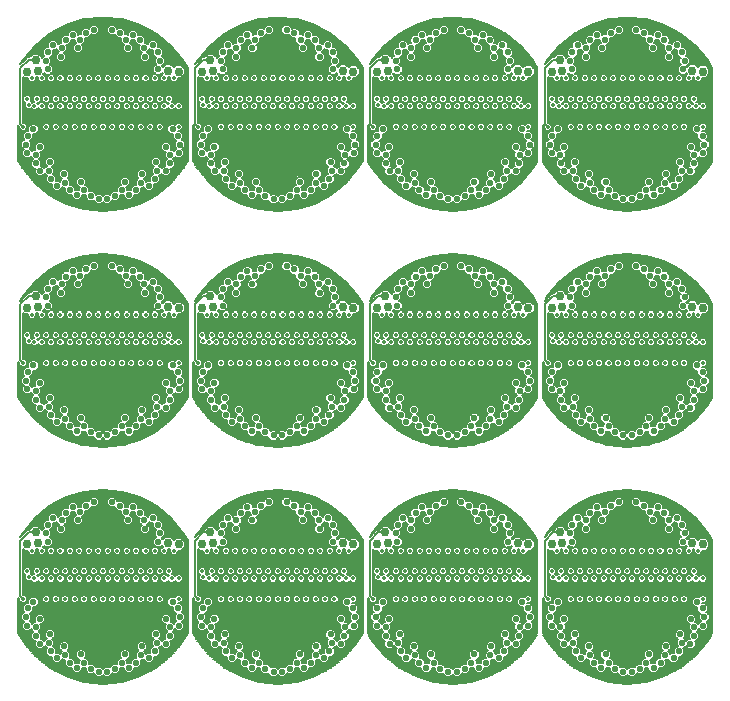
<source format=gbl>
G75*
%MOIN*%
%OFA0B0*%
%FSLAX25Y25*%
%IPPOS*%
%LPD*%
%AMOC8*
5,1,8,0,0,1.08239X$1,22.5*
%
%ADD10C,0.02953*%
%ADD11C,0.02100*%
%ADD12C,0.01387*%
%ADD13C,0.00500*%
%ADD14C,0.00591*%
D10*
X0093967Y0074281D03*
X0115620Y0112864D03*
X0119163Y0112470D03*
X0116407Y0116407D03*
X0127037Y0112470D03*
X0130581Y0112864D03*
X0129793Y0116407D03*
X0152234Y0124281D03*
X0174675Y0116407D03*
X0173888Y0112864D03*
X0177431Y0112470D03*
X0185305Y0112470D03*
X0188848Y0112864D03*
X0188061Y0116407D03*
X0210502Y0124281D03*
X0232943Y0116407D03*
X0232156Y0112864D03*
X0235699Y0112470D03*
X0243573Y0112470D03*
X0247116Y0112864D03*
X0246329Y0116407D03*
X0268770Y0124281D03*
X0291211Y0116407D03*
X0290423Y0112864D03*
X0293967Y0112470D03*
X0268770Y0074281D03*
X0210502Y0074281D03*
X0152234Y0074281D03*
X0093967Y0124281D03*
X0071526Y0116407D03*
X0072313Y0112864D03*
X0068770Y0112470D03*
X0093967Y0153022D03*
X0115620Y0191604D03*
X0119163Y0191211D03*
X0116407Y0195148D03*
X0127037Y0191211D03*
X0130581Y0191604D03*
X0129793Y0195148D03*
X0152234Y0203022D03*
X0174675Y0195148D03*
X0173888Y0191604D03*
X0177431Y0191211D03*
X0185305Y0191211D03*
X0188848Y0191604D03*
X0188061Y0195148D03*
X0210502Y0203022D03*
X0232943Y0195148D03*
X0232156Y0191604D03*
X0235699Y0191211D03*
X0243573Y0191211D03*
X0247116Y0191604D03*
X0246329Y0195148D03*
X0268770Y0203022D03*
X0291211Y0195148D03*
X0290423Y0191604D03*
X0293967Y0191211D03*
X0268770Y0153022D03*
X0210502Y0153022D03*
X0152234Y0153022D03*
X0093967Y0203022D03*
X0071526Y0195148D03*
X0072313Y0191604D03*
X0068770Y0191211D03*
X0093967Y0231762D03*
X0115620Y0270344D03*
X0119163Y0269951D03*
X0116407Y0273888D03*
X0127037Y0269951D03*
X0130581Y0270344D03*
X0129793Y0273888D03*
X0152234Y0281762D03*
X0174675Y0273888D03*
X0173888Y0270344D03*
X0177431Y0269951D03*
X0185305Y0269951D03*
X0188848Y0270344D03*
X0188061Y0273888D03*
X0210502Y0281762D03*
X0232943Y0273888D03*
X0232156Y0270344D03*
X0235699Y0269951D03*
X0243573Y0269951D03*
X0247116Y0270344D03*
X0246329Y0273888D03*
X0268770Y0281762D03*
X0291211Y0273888D03*
X0290423Y0270344D03*
X0293967Y0269951D03*
X0268770Y0231762D03*
X0210502Y0231762D03*
X0152234Y0231762D03*
X0093967Y0281762D03*
X0071526Y0273888D03*
X0072313Y0270344D03*
X0068770Y0269951D03*
D11*
X0075569Y0270730D03*
X0074934Y0273574D03*
X0075644Y0276410D03*
X0077350Y0278748D03*
X0080189Y0277893D03*
X0080066Y0274983D03*
X0081608Y0280449D03*
X0083862Y0282266D03*
X0086382Y0280706D03*
X0085510Y0277926D03*
X0088415Y0282807D03*
X0091062Y0283979D03*
X0096871Y0283979D03*
X0099518Y0282807D03*
X0101551Y0280706D03*
X0102423Y0277926D03*
X0104071Y0282266D03*
X0106325Y0280449D03*
X0107744Y0277893D03*
X0107867Y0274983D03*
X0110583Y0278748D03*
X0112289Y0276410D03*
X0112999Y0273574D03*
X0112364Y0270730D03*
X0117148Y0250807D03*
X0119004Y0248561D03*
X0119659Y0245713D03*
X0119200Y0242854D03*
X0116283Y0242327D03*
X0115071Y0244977D03*
X0116179Y0239406D03*
X0114995Y0236763D03*
X0112041Y0237010D03*
X0111557Y0239882D03*
X0111184Y0234215D03*
X0109358Y0231969D03*
X0106568Y0232971D03*
X0106843Y0235871D03*
X0105017Y0230493D03*
X0102671Y0228796D03*
X0100236Y0230487D03*
X0101252Y0233217D03*
X0098096Y0228495D03*
X0095391Y0227463D03*
X0092542Y0227463D03*
X0089837Y0228495D03*
X0087697Y0230487D03*
X0086681Y0233217D03*
X0085262Y0228796D03*
X0082916Y0230493D03*
X0081365Y0232971D03*
X0081090Y0235871D03*
X0078575Y0231969D03*
X0076749Y0234215D03*
X0075892Y0237010D03*
X0076376Y0239882D03*
X0072938Y0236763D03*
X0071754Y0239406D03*
X0071650Y0242327D03*
X0072862Y0244977D03*
X0068733Y0242854D03*
X0068274Y0245713D03*
X0068929Y0248561D03*
X0070785Y0250807D03*
X0083862Y0203526D03*
X0081608Y0201709D03*
X0080189Y0199153D03*
X0080066Y0196242D03*
X0077350Y0200008D03*
X0075644Y0197669D03*
X0074934Y0194834D03*
X0075569Y0191990D03*
X0085510Y0199186D03*
X0086382Y0201966D03*
X0088415Y0204067D03*
X0091062Y0205239D03*
X0096871Y0205239D03*
X0099518Y0204067D03*
X0101551Y0201966D03*
X0102423Y0199186D03*
X0104071Y0203526D03*
X0106325Y0201709D03*
X0107744Y0199153D03*
X0107867Y0196242D03*
X0110583Y0200008D03*
X0112289Y0197669D03*
X0112999Y0194834D03*
X0112364Y0191990D03*
X0117148Y0172067D03*
X0119004Y0169821D03*
X0119659Y0166972D03*
X0119200Y0164114D03*
X0116283Y0163587D03*
X0115071Y0166237D03*
X0116179Y0160666D03*
X0114995Y0158023D03*
X0112041Y0158269D03*
X0111557Y0161142D03*
X0111184Y0155475D03*
X0109358Y0153228D03*
X0106568Y0154231D03*
X0106843Y0157131D03*
X0105017Y0151753D03*
X0102671Y0150056D03*
X0100236Y0151747D03*
X0101252Y0154477D03*
X0098096Y0149755D03*
X0095391Y0148723D03*
X0092542Y0148723D03*
X0089837Y0149755D03*
X0087697Y0151747D03*
X0086681Y0154477D03*
X0085262Y0150056D03*
X0082916Y0151753D03*
X0081365Y0154231D03*
X0081090Y0157131D03*
X0078575Y0153228D03*
X0076749Y0155475D03*
X0075892Y0158269D03*
X0076376Y0161142D03*
X0072938Y0158023D03*
X0071754Y0160666D03*
X0071650Y0163587D03*
X0072862Y0166237D03*
X0068733Y0164114D03*
X0068274Y0166972D03*
X0068929Y0169821D03*
X0070785Y0172067D03*
X0091062Y0126499D03*
X0088415Y0125327D03*
X0086382Y0123225D03*
X0085510Y0120446D03*
X0083862Y0124786D03*
X0081608Y0122969D03*
X0080189Y0120413D03*
X0080066Y0117502D03*
X0077350Y0121268D03*
X0075644Y0118929D03*
X0074934Y0116093D03*
X0075569Y0113250D03*
X0070785Y0093327D03*
X0068929Y0091081D03*
X0068274Y0088232D03*
X0068733Y0085374D03*
X0071650Y0084847D03*
X0072862Y0087496D03*
X0071754Y0081926D03*
X0072938Y0079283D03*
X0075892Y0079529D03*
X0076376Y0082402D03*
X0076749Y0076735D03*
X0078575Y0074488D03*
X0081365Y0075491D03*
X0081090Y0078391D03*
X0082916Y0073013D03*
X0085262Y0071316D03*
X0087697Y0073006D03*
X0086681Y0075737D03*
X0089837Y0071014D03*
X0092542Y0069983D03*
X0095391Y0069983D03*
X0098096Y0071014D03*
X0100236Y0073006D03*
X0101252Y0075737D03*
X0102671Y0071316D03*
X0105017Y0073013D03*
X0106568Y0075491D03*
X0106843Y0078391D03*
X0109358Y0074488D03*
X0111184Y0076735D03*
X0112041Y0079529D03*
X0111557Y0082402D03*
X0114995Y0079283D03*
X0116179Y0081926D03*
X0116283Y0084847D03*
X0115071Y0087496D03*
X0119200Y0085374D03*
X0119659Y0088232D03*
X0119004Y0091081D03*
X0117148Y0093327D03*
X0127197Y0091081D03*
X0129053Y0093327D03*
X0126542Y0088232D03*
X0127001Y0085374D03*
X0129918Y0084847D03*
X0131130Y0087496D03*
X0130022Y0081926D03*
X0131205Y0079283D03*
X0134159Y0079529D03*
X0134644Y0082402D03*
X0135016Y0076735D03*
X0136843Y0074488D03*
X0139633Y0075491D03*
X0139357Y0078391D03*
X0141184Y0073013D03*
X0143530Y0071316D03*
X0145965Y0073006D03*
X0144948Y0075737D03*
X0148104Y0071014D03*
X0150810Y0069983D03*
X0153659Y0069983D03*
X0156364Y0071014D03*
X0158504Y0073006D03*
X0159520Y0075737D03*
X0160939Y0071316D03*
X0163285Y0073013D03*
X0164836Y0075491D03*
X0165111Y0078391D03*
X0167625Y0074488D03*
X0169452Y0076735D03*
X0170309Y0079529D03*
X0169824Y0082402D03*
X0173263Y0079283D03*
X0174446Y0081926D03*
X0174551Y0084847D03*
X0173339Y0087496D03*
X0177468Y0085374D03*
X0177927Y0088232D03*
X0177271Y0091081D03*
X0175415Y0093327D03*
X0185465Y0091081D03*
X0187321Y0093327D03*
X0184809Y0088232D03*
X0185268Y0085374D03*
X0188186Y0084847D03*
X0189397Y0087496D03*
X0188290Y0081926D03*
X0189473Y0079283D03*
X0192427Y0079529D03*
X0192912Y0082402D03*
X0193284Y0076735D03*
X0195111Y0074488D03*
X0197901Y0075491D03*
X0197625Y0078391D03*
X0199452Y0073013D03*
X0201797Y0071316D03*
X0204233Y0073006D03*
X0203216Y0075737D03*
X0206372Y0071014D03*
X0209077Y0069983D03*
X0211927Y0069983D03*
X0214632Y0071014D03*
X0216771Y0073006D03*
X0217788Y0075737D03*
X0219206Y0071316D03*
X0221552Y0073013D03*
X0223103Y0075491D03*
X0223379Y0078391D03*
X0225893Y0074488D03*
X0227720Y0076735D03*
X0228577Y0079529D03*
X0228092Y0082402D03*
X0231531Y0079283D03*
X0232714Y0081926D03*
X0232818Y0084847D03*
X0231607Y0087496D03*
X0235736Y0085374D03*
X0236194Y0088232D03*
X0235539Y0091081D03*
X0233683Y0093327D03*
X0243733Y0091081D03*
X0245589Y0093327D03*
X0243077Y0088232D03*
X0243536Y0085374D03*
X0246453Y0084847D03*
X0247665Y0087496D03*
X0246558Y0081926D03*
X0247741Y0079283D03*
X0250695Y0079529D03*
X0251180Y0082402D03*
X0251552Y0076735D03*
X0253379Y0074488D03*
X0256168Y0075491D03*
X0255893Y0078391D03*
X0257719Y0073013D03*
X0260065Y0071316D03*
X0262500Y0073006D03*
X0261484Y0075737D03*
X0264640Y0071014D03*
X0267345Y0069983D03*
X0270194Y0069983D03*
X0272899Y0071014D03*
X0275039Y0073006D03*
X0276056Y0075737D03*
X0277474Y0071316D03*
X0279820Y0073013D03*
X0281371Y0075491D03*
X0281647Y0078391D03*
X0284161Y0074488D03*
X0285988Y0076735D03*
X0286844Y0079529D03*
X0286360Y0082402D03*
X0289799Y0079283D03*
X0290982Y0081926D03*
X0291086Y0084847D03*
X0289874Y0087496D03*
X0294003Y0085374D03*
X0294462Y0088232D03*
X0293807Y0091081D03*
X0291951Y0093327D03*
X0287168Y0113250D03*
X0287802Y0116093D03*
X0287092Y0118929D03*
X0285386Y0121268D03*
X0282547Y0120413D03*
X0282671Y0117502D03*
X0281128Y0122969D03*
X0278874Y0124786D03*
X0276354Y0123225D03*
X0277226Y0120446D03*
X0274322Y0125327D03*
X0271674Y0126499D03*
X0265865Y0126499D03*
X0263218Y0125327D03*
X0261185Y0123225D03*
X0260313Y0120446D03*
X0258665Y0124786D03*
X0256411Y0122969D03*
X0254992Y0120413D03*
X0254869Y0117502D03*
X0252154Y0121268D03*
X0250447Y0118929D03*
X0249737Y0116093D03*
X0250372Y0113250D03*
X0229534Y0116093D03*
X0228900Y0113250D03*
X0228825Y0118929D03*
X0227118Y0121268D03*
X0224280Y0120413D03*
X0224403Y0117502D03*
X0222860Y0122969D03*
X0220607Y0124786D03*
X0218086Y0123225D03*
X0218959Y0120446D03*
X0216054Y0125327D03*
X0213407Y0126499D03*
X0207597Y0126499D03*
X0204950Y0125327D03*
X0202918Y0123225D03*
X0202045Y0120446D03*
X0200397Y0124786D03*
X0198143Y0122969D03*
X0196724Y0120413D03*
X0196601Y0117502D03*
X0193886Y0121268D03*
X0192179Y0118929D03*
X0191470Y0116093D03*
X0192104Y0113250D03*
X0171266Y0116093D03*
X0170632Y0113250D03*
X0170557Y0118929D03*
X0168850Y0121268D03*
X0166012Y0120413D03*
X0166135Y0117502D03*
X0164593Y0122969D03*
X0162339Y0124786D03*
X0159819Y0123225D03*
X0160691Y0120446D03*
X0157786Y0125327D03*
X0155139Y0126499D03*
X0149330Y0126499D03*
X0146682Y0125327D03*
X0144650Y0123225D03*
X0143778Y0120446D03*
X0142130Y0124786D03*
X0139876Y0122969D03*
X0138457Y0120413D03*
X0138333Y0117502D03*
X0135618Y0121268D03*
X0133911Y0118929D03*
X0133202Y0116093D03*
X0133836Y0113250D03*
X0112999Y0116093D03*
X0112364Y0113250D03*
X0112289Y0118929D03*
X0110583Y0121268D03*
X0107744Y0120413D03*
X0107867Y0117502D03*
X0106325Y0122969D03*
X0104071Y0124786D03*
X0101551Y0123225D03*
X0102423Y0120446D03*
X0099518Y0125327D03*
X0096871Y0126499D03*
X0130022Y0160666D03*
X0131205Y0158023D03*
X0134159Y0158269D03*
X0134644Y0161142D03*
X0129918Y0163587D03*
X0131130Y0166237D03*
X0127001Y0164114D03*
X0126542Y0166972D03*
X0127197Y0169821D03*
X0129053Y0172067D03*
X0135016Y0155475D03*
X0136843Y0153228D03*
X0139633Y0154231D03*
X0139357Y0157131D03*
X0141184Y0151753D03*
X0143530Y0150056D03*
X0145965Y0151747D03*
X0144948Y0154477D03*
X0148104Y0149755D03*
X0150810Y0148723D03*
X0153659Y0148723D03*
X0156364Y0149755D03*
X0158504Y0151747D03*
X0159520Y0154477D03*
X0160939Y0150056D03*
X0163285Y0151753D03*
X0164836Y0154231D03*
X0165111Y0157131D03*
X0167625Y0153228D03*
X0169452Y0155475D03*
X0170309Y0158269D03*
X0169824Y0161142D03*
X0173263Y0158023D03*
X0174446Y0160666D03*
X0174551Y0163587D03*
X0173339Y0166237D03*
X0177468Y0164114D03*
X0177927Y0166972D03*
X0177271Y0169821D03*
X0175415Y0172067D03*
X0185465Y0169821D03*
X0187321Y0172067D03*
X0184809Y0166972D03*
X0185268Y0164114D03*
X0188186Y0163587D03*
X0189397Y0166237D03*
X0188290Y0160666D03*
X0189473Y0158023D03*
X0192427Y0158269D03*
X0192912Y0161142D03*
X0193284Y0155475D03*
X0195111Y0153228D03*
X0197901Y0154231D03*
X0197625Y0157131D03*
X0199452Y0151753D03*
X0201797Y0150056D03*
X0204233Y0151747D03*
X0203216Y0154477D03*
X0206372Y0149755D03*
X0209077Y0148723D03*
X0211927Y0148723D03*
X0214632Y0149755D03*
X0216771Y0151747D03*
X0217788Y0154477D03*
X0219206Y0150056D03*
X0221552Y0151753D03*
X0223103Y0154231D03*
X0223379Y0157131D03*
X0225893Y0153228D03*
X0227720Y0155475D03*
X0228577Y0158269D03*
X0228092Y0161142D03*
X0231531Y0158023D03*
X0232714Y0160666D03*
X0232818Y0163587D03*
X0231607Y0166237D03*
X0235736Y0164114D03*
X0236194Y0166972D03*
X0235539Y0169821D03*
X0233683Y0172067D03*
X0243733Y0169821D03*
X0245589Y0172067D03*
X0243077Y0166972D03*
X0243536Y0164114D03*
X0246453Y0163587D03*
X0247665Y0166237D03*
X0246558Y0160666D03*
X0247741Y0158023D03*
X0250695Y0158269D03*
X0251180Y0161142D03*
X0251552Y0155475D03*
X0253379Y0153228D03*
X0256168Y0154231D03*
X0255893Y0157131D03*
X0257719Y0151753D03*
X0260065Y0150056D03*
X0262500Y0151747D03*
X0261484Y0154477D03*
X0264640Y0149755D03*
X0267345Y0148723D03*
X0270194Y0148723D03*
X0272899Y0149755D03*
X0275039Y0151747D03*
X0276056Y0154477D03*
X0277474Y0150056D03*
X0279820Y0151753D03*
X0281371Y0154231D03*
X0281647Y0157131D03*
X0284161Y0153228D03*
X0285988Y0155475D03*
X0286844Y0158269D03*
X0286360Y0161142D03*
X0289799Y0158023D03*
X0290982Y0160666D03*
X0291086Y0163587D03*
X0289874Y0166237D03*
X0294003Y0164114D03*
X0294462Y0166972D03*
X0293807Y0169821D03*
X0291951Y0172067D03*
X0287168Y0191990D03*
X0287802Y0194834D03*
X0287092Y0197669D03*
X0285386Y0200008D03*
X0282547Y0199153D03*
X0282671Y0196242D03*
X0281128Y0201709D03*
X0278874Y0203526D03*
X0276354Y0201966D03*
X0277226Y0199186D03*
X0274322Y0204067D03*
X0271674Y0205239D03*
X0265865Y0205239D03*
X0263218Y0204067D03*
X0261185Y0201966D03*
X0260313Y0199186D03*
X0258665Y0203526D03*
X0256411Y0201709D03*
X0254992Y0199153D03*
X0254869Y0196242D03*
X0252154Y0200008D03*
X0250447Y0197669D03*
X0249737Y0194834D03*
X0250372Y0191990D03*
X0229534Y0194834D03*
X0228900Y0191990D03*
X0228825Y0197669D03*
X0227118Y0200008D03*
X0224280Y0199153D03*
X0224403Y0196242D03*
X0222860Y0201709D03*
X0220607Y0203526D03*
X0218086Y0201966D03*
X0218959Y0199186D03*
X0216054Y0204067D03*
X0213407Y0205239D03*
X0207597Y0205239D03*
X0204950Y0204067D03*
X0202918Y0201966D03*
X0202045Y0199186D03*
X0200397Y0203526D03*
X0198143Y0201709D03*
X0196724Y0199153D03*
X0196601Y0196242D03*
X0193886Y0200008D03*
X0192179Y0197669D03*
X0191470Y0194834D03*
X0192104Y0191990D03*
X0171266Y0194834D03*
X0170632Y0191990D03*
X0170557Y0197669D03*
X0168850Y0200008D03*
X0166012Y0199153D03*
X0166135Y0196242D03*
X0164593Y0201709D03*
X0162339Y0203526D03*
X0159819Y0201966D03*
X0160691Y0199186D03*
X0157786Y0204067D03*
X0155139Y0205239D03*
X0149330Y0205239D03*
X0146682Y0204067D03*
X0144650Y0201966D03*
X0143778Y0199186D03*
X0142130Y0203526D03*
X0139876Y0201709D03*
X0138457Y0199153D03*
X0138333Y0196242D03*
X0135618Y0200008D03*
X0133911Y0197669D03*
X0133202Y0194834D03*
X0133836Y0191990D03*
X0143530Y0228796D03*
X0141184Y0230493D03*
X0139633Y0232971D03*
X0139357Y0235871D03*
X0136843Y0231969D03*
X0135016Y0234215D03*
X0134159Y0237010D03*
X0134644Y0239882D03*
X0131205Y0236763D03*
X0130022Y0239406D03*
X0129918Y0242327D03*
X0131130Y0244977D03*
X0127001Y0242854D03*
X0126542Y0245713D03*
X0127197Y0248561D03*
X0129053Y0250807D03*
X0144948Y0233217D03*
X0145965Y0230487D03*
X0148104Y0228495D03*
X0150810Y0227463D03*
X0153659Y0227463D03*
X0156364Y0228495D03*
X0158504Y0230487D03*
X0159520Y0233217D03*
X0160939Y0228796D03*
X0163285Y0230493D03*
X0164836Y0232971D03*
X0165111Y0235871D03*
X0167625Y0231969D03*
X0169452Y0234215D03*
X0170309Y0237010D03*
X0169824Y0239882D03*
X0173263Y0236763D03*
X0174446Y0239406D03*
X0174551Y0242327D03*
X0173339Y0244977D03*
X0177468Y0242854D03*
X0177927Y0245713D03*
X0177271Y0248561D03*
X0175415Y0250807D03*
X0185465Y0248561D03*
X0187321Y0250807D03*
X0184809Y0245713D03*
X0185268Y0242854D03*
X0188186Y0242327D03*
X0189397Y0244977D03*
X0188290Y0239406D03*
X0189473Y0236763D03*
X0192427Y0237010D03*
X0192912Y0239882D03*
X0193284Y0234215D03*
X0195111Y0231969D03*
X0197901Y0232971D03*
X0197625Y0235871D03*
X0199452Y0230493D03*
X0201797Y0228796D03*
X0204233Y0230487D03*
X0203216Y0233217D03*
X0206372Y0228495D03*
X0209077Y0227463D03*
X0211927Y0227463D03*
X0214632Y0228495D03*
X0216771Y0230487D03*
X0217788Y0233217D03*
X0219206Y0228796D03*
X0221552Y0230493D03*
X0223103Y0232971D03*
X0223379Y0235871D03*
X0225893Y0231969D03*
X0227720Y0234215D03*
X0228577Y0237010D03*
X0228092Y0239882D03*
X0231531Y0236763D03*
X0232714Y0239406D03*
X0232818Y0242327D03*
X0231607Y0244977D03*
X0235736Y0242854D03*
X0236194Y0245713D03*
X0235539Y0248561D03*
X0233683Y0250807D03*
X0243733Y0248561D03*
X0245589Y0250807D03*
X0243077Y0245713D03*
X0243536Y0242854D03*
X0246453Y0242327D03*
X0247665Y0244977D03*
X0246558Y0239406D03*
X0247741Y0236763D03*
X0250695Y0237010D03*
X0251180Y0239882D03*
X0251552Y0234215D03*
X0253379Y0231969D03*
X0256168Y0232971D03*
X0255893Y0235871D03*
X0257719Y0230493D03*
X0260065Y0228796D03*
X0262500Y0230487D03*
X0261484Y0233217D03*
X0264640Y0228495D03*
X0267345Y0227463D03*
X0270194Y0227463D03*
X0272899Y0228495D03*
X0275039Y0230487D03*
X0276056Y0233217D03*
X0277474Y0228796D03*
X0279820Y0230493D03*
X0281371Y0232971D03*
X0281647Y0235871D03*
X0284161Y0231969D03*
X0285988Y0234215D03*
X0286844Y0237010D03*
X0286360Y0239882D03*
X0289799Y0236763D03*
X0290982Y0239406D03*
X0291086Y0242327D03*
X0289874Y0244977D03*
X0294003Y0242854D03*
X0294462Y0245713D03*
X0293807Y0248561D03*
X0291951Y0250807D03*
X0287168Y0270730D03*
X0287802Y0273574D03*
X0287092Y0276410D03*
X0285386Y0278748D03*
X0282547Y0277893D03*
X0282671Y0274983D03*
X0281128Y0280449D03*
X0278874Y0282266D03*
X0276354Y0280706D03*
X0277226Y0277926D03*
X0274322Y0282807D03*
X0271674Y0283979D03*
X0265865Y0283979D03*
X0263218Y0282807D03*
X0261185Y0280706D03*
X0260313Y0277926D03*
X0258665Y0282266D03*
X0256411Y0280449D03*
X0254992Y0277893D03*
X0254869Y0274983D03*
X0252154Y0278748D03*
X0250447Y0276410D03*
X0249737Y0273574D03*
X0250372Y0270730D03*
X0229534Y0273574D03*
X0228900Y0270730D03*
X0228825Y0276410D03*
X0227118Y0278748D03*
X0224280Y0277893D03*
X0224403Y0274983D03*
X0222860Y0280449D03*
X0220607Y0282266D03*
X0218086Y0280706D03*
X0218959Y0277926D03*
X0216054Y0282807D03*
X0213407Y0283979D03*
X0207597Y0283979D03*
X0204950Y0282807D03*
X0202918Y0280706D03*
X0202045Y0277926D03*
X0200397Y0282266D03*
X0198143Y0280449D03*
X0196724Y0277893D03*
X0196601Y0274983D03*
X0193886Y0278748D03*
X0192179Y0276410D03*
X0191470Y0273574D03*
X0192104Y0270730D03*
X0171266Y0273574D03*
X0170632Y0270730D03*
X0170557Y0276410D03*
X0168850Y0278748D03*
X0166012Y0277893D03*
X0166135Y0274983D03*
X0164593Y0280449D03*
X0162339Y0282266D03*
X0159819Y0280706D03*
X0160691Y0277926D03*
X0157786Y0282807D03*
X0155139Y0283979D03*
X0149330Y0283979D03*
X0146682Y0282807D03*
X0144650Y0280706D03*
X0143778Y0277926D03*
X0142130Y0282266D03*
X0139876Y0280449D03*
X0138457Y0277893D03*
X0138333Y0274983D03*
X0135618Y0278748D03*
X0133911Y0276410D03*
X0133202Y0273574D03*
X0133836Y0270730D03*
D12*
X0134911Y0267785D03*
X0131762Y0267785D03*
X0128612Y0267785D03*
X0127037Y0260896D03*
X0127431Y0258927D03*
X0129400Y0258533D03*
X0131762Y0258533D03*
X0133337Y0260896D03*
X0134911Y0258533D03*
X0136486Y0260896D03*
X0138061Y0258533D03*
X0139636Y0260896D03*
X0141211Y0258533D03*
X0142785Y0260896D03*
X0144360Y0258533D03*
X0145935Y0260896D03*
X0147510Y0258533D03*
X0149085Y0260896D03*
X0150659Y0258533D03*
X0152234Y0260896D03*
X0153809Y0258533D03*
X0155384Y0260896D03*
X0156959Y0258533D03*
X0158533Y0260896D03*
X0160108Y0258533D03*
X0161683Y0260896D03*
X0163258Y0258533D03*
X0164833Y0260896D03*
X0166407Y0258533D03*
X0167982Y0260896D03*
X0169557Y0258533D03*
X0171132Y0260896D03*
X0172707Y0258533D03*
X0175069Y0258533D03*
X0177431Y0258533D03*
X0174281Y0260896D03*
X0172707Y0267785D03*
X0175856Y0267785D03*
X0179006Y0267785D03*
X0186880Y0267785D03*
X0190030Y0267785D03*
X0193179Y0267785D03*
X0196329Y0267785D03*
X0199478Y0267785D03*
X0202628Y0267785D03*
X0205778Y0267785D03*
X0208927Y0267785D03*
X0212077Y0267785D03*
X0215226Y0267785D03*
X0218376Y0267785D03*
X0221526Y0267785D03*
X0224675Y0267785D03*
X0227825Y0267785D03*
X0230974Y0267785D03*
X0234124Y0267785D03*
X0237274Y0267785D03*
X0232549Y0260896D03*
X0233337Y0258533D03*
X0235699Y0258533D03*
X0230974Y0258533D03*
X0229400Y0260896D03*
X0227825Y0258533D03*
X0226250Y0260896D03*
X0224675Y0258533D03*
X0223100Y0260896D03*
X0221526Y0258533D03*
X0219951Y0260896D03*
X0218376Y0258533D03*
X0216801Y0260896D03*
X0215226Y0258533D03*
X0213652Y0260896D03*
X0212077Y0258533D03*
X0210502Y0260896D03*
X0208927Y0258533D03*
X0207352Y0260896D03*
X0205778Y0258533D03*
X0204203Y0260896D03*
X0202628Y0258533D03*
X0201053Y0260896D03*
X0199478Y0258533D03*
X0197904Y0260896D03*
X0196329Y0258533D03*
X0194754Y0260896D03*
X0193179Y0258533D03*
X0191604Y0260896D03*
X0190030Y0258533D03*
X0187667Y0258533D03*
X0185699Y0258927D03*
X0185305Y0260896D03*
X0188455Y0260896D03*
X0191604Y0251644D03*
X0194754Y0251644D03*
X0197904Y0251644D03*
X0201053Y0251644D03*
X0204203Y0251644D03*
X0207352Y0251644D03*
X0210502Y0251644D03*
X0213652Y0251644D03*
X0216801Y0251644D03*
X0219951Y0251644D03*
X0223100Y0251644D03*
X0226250Y0251644D03*
X0229400Y0251644D03*
X0235699Y0251644D03*
X0242229Y0251644D03*
X0243967Y0258927D03*
X0245935Y0258533D03*
X0248297Y0258533D03*
X0246722Y0260896D03*
X0243573Y0260896D03*
X0245148Y0267785D03*
X0248297Y0267785D03*
X0251447Y0267785D03*
X0254596Y0267785D03*
X0257746Y0267785D03*
X0260896Y0267785D03*
X0264045Y0267785D03*
X0267195Y0267785D03*
X0270344Y0267785D03*
X0273494Y0267785D03*
X0276644Y0267785D03*
X0279793Y0267785D03*
X0282943Y0267785D03*
X0286093Y0267785D03*
X0289242Y0267785D03*
X0292392Y0267785D03*
X0295541Y0267785D03*
X0290817Y0260896D03*
X0291604Y0258533D03*
X0289242Y0258533D03*
X0287667Y0260896D03*
X0286093Y0258533D03*
X0284518Y0260896D03*
X0282943Y0258533D03*
X0281368Y0260896D03*
X0279793Y0258533D03*
X0278219Y0260896D03*
X0276644Y0258533D03*
X0275069Y0260896D03*
X0273494Y0258533D03*
X0271919Y0260896D03*
X0270344Y0258533D03*
X0268770Y0260896D03*
X0267195Y0258533D03*
X0265620Y0260896D03*
X0264045Y0258533D03*
X0262470Y0260896D03*
X0260896Y0258533D03*
X0259321Y0260896D03*
X0257746Y0258533D03*
X0256171Y0260896D03*
X0254596Y0258533D03*
X0253022Y0260896D03*
X0251447Y0258533D03*
X0249872Y0260896D03*
X0249872Y0251644D03*
X0253022Y0251644D03*
X0256171Y0251644D03*
X0259321Y0251644D03*
X0262470Y0251644D03*
X0265620Y0251644D03*
X0268770Y0251644D03*
X0271919Y0251644D03*
X0275069Y0251644D03*
X0278219Y0251644D03*
X0281368Y0251644D03*
X0284518Y0251644D03*
X0287667Y0251644D03*
X0293967Y0251644D03*
X0293967Y0258533D03*
X0293179Y0236683D03*
X0288848Y0231959D03*
X0282549Y0228022D03*
X0277037Y0225659D03*
X0268770Y0224478D03*
X0260896Y0225659D03*
X0253809Y0228415D03*
X0247116Y0233533D03*
X0243573Y0237470D03*
X0234911Y0236683D03*
X0230581Y0231959D03*
X0224281Y0228022D03*
X0218770Y0225659D03*
X0210502Y0224478D03*
X0202628Y0225659D03*
X0195541Y0228415D03*
X0188848Y0233533D03*
X0185305Y0237470D03*
X0176644Y0236683D03*
X0172313Y0231959D03*
X0166014Y0228022D03*
X0160502Y0225659D03*
X0152234Y0224478D03*
X0144360Y0225659D03*
X0137274Y0228415D03*
X0130581Y0233533D03*
X0127037Y0237470D03*
X0118376Y0236683D03*
X0114045Y0231959D03*
X0107746Y0228022D03*
X0102234Y0225659D03*
X0093967Y0224478D03*
X0086093Y0225659D03*
X0079006Y0228415D03*
X0072313Y0233533D03*
X0068770Y0237470D03*
X0067426Y0251644D03*
X0075069Y0251644D03*
X0078219Y0251644D03*
X0081368Y0251644D03*
X0084518Y0251644D03*
X0087667Y0251644D03*
X0090817Y0251644D03*
X0093967Y0251644D03*
X0097116Y0251644D03*
X0100266Y0251644D03*
X0103415Y0251644D03*
X0106565Y0251644D03*
X0109715Y0251644D03*
X0112864Y0251644D03*
X0119163Y0251644D03*
X0125694Y0251644D03*
X0133337Y0251644D03*
X0136486Y0251644D03*
X0139636Y0251644D03*
X0142785Y0251644D03*
X0145935Y0251644D03*
X0149085Y0251644D03*
X0152234Y0251644D03*
X0155384Y0251644D03*
X0158533Y0251644D03*
X0161683Y0251644D03*
X0164833Y0251644D03*
X0167982Y0251644D03*
X0171132Y0251644D03*
X0177431Y0251644D03*
X0183961Y0251644D03*
X0169557Y0267785D03*
X0166407Y0267785D03*
X0163258Y0267785D03*
X0160108Y0267785D03*
X0156959Y0267785D03*
X0153809Y0267785D03*
X0150659Y0267785D03*
X0147510Y0267785D03*
X0144360Y0267785D03*
X0141211Y0267785D03*
X0138061Y0267785D03*
X0130187Y0260896D03*
X0120738Y0267785D03*
X0117589Y0267785D03*
X0114439Y0267785D03*
X0111289Y0267785D03*
X0108140Y0267785D03*
X0104990Y0267785D03*
X0101841Y0267785D03*
X0098691Y0267785D03*
X0095541Y0267785D03*
X0092392Y0267785D03*
X0089242Y0267785D03*
X0086093Y0267785D03*
X0082943Y0267785D03*
X0079793Y0267785D03*
X0076644Y0267785D03*
X0073494Y0267785D03*
X0070344Y0267785D03*
X0068770Y0260896D03*
X0069163Y0258927D03*
X0071132Y0258533D03*
X0073494Y0258533D03*
X0071919Y0260896D03*
X0075069Y0260896D03*
X0076644Y0258533D03*
X0078219Y0260896D03*
X0079793Y0258533D03*
X0081368Y0260896D03*
X0082943Y0258533D03*
X0084518Y0260896D03*
X0086093Y0258533D03*
X0087667Y0260896D03*
X0089242Y0258533D03*
X0090817Y0260896D03*
X0092392Y0258533D03*
X0093967Y0260896D03*
X0095541Y0258533D03*
X0097116Y0260896D03*
X0098691Y0258533D03*
X0100266Y0260896D03*
X0101841Y0258533D03*
X0103415Y0260896D03*
X0104990Y0258533D03*
X0106565Y0260896D03*
X0108140Y0258533D03*
X0109715Y0260896D03*
X0111289Y0258533D03*
X0112864Y0260896D03*
X0114439Y0258533D03*
X0116801Y0258533D03*
X0119163Y0258533D03*
X0116014Y0260896D03*
X0112077Y0281171D03*
X0104990Y0285108D03*
X0093967Y0287077D03*
X0082943Y0285108D03*
X0075463Y0280778D03*
X0133730Y0280778D03*
X0141211Y0285108D03*
X0152234Y0287077D03*
X0163258Y0285108D03*
X0170344Y0281171D03*
X0191998Y0280778D03*
X0199478Y0285108D03*
X0210502Y0287077D03*
X0221526Y0285108D03*
X0228612Y0281171D03*
X0250266Y0280778D03*
X0257746Y0285108D03*
X0268770Y0287077D03*
X0279793Y0285108D03*
X0286880Y0281171D03*
X0268770Y0208337D03*
X0279793Y0206368D03*
X0286880Y0202431D03*
X0286093Y0189045D03*
X0289242Y0189045D03*
X0292392Y0189045D03*
X0295541Y0189045D03*
X0290817Y0182156D03*
X0291604Y0179793D03*
X0289242Y0179793D03*
X0287667Y0182156D03*
X0286093Y0179793D03*
X0284518Y0182156D03*
X0282943Y0179793D03*
X0281368Y0182156D03*
X0279793Y0179793D03*
X0278219Y0182156D03*
X0276644Y0179793D03*
X0275069Y0182156D03*
X0273494Y0179793D03*
X0271919Y0182156D03*
X0270344Y0179793D03*
X0268770Y0182156D03*
X0267195Y0179793D03*
X0265620Y0182156D03*
X0264045Y0179793D03*
X0262470Y0182156D03*
X0260896Y0179793D03*
X0259321Y0182156D03*
X0257746Y0179793D03*
X0256171Y0182156D03*
X0254596Y0179793D03*
X0253022Y0182156D03*
X0251447Y0179793D03*
X0249872Y0182156D03*
X0248297Y0179793D03*
X0245935Y0179793D03*
X0243967Y0180187D03*
X0243573Y0182156D03*
X0246722Y0182156D03*
X0245148Y0189045D03*
X0248297Y0189045D03*
X0251447Y0189045D03*
X0254596Y0189045D03*
X0257746Y0189045D03*
X0260896Y0189045D03*
X0264045Y0189045D03*
X0267195Y0189045D03*
X0270344Y0189045D03*
X0273494Y0189045D03*
X0276644Y0189045D03*
X0279793Y0189045D03*
X0282943Y0189045D03*
X0293967Y0179793D03*
X0293967Y0172904D03*
X0287667Y0172904D03*
X0284518Y0172904D03*
X0281368Y0172904D03*
X0278219Y0172904D03*
X0275069Y0172904D03*
X0271919Y0172904D03*
X0268770Y0172904D03*
X0265620Y0172904D03*
X0262470Y0172904D03*
X0259321Y0172904D03*
X0256171Y0172904D03*
X0253022Y0172904D03*
X0249872Y0172904D03*
X0242229Y0172904D03*
X0235699Y0172904D03*
X0229400Y0172904D03*
X0226250Y0172904D03*
X0223100Y0172904D03*
X0219951Y0172904D03*
X0216801Y0172904D03*
X0213652Y0172904D03*
X0210502Y0172904D03*
X0207352Y0172904D03*
X0204203Y0172904D03*
X0201053Y0172904D03*
X0197904Y0172904D03*
X0194754Y0172904D03*
X0191604Y0172904D03*
X0190030Y0179793D03*
X0187667Y0179793D03*
X0185699Y0180187D03*
X0185305Y0182156D03*
X0188455Y0182156D03*
X0191604Y0182156D03*
X0193179Y0179793D03*
X0194754Y0182156D03*
X0196329Y0179793D03*
X0197904Y0182156D03*
X0199478Y0179793D03*
X0201053Y0182156D03*
X0202628Y0179793D03*
X0204203Y0182156D03*
X0205778Y0179793D03*
X0207352Y0182156D03*
X0208927Y0179793D03*
X0210502Y0182156D03*
X0212077Y0179793D03*
X0213652Y0182156D03*
X0215226Y0179793D03*
X0216801Y0182156D03*
X0218376Y0179793D03*
X0219951Y0182156D03*
X0221526Y0179793D03*
X0223100Y0182156D03*
X0224675Y0179793D03*
X0226250Y0182156D03*
X0227825Y0179793D03*
X0229400Y0182156D03*
X0230974Y0179793D03*
X0233337Y0179793D03*
X0235699Y0179793D03*
X0232549Y0182156D03*
X0230974Y0189045D03*
X0227825Y0189045D03*
X0224675Y0189045D03*
X0221526Y0189045D03*
X0218376Y0189045D03*
X0215226Y0189045D03*
X0212077Y0189045D03*
X0208927Y0189045D03*
X0205778Y0189045D03*
X0202628Y0189045D03*
X0199478Y0189045D03*
X0196329Y0189045D03*
X0193179Y0189045D03*
X0190030Y0189045D03*
X0186880Y0189045D03*
X0179006Y0189045D03*
X0175856Y0189045D03*
X0172707Y0189045D03*
X0169557Y0189045D03*
X0166407Y0189045D03*
X0163258Y0189045D03*
X0160108Y0189045D03*
X0156959Y0189045D03*
X0153809Y0189045D03*
X0150659Y0189045D03*
X0147510Y0189045D03*
X0144360Y0189045D03*
X0141211Y0189045D03*
X0138061Y0189045D03*
X0134911Y0189045D03*
X0131762Y0189045D03*
X0128612Y0189045D03*
X0127037Y0182156D03*
X0127431Y0180187D03*
X0129400Y0179793D03*
X0131762Y0179793D03*
X0133337Y0182156D03*
X0134911Y0179793D03*
X0136486Y0182156D03*
X0138061Y0179793D03*
X0139636Y0182156D03*
X0141211Y0179793D03*
X0142785Y0182156D03*
X0144360Y0179793D03*
X0145935Y0182156D03*
X0147510Y0179793D03*
X0149085Y0182156D03*
X0150659Y0179793D03*
X0152234Y0182156D03*
X0153809Y0179793D03*
X0155384Y0182156D03*
X0156959Y0179793D03*
X0158533Y0182156D03*
X0160108Y0179793D03*
X0161683Y0182156D03*
X0163258Y0179793D03*
X0164833Y0182156D03*
X0166407Y0179793D03*
X0167982Y0182156D03*
X0169557Y0179793D03*
X0171132Y0182156D03*
X0172707Y0179793D03*
X0175069Y0179793D03*
X0177431Y0179793D03*
X0174281Y0182156D03*
X0171132Y0172904D03*
X0167982Y0172904D03*
X0164833Y0172904D03*
X0161683Y0172904D03*
X0158533Y0172904D03*
X0155384Y0172904D03*
X0152234Y0172904D03*
X0149085Y0172904D03*
X0145935Y0172904D03*
X0142785Y0172904D03*
X0139636Y0172904D03*
X0136486Y0172904D03*
X0133337Y0172904D03*
X0125694Y0172904D03*
X0119163Y0172904D03*
X0112864Y0172904D03*
X0109715Y0172904D03*
X0106565Y0172904D03*
X0103415Y0172904D03*
X0100266Y0172904D03*
X0097116Y0172904D03*
X0093967Y0172904D03*
X0090817Y0172904D03*
X0087667Y0172904D03*
X0084518Y0172904D03*
X0081368Y0172904D03*
X0078219Y0172904D03*
X0075069Y0172904D03*
X0076644Y0179793D03*
X0078219Y0182156D03*
X0079793Y0179793D03*
X0081368Y0182156D03*
X0082943Y0179793D03*
X0084518Y0182156D03*
X0086093Y0179793D03*
X0087667Y0182156D03*
X0089242Y0179793D03*
X0090817Y0182156D03*
X0092392Y0179793D03*
X0093967Y0182156D03*
X0095541Y0179793D03*
X0097116Y0182156D03*
X0098691Y0179793D03*
X0100266Y0182156D03*
X0101841Y0179793D03*
X0103415Y0182156D03*
X0104990Y0179793D03*
X0106565Y0182156D03*
X0108140Y0179793D03*
X0109715Y0182156D03*
X0111289Y0179793D03*
X0112864Y0182156D03*
X0114439Y0179793D03*
X0116801Y0179793D03*
X0119163Y0179793D03*
X0116014Y0182156D03*
X0117589Y0189045D03*
X0120738Y0189045D03*
X0114439Y0189045D03*
X0111289Y0189045D03*
X0108140Y0189045D03*
X0104990Y0189045D03*
X0101841Y0189045D03*
X0098691Y0189045D03*
X0095541Y0189045D03*
X0092392Y0189045D03*
X0089242Y0189045D03*
X0086093Y0189045D03*
X0082943Y0189045D03*
X0079793Y0189045D03*
X0076644Y0189045D03*
X0073494Y0189045D03*
X0070344Y0189045D03*
X0068770Y0182156D03*
X0069163Y0180187D03*
X0071132Y0179793D03*
X0073494Y0179793D03*
X0071919Y0182156D03*
X0075069Y0182156D03*
X0067426Y0172904D03*
X0068770Y0158730D03*
X0072313Y0154793D03*
X0079006Y0149675D03*
X0086093Y0146919D03*
X0093967Y0145738D03*
X0102234Y0146919D03*
X0107746Y0149281D03*
X0114045Y0153219D03*
X0118376Y0157943D03*
X0127037Y0158730D03*
X0130581Y0154793D03*
X0137274Y0149675D03*
X0144360Y0146919D03*
X0152234Y0145738D03*
X0160502Y0146919D03*
X0166014Y0149281D03*
X0172313Y0153219D03*
X0176644Y0157943D03*
X0185305Y0158730D03*
X0188848Y0154793D03*
X0195541Y0149675D03*
X0202628Y0146919D03*
X0210502Y0145738D03*
X0218770Y0146919D03*
X0224281Y0149281D03*
X0230581Y0153219D03*
X0234911Y0157943D03*
X0243573Y0158730D03*
X0247116Y0154793D03*
X0253809Y0149675D03*
X0260896Y0146919D03*
X0268770Y0145738D03*
X0277037Y0146919D03*
X0282549Y0149281D03*
X0288848Y0153219D03*
X0293179Y0157943D03*
X0279793Y0127628D03*
X0286880Y0123691D03*
X0286093Y0110305D03*
X0289242Y0110305D03*
X0292392Y0110305D03*
X0295541Y0110305D03*
X0290817Y0103415D03*
X0291604Y0101053D03*
X0289242Y0101053D03*
X0287667Y0103415D03*
X0286093Y0101053D03*
X0284518Y0103415D03*
X0282943Y0101053D03*
X0281368Y0103415D03*
X0279793Y0101053D03*
X0278219Y0103415D03*
X0276644Y0101053D03*
X0275069Y0103415D03*
X0273494Y0101053D03*
X0271919Y0103415D03*
X0270344Y0101053D03*
X0268770Y0103415D03*
X0267195Y0101053D03*
X0265620Y0103415D03*
X0264045Y0101053D03*
X0262470Y0103415D03*
X0260896Y0101053D03*
X0259321Y0103415D03*
X0257746Y0101053D03*
X0256171Y0103415D03*
X0254596Y0101053D03*
X0253022Y0103415D03*
X0251447Y0101053D03*
X0249872Y0103415D03*
X0248297Y0101053D03*
X0245935Y0101053D03*
X0243967Y0101447D03*
X0243573Y0103415D03*
X0246722Y0103415D03*
X0249872Y0094163D03*
X0253022Y0094163D03*
X0256171Y0094163D03*
X0259321Y0094163D03*
X0262470Y0094163D03*
X0265620Y0094163D03*
X0268770Y0094163D03*
X0271919Y0094163D03*
X0275069Y0094163D03*
X0278219Y0094163D03*
X0281368Y0094163D03*
X0284518Y0094163D03*
X0287667Y0094163D03*
X0293967Y0094163D03*
X0293967Y0101053D03*
X0282943Y0110305D03*
X0279793Y0110305D03*
X0276644Y0110305D03*
X0273494Y0110305D03*
X0270344Y0110305D03*
X0267195Y0110305D03*
X0264045Y0110305D03*
X0260896Y0110305D03*
X0257746Y0110305D03*
X0254596Y0110305D03*
X0251447Y0110305D03*
X0248297Y0110305D03*
X0245148Y0110305D03*
X0237274Y0110305D03*
X0234124Y0110305D03*
X0230974Y0110305D03*
X0227825Y0110305D03*
X0224675Y0110305D03*
X0221526Y0110305D03*
X0218376Y0110305D03*
X0215226Y0110305D03*
X0212077Y0110305D03*
X0208927Y0110305D03*
X0205778Y0110305D03*
X0202628Y0110305D03*
X0199478Y0110305D03*
X0196329Y0110305D03*
X0193179Y0110305D03*
X0190030Y0110305D03*
X0186880Y0110305D03*
X0179006Y0110305D03*
X0175856Y0110305D03*
X0172707Y0110305D03*
X0169557Y0110305D03*
X0166407Y0110305D03*
X0163258Y0110305D03*
X0160108Y0110305D03*
X0156959Y0110305D03*
X0153809Y0110305D03*
X0150659Y0110305D03*
X0147510Y0110305D03*
X0144360Y0110305D03*
X0141211Y0110305D03*
X0138061Y0110305D03*
X0134911Y0110305D03*
X0131762Y0110305D03*
X0128612Y0110305D03*
X0120738Y0110305D03*
X0117589Y0110305D03*
X0114439Y0110305D03*
X0111289Y0110305D03*
X0108140Y0110305D03*
X0104990Y0110305D03*
X0101841Y0110305D03*
X0098691Y0110305D03*
X0095541Y0110305D03*
X0092392Y0110305D03*
X0089242Y0110305D03*
X0086093Y0110305D03*
X0082943Y0110305D03*
X0079793Y0110305D03*
X0076644Y0110305D03*
X0073494Y0110305D03*
X0070344Y0110305D03*
X0068770Y0103415D03*
X0069163Y0101447D03*
X0071132Y0101053D03*
X0073494Y0101053D03*
X0071919Y0103415D03*
X0075069Y0103415D03*
X0076644Y0101053D03*
X0078219Y0103415D03*
X0079793Y0101053D03*
X0081368Y0103415D03*
X0082943Y0101053D03*
X0084518Y0103415D03*
X0086093Y0101053D03*
X0087667Y0103415D03*
X0089242Y0101053D03*
X0090817Y0103415D03*
X0092392Y0101053D03*
X0093967Y0103415D03*
X0095541Y0101053D03*
X0097116Y0103415D03*
X0098691Y0101053D03*
X0100266Y0103415D03*
X0101841Y0101053D03*
X0103415Y0103415D03*
X0104990Y0101053D03*
X0106565Y0103415D03*
X0108140Y0101053D03*
X0109715Y0103415D03*
X0111289Y0101053D03*
X0112864Y0103415D03*
X0114439Y0101053D03*
X0116801Y0101053D03*
X0119163Y0101053D03*
X0116014Y0103415D03*
X0119163Y0094163D03*
X0112864Y0094163D03*
X0109715Y0094163D03*
X0106565Y0094163D03*
X0103415Y0094163D03*
X0100266Y0094163D03*
X0097116Y0094163D03*
X0093967Y0094163D03*
X0090817Y0094163D03*
X0087667Y0094163D03*
X0084518Y0094163D03*
X0081368Y0094163D03*
X0078219Y0094163D03*
X0075069Y0094163D03*
X0067426Y0094163D03*
X0068770Y0079990D03*
X0072313Y0076053D03*
X0079006Y0070935D03*
X0086093Y0068179D03*
X0093967Y0066998D03*
X0102234Y0068179D03*
X0107746Y0070541D03*
X0114045Y0074478D03*
X0118376Y0079203D03*
X0127037Y0079990D03*
X0130581Y0076053D03*
X0137274Y0070935D03*
X0144360Y0068179D03*
X0152234Y0066998D03*
X0160502Y0068179D03*
X0166014Y0070541D03*
X0172313Y0074478D03*
X0176644Y0079203D03*
X0185305Y0079990D03*
X0188848Y0076053D03*
X0195541Y0070935D03*
X0202628Y0068179D03*
X0210502Y0066998D03*
X0218770Y0068179D03*
X0224281Y0070541D03*
X0230581Y0074478D03*
X0234911Y0079203D03*
X0243573Y0079990D03*
X0247116Y0076053D03*
X0253809Y0070935D03*
X0260896Y0068179D03*
X0268770Y0066998D03*
X0277037Y0068179D03*
X0282549Y0070541D03*
X0288848Y0074478D03*
X0293179Y0079203D03*
X0250266Y0123297D03*
X0257746Y0127628D03*
X0268770Y0129596D03*
X0235699Y0101053D03*
X0233337Y0101053D03*
X0230974Y0101053D03*
X0229400Y0103415D03*
X0227825Y0101053D03*
X0226250Y0103415D03*
X0224675Y0101053D03*
X0223100Y0103415D03*
X0221526Y0101053D03*
X0219951Y0103415D03*
X0218376Y0101053D03*
X0216801Y0103415D03*
X0215226Y0101053D03*
X0213652Y0103415D03*
X0212077Y0101053D03*
X0210502Y0103415D03*
X0208927Y0101053D03*
X0207352Y0103415D03*
X0205778Y0101053D03*
X0204203Y0103415D03*
X0202628Y0101053D03*
X0201053Y0103415D03*
X0199478Y0101053D03*
X0197904Y0103415D03*
X0196329Y0101053D03*
X0194754Y0103415D03*
X0193179Y0101053D03*
X0191604Y0103415D03*
X0190030Y0101053D03*
X0187667Y0101053D03*
X0185699Y0101447D03*
X0185305Y0103415D03*
X0188455Y0103415D03*
X0191604Y0094163D03*
X0194754Y0094163D03*
X0197904Y0094163D03*
X0201053Y0094163D03*
X0204203Y0094163D03*
X0207352Y0094163D03*
X0210502Y0094163D03*
X0213652Y0094163D03*
X0216801Y0094163D03*
X0219951Y0094163D03*
X0223100Y0094163D03*
X0226250Y0094163D03*
X0229400Y0094163D03*
X0235699Y0094163D03*
X0242229Y0094163D03*
X0232549Y0103415D03*
X0228612Y0123691D03*
X0221526Y0127628D03*
X0210502Y0129596D03*
X0199478Y0127628D03*
X0191998Y0123297D03*
X0170344Y0123691D03*
X0163258Y0127628D03*
X0152234Y0129596D03*
X0141211Y0127628D03*
X0133730Y0123297D03*
X0133337Y0103415D03*
X0134911Y0101053D03*
X0136486Y0103415D03*
X0138061Y0101053D03*
X0139636Y0103415D03*
X0141211Y0101053D03*
X0142785Y0103415D03*
X0144360Y0101053D03*
X0145935Y0103415D03*
X0147510Y0101053D03*
X0149085Y0103415D03*
X0150659Y0101053D03*
X0152234Y0103415D03*
X0153809Y0101053D03*
X0155384Y0103415D03*
X0156959Y0101053D03*
X0158533Y0103415D03*
X0160108Y0101053D03*
X0161683Y0103415D03*
X0163258Y0101053D03*
X0164833Y0103415D03*
X0166407Y0101053D03*
X0167982Y0103415D03*
X0169557Y0101053D03*
X0171132Y0103415D03*
X0172707Y0101053D03*
X0175069Y0101053D03*
X0177431Y0101053D03*
X0174281Y0103415D03*
X0171132Y0094163D03*
X0167982Y0094163D03*
X0164833Y0094163D03*
X0161683Y0094163D03*
X0158533Y0094163D03*
X0155384Y0094163D03*
X0152234Y0094163D03*
X0149085Y0094163D03*
X0145935Y0094163D03*
X0142785Y0094163D03*
X0139636Y0094163D03*
X0136486Y0094163D03*
X0133337Y0094163D03*
X0131762Y0101053D03*
X0129400Y0101053D03*
X0127431Y0101447D03*
X0127037Y0103415D03*
X0130187Y0103415D03*
X0125694Y0094163D03*
X0112077Y0123691D03*
X0104990Y0127628D03*
X0093967Y0129596D03*
X0082943Y0127628D03*
X0075463Y0123297D03*
X0130187Y0182156D03*
X0133730Y0202037D03*
X0141211Y0206368D03*
X0152234Y0208337D03*
X0163258Y0206368D03*
X0170344Y0202431D03*
X0191998Y0202037D03*
X0199478Y0206368D03*
X0210502Y0208337D03*
X0221526Y0206368D03*
X0228612Y0202431D03*
X0234124Y0189045D03*
X0237274Y0189045D03*
X0250266Y0202037D03*
X0257746Y0206368D03*
X0183961Y0172904D03*
X0177431Y0172904D03*
X0112077Y0202431D03*
X0104990Y0206368D03*
X0093967Y0208337D03*
X0082943Y0206368D03*
X0075463Y0202037D03*
X0177431Y0094163D03*
X0183961Y0094163D03*
D13*
X0071228Y0075403D02*
X0067213Y0080256D01*
X0065683Y0082785D01*
X0065683Y0094570D01*
X0066016Y0094237D01*
X0066082Y0094170D01*
X0066082Y0093607D01*
X0066869Y0092820D01*
X0067983Y0092820D01*
X0068770Y0093607D01*
X0068770Y0094720D01*
X0067983Y0095507D01*
X0067419Y0095507D01*
X0067353Y0095573D01*
X0067353Y0110880D01*
X0067889Y0110344D01*
X0069001Y0110344D01*
X0069001Y0109749D01*
X0069788Y0108961D01*
X0070901Y0108961D01*
X0071688Y0109749D01*
X0071688Y0110738D01*
X0072150Y0110738D01*
X0072150Y0109749D01*
X0072938Y0108961D01*
X0074051Y0108961D01*
X0074838Y0109749D01*
X0074838Y0110862D01*
X0074078Y0111622D01*
X0074435Y0111979D01*
X0074864Y0111550D01*
X0075988Y0111550D01*
X0075300Y0110862D01*
X0075300Y0109749D01*
X0076087Y0108961D01*
X0077200Y0108961D01*
X0077987Y0109749D01*
X0077987Y0110862D01*
X0077200Y0111649D01*
X0076372Y0111649D01*
X0077269Y0112546D01*
X0077269Y0113954D01*
X0076273Y0114950D01*
X0076195Y0114950D01*
X0076634Y0115389D01*
X0076634Y0116798D01*
X0076203Y0117229D01*
X0076348Y0117229D01*
X0077344Y0118225D01*
X0077344Y0119568D01*
X0078055Y0119568D01*
X0078489Y0120002D01*
X0078489Y0119709D01*
X0079178Y0119019D01*
X0078366Y0118206D01*
X0078366Y0116798D01*
X0079361Y0115802D01*
X0080770Y0115802D01*
X0081766Y0116798D01*
X0081766Y0118206D01*
X0081076Y0118896D01*
X0081889Y0119709D01*
X0081889Y0121117D01*
X0081737Y0121269D01*
X0082312Y0121269D01*
X0083308Y0122264D01*
X0083308Y0123086D01*
X0084566Y0123086D01*
X0084682Y0123202D01*
X0084682Y0122521D01*
X0085058Y0122146D01*
X0084806Y0122146D01*
X0083810Y0121150D01*
X0083810Y0119741D01*
X0084806Y0118746D01*
X0086214Y0118746D01*
X0087210Y0119741D01*
X0087210Y0121150D01*
X0086834Y0121525D01*
X0087086Y0121525D01*
X0088082Y0122521D01*
X0088082Y0123627D01*
X0089119Y0123627D01*
X0090115Y0124622D01*
X0090115Y0125042D01*
X0090358Y0124799D01*
X0091766Y0124799D01*
X0092762Y0125794D01*
X0092762Y0127203D01*
X0091766Y0128199D01*
X0090358Y0128199D01*
X0089362Y0127203D01*
X0089362Y0126783D01*
X0089119Y0127027D01*
X0087710Y0127027D01*
X0086715Y0126031D01*
X0086715Y0124925D01*
X0085678Y0124925D01*
X0085562Y0124809D01*
X0085562Y0125490D01*
X0084566Y0126486D01*
X0083158Y0126486D01*
X0082162Y0125490D01*
X0082162Y0124669D01*
X0080904Y0124669D01*
X0079908Y0123673D01*
X0079908Y0122264D01*
X0080059Y0122113D01*
X0079485Y0122113D01*
X0079050Y0121679D01*
X0079050Y0121972D01*
X0078055Y0122968D01*
X0076646Y0122968D01*
X0075650Y0121972D01*
X0075650Y0120629D01*
X0074940Y0120629D01*
X0073944Y0119633D01*
X0073944Y0118225D01*
X0074375Y0117793D01*
X0074230Y0117793D01*
X0073652Y0117215D01*
X0073652Y0117288D01*
X0072406Y0118534D01*
X0070645Y0118534D01*
X0069464Y0117353D01*
X0068772Y0117353D01*
X0068218Y0116799D01*
X0066379Y0114960D01*
X0067213Y0116338D01*
X0071228Y0121191D01*
X0076108Y0125173D01*
X0081669Y0128130D01*
X0087698Y0129950D01*
X0093967Y0130565D01*
X0100235Y0129950D01*
X0106264Y0128130D01*
X0111825Y0125173D01*
X0116705Y0121191D01*
X0120720Y0116338D01*
X0122250Y0113810D01*
X0122250Y0082785D01*
X0120720Y0080256D01*
X0116705Y0075403D01*
X0111825Y0071422D01*
X0106264Y0068465D01*
X0100235Y0066644D01*
X0093967Y0066030D01*
X0087698Y0066644D01*
X0081669Y0068465D01*
X0076108Y0071422D01*
X0071228Y0075403D01*
X0071273Y0075366D02*
X0075713Y0075366D01*
X0076044Y0075035D02*
X0075049Y0076030D01*
X0075049Y0077439D01*
X0075439Y0077829D01*
X0075188Y0077829D01*
X0074538Y0078479D01*
X0073642Y0077583D01*
X0072233Y0077583D01*
X0071238Y0078579D01*
X0071238Y0079987D01*
X0071476Y0080226D01*
X0071050Y0080226D01*
X0070054Y0081221D01*
X0070054Y0082630D01*
X0070759Y0083334D01*
X0069950Y0084143D01*
X0069950Y0084187D01*
X0069437Y0083674D01*
X0068029Y0083674D01*
X0067033Y0084669D01*
X0067033Y0086078D01*
X0067529Y0086574D01*
X0066574Y0087528D01*
X0066574Y0088936D01*
X0067570Y0089932D01*
X0067674Y0089932D01*
X0067229Y0090377D01*
X0067229Y0091785D01*
X0068225Y0092781D01*
X0069085Y0092781D01*
X0069085Y0094031D01*
X0070081Y0095027D01*
X0071490Y0095027D01*
X0072485Y0094031D01*
X0072485Y0092623D01*
X0071490Y0091627D01*
X0070629Y0091627D01*
X0070629Y0090377D01*
X0069634Y0089381D01*
X0069529Y0089381D01*
X0069974Y0088936D01*
X0069974Y0087528D01*
X0069478Y0087032D01*
X0070433Y0086078D01*
X0070433Y0086034D01*
X0070946Y0086547D01*
X0071407Y0086547D01*
X0071162Y0086792D01*
X0071162Y0088201D01*
X0072158Y0089196D01*
X0073566Y0089196D01*
X0074562Y0088201D01*
X0074562Y0086792D01*
X0073566Y0085796D01*
X0073105Y0085796D01*
X0073350Y0085551D01*
X0073350Y0084143D01*
X0072646Y0083438D01*
X0073454Y0082630D01*
X0073454Y0081221D01*
X0073216Y0080983D01*
X0073642Y0080983D01*
X0074292Y0080333D01*
X0075166Y0081208D01*
X0074676Y0081698D01*
X0074676Y0083106D01*
X0075672Y0084102D01*
X0077081Y0084102D01*
X0078076Y0083106D01*
X0078076Y0081698D01*
X0077102Y0080723D01*
X0077592Y0080233D01*
X0077592Y0078825D01*
X0077201Y0078434D01*
X0077453Y0078434D01*
X0078449Y0077439D01*
X0078449Y0076188D01*
X0079280Y0076188D01*
X0079665Y0075803D01*
X0079665Y0076195D01*
X0080273Y0076803D01*
X0079390Y0077687D01*
X0079390Y0079095D01*
X0080386Y0080091D01*
X0081794Y0080091D01*
X0082790Y0079095D01*
X0082790Y0077687D01*
X0082181Y0077079D01*
X0083065Y0076195D01*
X0083065Y0074787D01*
X0082991Y0074713D01*
X0083620Y0074713D01*
X0084616Y0073717D01*
X0084616Y0073016D01*
X0085966Y0073016D01*
X0085997Y0072985D01*
X0085997Y0073711D01*
X0086323Y0074037D01*
X0085976Y0074037D01*
X0084981Y0075032D01*
X0084981Y0076441D01*
X0085976Y0077437D01*
X0087385Y0077437D01*
X0088381Y0076441D01*
X0088381Y0075032D01*
X0088054Y0074706D01*
X0088401Y0074706D01*
X0089397Y0073711D01*
X0089397Y0072714D01*
X0090541Y0072714D01*
X0091537Y0071719D01*
X0091537Y0071382D01*
X0091838Y0071683D01*
X0093246Y0071683D01*
X0093967Y0070962D01*
X0094687Y0071683D01*
X0096095Y0071683D01*
X0096396Y0071382D01*
X0096396Y0071719D01*
X0097392Y0072714D01*
X0098536Y0072714D01*
X0098536Y0073711D01*
X0099532Y0074706D01*
X0099879Y0074706D01*
X0099552Y0075032D01*
X0099552Y0076441D01*
X0100548Y0077437D01*
X0101957Y0077437D01*
X0102952Y0076441D01*
X0102952Y0075032D01*
X0101957Y0074037D01*
X0101610Y0074037D01*
X0101936Y0073711D01*
X0101936Y0072985D01*
X0101967Y0073016D01*
X0103317Y0073016D01*
X0103317Y0073717D01*
X0104313Y0074713D01*
X0104942Y0074713D01*
X0104868Y0074787D01*
X0104868Y0076195D01*
X0105752Y0077079D01*
X0105143Y0077687D01*
X0105143Y0079095D01*
X0106139Y0080091D01*
X0107548Y0080091D01*
X0108543Y0079095D01*
X0108543Y0077687D01*
X0107660Y0076803D01*
X0108268Y0076195D01*
X0108268Y0075803D01*
X0108654Y0076188D01*
X0109484Y0076188D01*
X0109484Y0077439D01*
X0110480Y0078434D01*
X0110732Y0078434D01*
X0110341Y0078825D01*
X0110341Y0080233D01*
X0110831Y0080723D01*
X0109857Y0081698D01*
X0109857Y0083106D01*
X0110853Y0084102D01*
X0112261Y0084102D01*
X0113257Y0083106D01*
X0113257Y0081698D01*
X0112767Y0081208D01*
X0113641Y0080333D01*
X0114291Y0080983D01*
X0114717Y0080983D01*
X0114479Y0081221D01*
X0114479Y0082630D01*
X0115287Y0083438D01*
X0114583Y0084143D01*
X0114583Y0085551D01*
X0114828Y0085796D01*
X0114367Y0085796D01*
X0113371Y0086792D01*
X0113371Y0088201D01*
X0114367Y0089196D01*
X0115775Y0089196D01*
X0116771Y0088201D01*
X0116771Y0086792D01*
X0116526Y0086547D01*
X0116987Y0086547D01*
X0117500Y0086034D01*
X0117500Y0086078D01*
X0118455Y0087032D01*
X0117959Y0087528D01*
X0117959Y0088936D01*
X0118404Y0089381D01*
X0118300Y0089381D01*
X0117304Y0090377D01*
X0117304Y0091627D01*
X0116443Y0091627D01*
X0115448Y0092623D01*
X0115448Y0094031D01*
X0116443Y0095027D01*
X0117852Y0095027D01*
X0117989Y0094889D01*
X0118607Y0095507D01*
X0119720Y0095507D01*
X0120507Y0094720D01*
X0120507Y0093607D01*
X0119720Y0092820D01*
X0118848Y0092820D01*
X0118848Y0092781D01*
X0119708Y0092781D01*
X0120704Y0091785D01*
X0120704Y0090377D01*
X0120259Y0089932D01*
X0120363Y0089932D01*
X0121359Y0088936D01*
X0121359Y0087528D01*
X0120404Y0086574D01*
X0120900Y0086078D01*
X0120900Y0084669D01*
X0119904Y0083674D01*
X0118496Y0083674D01*
X0117983Y0084187D01*
X0117983Y0084143D01*
X0117174Y0083334D01*
X0117879Y0082630D01*
X0117879Y0081221D01*
X0116883Y0080226D01*
X0116457Y0080226D01*
X0116695Y0079987D01*
X0116695Y0078579D01*
X0115700Y0077583D01*
X0114291Y0077583D01*
X0113395Y0078479D01*
X0112745Y0077829D01*
X0112494Y0077829D01*
X0112884Y0077439D01*
X0112884Y0076030D01*
X0111889Y0075035D01*
X0111058Y0075035D01*
X0111058Y0073784D01*
X0110062Y0072788D01*
X0108654Y0072788D01*
X0107658Y0073784D01*
X0107658Y0074176D01*
X0107272Y0073791D01*
X0106643Y0073791D01*
X0106717Y0073717D01*
X0106717Y0072309D01*
X0105721Y0071313D01*
X0104371Y0071313D01*
X0104371Y0070612D01*
X0103375Y0069616D01*
X0101967Y0069616D01*
X0100971Y0070612D01*
X0100971Y0071337D01*
X0100940Y0071306D01*
X0099796Y0071306D01*
X0099796Y0070310D01*
X0098800Y0069314D01*
X0097392Y0069314D01*
X0097091Y0069615D01*
X0097091Y0069278D01*
X0096095Y0068283D01*
X0094687Y0068283D01*
X0093967Y0069003D01*
X0093246Y0068283D01*
X0091838Y0068283D01*
X0090842Y0069278D01*
X0090842Y0069615D01*
X0090541Y0069314D01*
X0089133Y0069314D01*
X0088137Y0070310D01*
X0088137Y0071306D01*
X0086993Y0071306D01*
X0086962Y0071337D01*
X0086962Y0070612D01*
X0085966Y0069616D01*
X0084558Y0069616D01*
X0083562Y0070612D01*
X0083562Y0071313D01*
X0082212Y0071313D01*
X0081216Y0072309D01*
X0081216Y0073717D01*
X0081290Y0073791D01*
X0080661Y0073791D01*
X0080275Y0074176D01*
X0080275Y0073784D01*
X0079280Y0072788D01*
X0077871Y0072788D01*
X0076875Y0073784D01*
X0076875Y0075035D01*
X0076044Y0075035D01*
X0076875Y0074867D02*
X0071884Y0074867D01*
X0072496Y0074369D02*
X0076875Y0074369D01*
X0076875Y0073870D02*
X0073107Y0073870D01*
X0073718Y0073372D02*
X0077288Y0073372D01*
X0077786Y0072873D02*
X0074329Y0072873D01*
X0074940Y0072375D02*
X0081216Y0072375D01*
X0081216Y0072873D02*
X0079364Y0072873D01*
X0079863Y0073372D02*
X0081216Y0073372D01*
X0080581Y0073870D02*
X0080275Y0073870D01*
X0079665Y0075864D02*
X0079604Y0075864D01*
X0079833Y0076363D02*
X0078449Y0076363D01*
X0078449Y0076861D02*
X0080215Y0076861D01*
X0079717Y0077360D02*
X0078449Y0077360D01*
X0078029Y0077858D02*
X0079390Y0077858D01*
X0079390Y0078357D02*
X0077531Y0078357D01*
X0077592Y0078855D02*
X0079390Y0078855D01*
X0079648Y0079354D02*
X0077592Y0079354D01*
X0077592Y0079852D02*
X0080147Y0079852D01*
X0082033Y0079852D02*
X0105900Y0079852D01*
X0105402Y0079354D02*
X0082531Y0079354D01*
X0082790Y0078855D02*
X0105143Y0078855D01*
X0105143Y0078357D02*
X0082790Y0078357D01*
X0082790Y0077858D02*
X0105143Y0077858D01*
X0105470Y0077360D02*
X0102033Y0077360D01*
X0102532Y0076861D02*
X0105534Y0076861D01*
X0105036Y0076363D02*
X0102952Y0076363D01*
X0102952Y0075864D02*
X0104868Y0075864D01*
X0104868Y0075366D02*
X0102952Y0075366D01*
X0102787Y0074867D02*
X0104868Y0074867D01*
X0103969Y0074369D02*
X0102289Y0074369D01*
X0101776Y0073870D02*
X0103470Y0073870D01*
X0103317Y0073372D02*
X0101936Y0073372D01*
X0100971Y0070879D02*
X0099796Y0070879D01*
X0099796Y0070381D02*
X0101202Y0070381D01*
X0101701Y0069882D02*
X0099368Y0069882D01*
X0098870Y0069384D02*
X0107992Y0069384D01*
X0108929Y0069882D02*
X0103641Y0069882D01*
X0104140Y0070381D02*
X0109867Y0070381D01*
X0110804Y0070879D02*
X0104371Y0070879D01*
X0105786Y0071378D02*
X0111742Y0071378D01*
X0112382Y0071876D02*
X0106284Y0071876D01*
X0106717Y0072375D02*
X0112993Y0072375D01*
X0113604Y0072873D02*
X0110147Y0072873D01*
X0110645Y0073372D02*
X0114215Y0073372D01*
X0114826Y0073870D02*
X0111058Y0073870D01*
X0111058Y0074369D02*
X0115437Y0074369D01*
X0116049Y0074867D02*
X0111058Y0074867D01*
X0112220Y0075366D02*
X0116660Y0075366D01*
X0117087Y0075864D02*
X0112718Y0075864D01*
X0112884Y0076363D02*
X0117499Y0076363D01*
X0117912Y0076861D02*
X0112884Y0076861D01*
X0112884Y0077360D02*
X0118324Y0077360D01*
X0118736Y0077858D02*
X0115975Y0077858D01*
X0116473Y0078357D02*
X0119149Y0078357D01*
X0119561Y0078855D02*
X0116695Y0078855D01*
X0116695Y0079354D02*
X0119973Y0079354D01*
X0120386Y0079852D02*
X0116695Y0079852D01*
X0117008Y0080351D02*
X0120777Y0080351D01*
X0121079Y0080849D02*
X0117507Y0080849D01*
X0117879Y0081348D02*
X0121381Y0081348D01*
X0121682Y0081846D02*
X0117879Y0081846D01*
X0117879Y0082345D02*
X0121984Y0082345D01*
X0122250Y0082843D02*
X0117665Y0082843D01*
X0117182Y0083342D02*
X0122250Y0083342D01*
X0122250Y0083840D02*
X0120071Y0083840D01*
X0120570Y0084339D02*
X0122250Y0084339D01*
X0122250Y0084837D02*
X0120900Y0084837D01*
X0120900Y0085336D02*
X0122250Y0085336D01*
X0122250Y0085834D02*
X0120900Y0085834D01*
X0120645Y0086333D02*
X0122250Y0086333D01*
X0122250Y0086831D02*
X0120662Y0086831D01*
X0121161Y0087330D02*
X0122250Y0087330D01*
X0122250Y0087829D02*
X0121359Y0087829D01*
X0121359Y0088327D02*
X0122250Y0088327D01*
X0122250Y0088826D02*
X0121359Y0088826D01*
X0120971Y0089324D02*
X0122250Y0089324D01*
X0122250Y0089823D02*
X0120473Y0089823D01*
X0120648Y0090321D02*
X0122250Y0090321D01*
X0122250Y0090820D02*
X0120704Y0090820D01*
X0120704Y0091318D02*
X0122250Y0091318D01*
X0122250Y0091817D02*
X0120672Y0091817D01*
X0120174Y0092315D02*
X0122250Y0092315D01*
X0122250Y0092814D02*
X0118848Y0092814D01*
X0120212Y0093312D02*
X0122250Y0093312D01*
X0122250Y0093811D02*
X0120507Y0093811D01*
X0120507Y0094309D02*
X0122250Y0094309D01*
X0122250Y0094808D02*
X0120419Y0094808D01*
X0119921Y0095306D02*
X0122250Y0095306D01*
X0122250Y0095805D02*
X0067353Y0095805D01*
X0067353Y0096303D02*
X0122250Y0096303D01*
X0122250Y0096802D02*
X0067353Y0096802D01*
X0067353Y0097300D02*
X0122250Y0097300D01*
X0122250Y0097799D02*
X0067353Y0097799D01*
X0067353Y0098297D02*
X0122250Y0098297D01*
X0122250Y0098796D02*
X0067353Y0098796D01*
X0067353Y0099294D02*
X0122250Y0099294D01*
X0122250Y0099793D02*
X0119803Y0099793D01*
X0119720Y0099709D02*
X0120507Y0100497D01*
X0120507Y0101610D01*
X0119720Y0102397D01*
X0118607Y0102397D01*
X0117982Y0101772D01*
X0117358Y0102397D01*
X0116896Y0102397D01*
X0117357Y0102859D01*
X0117357Y0103972D01*
X0116570Y0104759D01*
X0115457Y0104759D01*
X0114670Y0103972D01*
X0114670Y0102859D01*
X0115457Y0102072D01*
X0115919Y0102072D01*
X0115620Y0101772D01*
X0114996Y0102397D01*
X0113882Y0102397D01*
X0113095Y0101610D01*
X0113095Y0100497D01*
X0113882Y0099709D01*
X0114996Y0099709D01*
X0115620Y0100334D01*
X0116245Y0099709D01*
X0117358Y0099709D01*
X0117982Y0100334D01*
X0118607Y0099709D01*
X0119720Y0099709D01*
X0120302Y0100291D02*
X0122250Y0100291D01*
X0122250Y0100790D02*
X0120507Y0100790D01*
X0120507Y0101288D02*
X0122250Y0101288D01*
X0122250Y0101787D02*
X0120330Y0101787D01*
X0119831Y0102285D02*
X0122250Y0102285D01*
X0122250Y0102784D02*
X0117283Y0102784D01*
X0117357Y0103282D02*
X0122250Y0103282D01*
X0122250Y0103781D02*
X0117357Y0103781D01*
X0117050Y0104279D02*
X0122250Y0104279D01*
X0122250Y0104778D02*
X0067353Y0104778D01*
X0067353Y0105276D02*
X0122250Y0105276D01*
X0122250Y0105775D02*
X0067353Y0105775D01*
X0067353Y0106273D02*
X0122250Y0106273D01*
X0122250Y0106772D02*
X0067353Y0106772D01*
X0067353Y0107270D02*
X0122250Y0107270D01*
X0122250Y0107769D02*
X0067353Y0107769D01*
X0067353Y0108267D02*
X0122250Y0108267D01*
X0122250Y0108766D02*
X0067353Y0108766D01*
X0067353Y0109264D02*
X0069485Y0109264D01*
X0069001Y0109763D02*
X0067353Y0109763D01*
X0067353Y0110262D02*
X0069001Y0110262D01*
X0067473Y0110760D02*
X0067353Y0110760D01*
X0071204Y0109264D02*
X0072634Y0109264D01*
X0072150Y0109763D02*
X0071688Y0109763D01*
X0071688Y0110262D02*
X0072150Y0110262D01*
X0074354Y0109264D02*
X0075784Y0109264D01*
X0075300Y0109763D02*
X0074838Y0109763D01*
X0074838Y0110262D02*
X0075300Y0110262D01*
X0075300Y0110760D02*
X0074838Y0110760D01*
X0074441Y0111259D02*
X0075697Y0111259D01*
X0076480Y0111757D02*
X0111453Y0111757D01*
X0111561Y0111649D02*
X0110733Y0111649D01*
X0109946Y0110862D01*
X0109946Y0109749D01*
X0110733Y0108961D01*
X0111846Y0108961D01*
X0112633Y0109749D01*
X0112633Y0110862D01*
X0111945Y0111550D01*
X0113069Y0111550D01*
X0113498Y0111979D01*
X0113855Y0111622D01*
X0113095Y0110862D01*
X0113095Y0109749D01*
X0113882Y0108961D01*
X0114996Y0108961D01*
X0115783Y0109749D01*
X0115783Y0110738D01*
X0116245Y0110738D01*
X0116245Y0109749D01*
X0117032Y0108961D01*
X0118145Y0108961D01*
X0118932Y0109749D01*
X0118932Y0110344D01*
X0120044Y0110344D01*
X0121290Y0111590D01*
X0121290Y0113351D01*
X0120044Y0114597D01*
X0118283Y0114597D01*
X0117589Y0113903D01*
X0116501Y0114991D01*
X0114739Y0114991D01*
X0113884Y0114135D01*
X0113625Y0114393D01*
X0113703Y0114393D01*
X0114699Y0115389D01*
X0114699Y0116798D01*
X0113703Y0117793D01*
X0113558Y0117793D01*
X0113989Y0118225D01*
X0113989Y0119633D01*
X0112993Y0120629D01*
X0112283Y0120629D01*
X0112283Y0121972D01*
X0111287Y0122968D01*
X0109878Y0122968D01*
X0108883Y0121972D01*
X0108883Y0121679D01*
X0108448Y0122113D01*
X0107874Y0122113D01*
X0108025Y0122264D01*
X0108025Y0123673D01*
X0107029Y0124669D01*
X0105771Y0124669D01*
X0105771Y0125490D01*
X0104775Y0126486D01*
X0103367Y0126486D01*
X0102371Y0125490D01*
X0102371Y0124809D01*
X0102255Y0124925D01*
X0101218Y0124925D01*
X0101218Y0126031D01*
X0100223Y0127027D01*
X0098814Y0127027D01*
X0098571Y0126783D01*
X0098571Y0127203D01*
X0097575Y0128199D01*
X0096167Y0128199D01*
X0095171Y0127203D01*
X0095171Y0125794D01*
X0096167Y0124799D01*
X0097575Y0124799D01*
X0097818Y0125042D01*
X0097818Y0124622D01*
X0098814Y0123627D01*
X0099851Y0123627D01*
X0099851Y0122521D01*
X0100847Y0121525D01*
X0101099Y0121525D01*
X0100723Y0121150D01*
X0100723Y0119741D01*
X0101719Y0118746D01*
X0103127Y0118746D01*
X0104123Y0119741D01*
X0104123Y0121150D01*
X0103127Y0122146D01*
X0102875Y0122146D01*
X0103251Y0122521D01*
X0103251Y0123202D01*
X0103367Y0123086D01*
X0104625Y0123086D01*
X0104625Y0122264D01*
X0105621Y0121269D01*
X0106196Y0121269D01*
X0106044Y0121117D01*
X0106044Y0119709D01*
X0106857Y0118896D01*
X0106167Y0118206D01*
X0106167Y0116798D01*
X0107163Y0115802D01*
X0108572Y0115802D01*
X0109567Y0116798D01*
X0109567Y0118206D01*
X0108755Y0119019D01*
X0109444Y0119709D01*
X0109444Y0120002D01*
X0109878Y0119568D01*
X0110589Y0119568D01*
X0110589Y0118225D01*
X0111585Y0117229D01*
X0111730Y0117229D01*
X0111299Y0116798D01*
X0111299Y0115389D01*
X0111738Y0114950D01*
X0111660Y0114950D01*
X0110664Y0113954D01*
X0110664Y0112546D01*
X0111561Y0111649D01*
X0112236Y0111259D02*
X0113492Y0111259D01*
X0113276Y0111757D02*
X0113720Y0111757D01*
X0113095Y0110760D02*
X0112633Y0110760D01*
X0112633Y0110262D02*
X0113095Y0110262D01*
X0113095Y0109763D02*
X0112633Y0109763D01*
X0112149Y0109264D02*
X0113579Y0109264D01*
X0115299Y0109264D02*
X0116729Y0109264D01*
X0116245Y0109763D02*
X0115783Y0109763D01*
X0115783Y0110262D02*
X0116245Y0110262D01*
X0118448Y0109264D02*
X0122250Y0109264D01*
X0122250Y0109763D02*
X0118932Y0109763D01*
X0118932Y0110262D02*
X0122250Y0110262D01*
X0122250Y0110760D02*
X0120460Y0110760D01*
X0120959Y0111259D02*
X0122250Y0111259D01*
X0122250Y0111757D02*
X0121290Y0111757D01*
X0121290Y0112256D02*
X0122250Y0112256D01*
X0122250Y0112754D02*
X0121290Y0112754D01*
X0121290Y0113253D02*
X0122250Y0113253D01*
X0122250Y0113751D02*
X0120890Y0113751D01*
X0120391Y0114250D02*
X0121984Y0114250D01*
X0121682Y0114748D02*
X0116743Y0114748D01*
X0117242Y0114250D02*
X0117935Y0114250D01*
X0120777Y0116244D02*
X0114699Y0116244D01*
X0114699Y0116742D02*
X0120385Y0116742D01*
X0120720Y0116338D02*
X0120720Y0116338D01*
X0121079Y0115745D02*
X0114699Y0115745D01*
X0114556Y0115247D02*
X0121381Y0115247D01*
X0119973Y0117241D02*
X0114256Y0117241D01*
X0113757Y0117739D02*
X0119561Y0117739D01*
X0119149Y0118238D02*
X0113989Y0118238D01*
X0113989Y0118736D02*
X0118736Y0118736D01*
X0118324Y0119235D02*
X0113989Y0119235D01*
X0113890Y0119733D02*
X0117912Y0119733D01*
X0117499Y0120232D02*
X0113391Y0120232D01*
X0112283Y0120730D02*
X0117087Y0120730D01*
X0116660Y0121229D02*
X0112283Y0121229D01*
X0112283Y0121727D02*
X0116049Y0121727D01*
X0115437Y0122226D02*
X0112029Y0122226D01*
X0111531Y0122724D02*
X0114826Y0122724D01*
X0114215Y0123223D02*
X0108025Y0123223D01*
X0108025Y0122724D02*
X0109635Y0122724D01*
X0109136Y0122226D02*
X0107986Y0122226D01*
X0108834Y0121727D02*
X0108883Y0121727D01*
X0109444Y0119733D02*
X0109713Y0119733D01*
X0108970Y0119235D02*
X0110589Y0119235D01*
X0110589Y0118736D02*
X0109038Y0118736D01*
X0109536Y0118238D02*
X0110589Y0118238D01*
X0111075Y0117739D02*
X0109567Y0117739D01*
X0109567Y0117241D02*
X0111574Y0117241D01*
X0111299Y0116742D02*
X0109512Y0116742D01*
X0109013Y0116244D02*
X0111299Y0116244D01*
X0111299Y0115745D02*
X0076634Y0115745D01*
X0076634Y0116244D02*
X0078920Y0116244D01*
X0078421Y0116742D02*
X0076634Y0116742D01*
X0076359Y0117241D02*
X0078366Y0117241D01*
X0078366Y0117739D02*
X0076858Y0117739D01*
X0077344Y0118238D02*
X0078397Y0118238D01*
X0078895Y0118736D02*
X0077344Y0118736D01*
X0077344Y0119235D02*
X0078963Y0119235D01*
X0078489Y0119733D02*
X0078220Y0119733D01*
X0079050Y0121727D02*
X0079099Y0121727D01*
X0078797Y0122226D02*
X0079947Y0122226D01*
X0079908Y0122724D02*
X0078298Y0122724D01*
X0079908Y0123223D02*
X0073718Y0123223D01*
X0074329Y0123721D02*
X0079957Y0123721D01*
X0080455Y0124220D02*
X0074940Y0124220D01*
X0075551Y0124718D02*
X0082162Y0124718D01*
X0082162Y0125217D02*
X0076191Y0125217D01*
X0077129Y0125715D02*
X0082387Y0125715D01*
X0082886Y0126214D02*
X0078066Y0126214D01*
X0079004Y0126712D02*
X0087396Y0126712D01*
X0086898Y0126214D02*
X0084838Y0126214D01*
X0085337Y0125715D02*
X0086715Y0125715D01*
X0086715Y0125217D02*
X0085562Y0125217D01*
X0084682Y0122724D02*
X0083308Y0122724D01*
X0083269Y0122226D02*
X0084978Y0122226D01*
X0084387Y0121727D02*
X0082771Y0121727D01*
X0081777Y0121229D02*
X0083889Y0121229D01*
X0083810Y0120730D02*
X0081889Y0120730D01*
X0081889Y0120232D02*
X0083810Y0120232D01*
X0083818Y0119733D02*
X0081889Y0119733D01*
X0081415Y0119235D02*
X0084317Y0119235D01*
X0086703Y0119235D02*
X0101230Y0119235D01*
X0100731Y0119733D02*
X0087202Y0119733D01*
X0087210Y0120232D02*
X0100723Y0120232D01*
X0100723Y0120730D02*
X0087210Y0120730D01*
X0087131Y0121229D02*
X0100802Y0121229D01*
X0100645Y0121727D02*
X0087288Y0121727D01*
X0087787Y0122226D02*
X0100146Y0122226D01*
X0099851Y0122724D02*
X0088082Y0122724D01*
X0088082Y0123223D02*
X0099851Y0123223D01*
X0098720Y0123721D02*
X0089214Y0123721D01*
X0089712Y0124220D02*
X0098221Y0124220D01*
X0097818Y0124718D02*
X0090115Y0124718D01*
X0092184Y0125217D02*
X0095749Y0125217D01*
X0095250Y0125715D02*
X0092683Y0125715D01*
X0092762Y0126214D02*
X0095171Y0126214D01*
X0095171Y0126712D02*
X0092762Y0126712D01*
X0092754Y0127211D02*
X0095179Y0127211D01*
X0095678Y0127709D02*
X0092255Y0127709D01*
X0089869Y0127709D02*
X0080879Y0127709D01*
X0079941Y0127211D02*
X0089370Y0127211D01*
X0090265Y0130202D02*
X0097668Y0130202D01*
X0098064Y0127709D02*
X0107054Y0127709D01*
X0107992Y0127211D02*
X0098563Y0127211D01*
X0100537Y0126712D02*
X0108929Y0126712D01*
X0109867Y0126214D02*
X0105047Y0126214D01*
X0105546Y0125715D02*
X0110804Y0125715D01*
X0111742Y0125217D02*
X0105771Y0125217D01*
X0105771Y0124718D02*
X0112382Y0124718D01*
X0112993Y0124220D02*
X0107478Y0124220D01*
X0107976Y0123721D02*
X0113604Y0123721D01*
X0106156Y0121229D02*
X0104044Y0121229D01*
X0104123Y0120730D02*
X0106044Y0120730D01*
X0106044Y0120232D02*
X0104123Y0120232D01*
X0104115Y0119733D02*
X0106044Y0119733D01*
X0106518Y0119235D02*
X0103616Y0119235D01*
X0103546Y0121727D02*
X0105162Y0121727D01*
X0104664Y0122226D02*
X0102955Y0122226D01*
X0103251Y0122724D02*
X0104625Y0122724D01*
X0102371Y0125217D02*
X0101218Y0125217D01*
X0101218Y0125715D02*
X0102596Y0125715D01*
X0103095Y0126214D02*
X0101035Y0126214D01*
X0102703Y0129205D02*
X0085230Y0129205D01*
X0086881Y0129703D02*
X0101052Y0129703D01*
X0104354Y0128706D02*
X0083579Y0128706D01*
X0081928Y0128208D02*
X0106005Y0128208D01*
X0106697Y0118736D02*
X0081236Y0118736D01*
X0081734Y0118238D02*
X0106199Y0118238D01*
X0106167Y0117739D02*
X0081766Y0117739D01*
X0081766Y0117241D02*
X0106167Y0117241D01*
X0106223Y0116742D02*
X0081710Y0116742D01*
X0081211Y0116244D02*
X0106722Y0116244D01*
X0110664Y0113751D02*
X0077269Y0113751D01*
X0077269Y0113253D02*
X0110664Y0113253D01*
X0110664Y0112754D02*
X0077269Y0112754D01*
X0076978Y0112256D02*
X0110955Y0112256D01*
X0110343Y0111259D02*
X0109087Y0111259D01*
X0108696Y0111649D02*
X0107583Y0111649D01*
X0106796Y0110862D01*
X0106796Y0109749D01*
X0107583Y0108961D01*
X0108696Y0108961D01*
X0109483Y0109749D01*
X0109483Y0110862D01*
X0108696Y0111649D01*
X0109483Y0110760D02*
X0109946Y0110760D01*
X0109946Y0110262D02*
X0109483Y0110262D01*
X0109483Y0109763D02*
X0109946Y0109763D01*
X0110430Y0109264D02*
X0108999Y0109264D01*
X0107280Y0109264D02*
X0105850Y0109264D01*
X0105547Y0108961D02*
X0106334Y0109749D01*
X0106334Y0110862D01*
X0105547Y0111649D01*
X0104434Y0111649D01*
X0103646Y0110862D01*
X0103646Y0109749D01*
X0104434Y0108961D01*
X0105547Y0108961D01*
X0106334Y0109763D02*
X0106796Y0109763D01*
X0106796Y0110262D02*
X0106334Y0110262D01*
X0106334Y0110760D02*
X0106796Y0110760D01*
X0107193Y0111259D02*
X0105937Y0111259D01*
X0104043Y0111259D02*
X0102787Y0111259D01*
X0102397Y0111649D02*
X0101284Y0111649D01*
X0100497Y0110862D01*
X0100497Y0109749D01*
X0101284Y0108961D01*
X0102397Y0108961D01*
X0103184Y0109749D01*
X0103184Y0110862D01*
X0102397Y0111649D01*
X0103184Y0110760D02*
X0103646Y0110760D01*
X0103646Y0110262D02*
X0103184Y0110262D01*
X0103184Y0109763D02*
X0103646Y0109763D01*
X0104130Y0109264D02*
X0102700Y0109264D01*
X0100981Y0109264D02*
X0099551Y0109264D01*
X0099248Y0108961D02*
X0100035Y0109749D01*
X0100035Y0110862D01*
X0099248Y0111649D01*
X0098134Y0111649D01*
X0097347Y0110862D01*
X0097347Y0109749D01*
X0098134Y0108961D01*
X0099248Y0108961D01*
X0100035Y0109763D02*
X0100497Y0109763D01*
X0100497Y0110262D02*
X0100035Y0110262D01*
X0100035Y0110760D02*
X0100497Y0110760D01*
X0100894Y0111259D02*
X0099638Y0111259D01*
X0097744Y0111259D02*
X0096488Y0111259D01*
X0096098Y0111649D02*
X0094985Y0111649D01*
X0094198Y0110862D01*
X0094198Y0109749D01*
X0094985Y0108961D01*
X0096098Y0108961D01*
X0096885Y0109749D01*
X0096885Y0110862D01*
X0096098Y0111649D01*
X0096885Y0110760D02*
X0097347Y0110760D01*
X0097347Y0110262D02*
X0096885Y0110262D01*
X0096885Y0109763D02*
X0097347Y0109763D01*
X0097831Y0109264D02*
X0096401Y0109264D01*
X0094682Y0109264D02*
X0093251Y0109264D01*
X0092948Y0108961D02*
X0093735Y0109749D01*
X0093735Y0110862D01*
X0092948Y0111649D01*
X0091835Y0111649D01*
X0091048Y0110862D01*
X0091048Y0109749D01*
X0091835Y0108961D01*
X0092948Y0108961D01*
X0093735Y0109763D02*
X0094198Y0109763D01*
X0094198Y0110262D02*
X0093735Y0110262D01*
X0093735Y0110760D02*
X0094198Y0110760D01*
X0094594Y0111259D02*
X0093339Y0111259D01*
X0091445Y0111259D02*
X0090189Y0111259D01*
X0089799Y0111649D02*
X0088686Y0111649D01*
X0087898Y0110862D01*
X0087898Y0109749D01*
X0088686Y0108961D01*
X0089799Y0108961D01*
X0090586Y0109749D01*
X0090586Y0110862D01*
X0089799Y0111649D01*
X0090586Y0110760D02*
X0091048Y0110760D01*
X0091048Y0110262D02*
X0090586Y0110262D01*
X0090586Y0109763D02*
X0091048Y0109763D01*
X0091532Y0109264D02*
X0090102Y0109264D01*
X0088382Y0109264D02*
X0086952Y0109264D01*
X0086649Y0108961D02*
X0087436Y0109749D01*
X0087436Y0110862D01*
X0086649Y0111649D01*
X0085536Y0111649D01*
X0084749Y0110862D01*
X0084749Y0109749D01*
X0085536Y0108961D01*
X0086649Y0108961D01*
X0087436Y0109763D02*
X0087898Y0109763D01*
X0087898Y0110262D02*
X0087436Y0110262D01*
X0087436Y0110760D02*
X0087898Y0110760D01*
X0088295Y0111259D02*
X0087039Y0111259D01*
X0085146Y0111259D02*
X0083890Y0111259D01*
X0083499Y0111649D02*
X0082386Y0111649D01*
X0081599Y0110862D01*
X0081599Y0109749D01*
X0082386Y0108961D01*
X0083499Y0108961D01*
X0084287Y0109749D01*
X0084287Y0110862D01*
X0083499Y0111649D01*
X0084287Y0110760D02*
X0084749Y0110760D01*
X0084749Y0110262D02*
X0084287Y0110262D01*
X0084287Y0109763D02*
X0084749Y0109763D01*
X0085233Y0109264D02*
X0083803Y0109264D01*
X0082083Y0109264D02*
X0080653Y0109264D01*
X0080350Y0108961D02*
X0081137Y0109749D01*
X0081137Y0110862D01*
X0080350Y0111649D01*
X0079237Y0111649D01*
X0078450Y0110862D01*
X0078450Y0109749D01*
X0079237Y0108961D01*
X0080350Y0108961D01*
X0081137Y0109763D02*
X0081599Y0109763D01*
X0081599Y0110262D02*
X0081137Y0110262D01*
X0081137Y0110760D02*
X0081599Y0110760D01*
X0081996Y0111259D02*
X0080740Y0111259D01*
X0078846Y0111259D02*
X0077591Y0111259D01*
X0077987Y0110760D02*
X0078450Y0110760D01*
X0078450Y0110262D02*
X0077987Y0110262D01*
X0077987Y0109763D02*
X0078450Y0109763D01*
X0078934Y0109264D02*
X0077503Y0109264D01*
X0074657Y0111757D02*
X0074213Y0111757D01*
X0076973Y0114250D02*
X0110960Y0114250D01*
X0111458Y0114748D02*
X0076475Y0114748D01*
X0076492Y0115247D02*
X0111441Y0115247D01*
X0113769Y0114250D02*
X0113998Y0114250D01*
X0114058Y0114748D02*
X0114497Y0114748D01*
X0113421Y0104759D02*
X0112308Y0104759D01*
X0111520Y0103972D01*
X0111520Y0102859D01*
X0112308Y0102072D01*
X0113421Y0102072D01*
X0114208Y0102859D01*
X0114208Y0103972D01*
X0113421Y0104759D01*
X0113900Y0104279D02*
X0114978Y0104279D01*
X0114670Y0103781D02*
X0114208Y0103781D01*
X0114208Y0103282D02*
X0114670Y0103282D01*
X0114745Y0102784D02*
X0114133Y0102784D01*
X0113771Y0102285D02*
X0113634Y0102285D01*
X0113272Y0101787D02*
X0112456Y0101787D01*
X0112633Y0101610D02*
X0111846Y0102397D01*
X0110733Y0102397D01*
X0109946Y0101610D01*
X0109946Y0100497D01*
X0110733Y0099709D01*
X0111846Y0099709D01*
X0112633Y0100497D01*
X0112633Y0101610D01*
X0112633Y0101288D02*
X0113095Y0101288D01*
X0113095Y0100790D02*
X0112633Y0100790D01*
X0112428Y0100291D02*
X0113301Y0100291D01*
X0113799Y0099793D02*
X0111929Y0099793D01*
X0110649Y0099793D02*
X0108780Y0099793D01*
X0108696Y0099709D02*
X0109483Y0100497D01*
X0109483Y0101610D01*
X0108696Y0102397D01*
X0107583Y0102397D01*
X0106796Y0101610D01*
X0106796Y0100497D01*
X0107583Y0099709D01*
X0108696Y0099709D01*
X0109278Y0100291D02*
X0110151Y0100291D01*
X0109946Y0100790D02*
X0109483Y0100790D01*
X0109483Y0101288D02*
X0109946Y0101288D01*
X0110123Y0101787D02*
X0109306Y0101787D01*
X0109158Y0102072D02*
X0110271Y0102072D01*
X0111058Y0102859D01*
X0111058Y0103972D01*
X0110271Y0104759D01*
X0109158Y0104759D01*
X0108371Y0103972D01*
X0108371Y0102859D01*
X0109158Y0102072D01*
X0108944Y0102285D02*
X0108808Y0102285D01*
X0108446Y0102784D02*
X0107834Y0102784D01*
X0107909Y0102859D02*
X0107122Y0102072D01*
X0106008Y0102072D01*
X0105221Y0102859D01*
X0105221Y0103972D01*
X0106008Y0104759D01*
X0107122Y0104759D01*
X0107909Y0103972D01*
X0107909Y0102859D01*
X0107909Y0103282D02*
X0108371Y0103282D01*
X0108371Y0103781D02*
X0107909Y0103781D01*
X0107601Y0104279D02*
X0108678Y0104279D01*
X0110751Y0104279D02*
X0111828Y0104279D01*
X0111520Y0103781D02*
X0111058Y0103781D01*
X0111058Y0103282D02*
X0111520Y0103282D01*
X0111595Y0102784D02*
X0110983Y0102784D01*
X0110621Y0102285D02*
X0110485Y0102285D01*
X0111957Y0102285D02*
X0112094Y0102285D01*
X0115107Y0102285D02*
X0115244Y0102285D01*
X0115606Y0101787D02*
X0115635Y0101787D01*
X0115663Y0100291D02*
X0115577Y0100291D01*
X0115079Y0099793D02*
X0116161Y0099793D01*
X0117441Y0099793D02*
X0118523Y0099793D01*
X0118025Y0100291D02*
X0117940Y0100291D01*
X0117968Y0101787D02*
X0117997Y0101787D01*
X0118495Y0102285D02*
X0117469Y0102285D01*
X0118406Y0095306D02*
X0113622Y0095306D01*
X0113421Y0095507D02*
X0112308Y0095507D01*
X0111520Y0094720D01*
X0111520Y0093607D01*
X0112308Y0092820D01*
X0113421Y0092820D01*
X0114208Y0093607D01*
X0114208Y0094720D01*
X0113421Y0095507D01*
X0114120Y0094808D02*
X0116224Y0094808D01*
X0115726Y0094309D02*
X0114208Y0094309D01*
X0114208Y0093811D02*
X0115448Y0093811D01*
X0115448Y0093312D02*
X0113913Y0093312D01*
X0115448Y0092814D02*
X0072485Y0092814D01*
X0072485Y0093312D02*
X0074020Y0093312D01*
X0073725Y0093607D02*
X0074512Y0092820D01*
X0075625Y0092820D01*
X0076413Y0093607D01*
X0076413Y0094720D01*
X0075625Y0095507D01*
X0074512Y0095507D01*
X0073725Y0094720D01*
X0073725Y0093607D01*
X0073725Y0093811D02*
X0072485Y0093811D01*
X0072207Y0094309D02*
X0073725Y0094309D01*
X0073813Y0094808D02*
X0071709Y0094808D01*
X0069862Y0094808D02*
X0068682Y0094808D01*
X0068770Y0094309D02*
X0069364Y0094309D01*
X0069085Y0093811D02*
X0068770Y0093811D01*
X0068475Y0093312D02*
X0069085Y0093312D01*
X0069085Y0092814D02*
X0065683Y0092814D01*
X0065683Y0093312D02*
X0066377Y0093312D01*
X0066082Y0093811D02*
X0065683Y0093811D01*
X0065683Y0094309D02*
X0065943Y0094309D01*
X0065683Y0092315D02*
X0067759Y0092315D01*
X0067261Y0091817D02*
X0065683Y0091817D01*
X0065683Y0091318D02*
X0067229Y0091318D01*
X0067229Y0090820D02*
X0065683Y0090820D01*
X0065683Y0090321D02*
X0067285Y0090321D01*
X0067460Y0089823D02*
X0065683Y0089823D01*
X0065683Y0089324D02*
X0066962Y0089324D01*
X0066574Y0088826D02*
X0065683Y0088826D01*
X0065683Y0088327D02*
X0066574Y0088327D01*
X0066574Y0087829D02*
X0065683Y0087829D01*
X0065683Y0087330D02*
X0066772Y0087330D01*
X0067271Y0086831D02*
X0065683Y0086831D01*
X0065683Y0086333D02*
X0067288Y0086333D01*
X0067033Y0085834D02*
X0065683Y0085834D01*
X0065683Y0085336D02*
X0067033Y0085336D01*
X0067033Y0084837D02*
X0065683Y0084837D01*
X0065683Y0084339D02*
X0067364Y0084339D01*
X0067862Y0083840D02*
X0065683Y0083840D01*
X0065683Y0083342D02*
X0070751Y0083342D01*
X0070268Y0082843D02*
X0065683Y0082843D01*
X0065949Y0082345D02*
X0070054Y0082345D01*
X0070054Y0081846D02*
X0066251Y0081846D01*
X0066553Y0081348D02*
X0070054Y0081348D01*
X0070427Y0080849D02*
X0066854Y0080849D01*
X0067156Y0080351D02*
X0070925Y0080351D01*
X0071238Y0079852D02*
X0067548Y0079852D01*
X0067960Y0079354D02*
X0071238Y0079354D01*
X0071238Y0078855D02*
X0068372Y0078855D01*
X0068785Y0078357D02*
X0071460Y0078357D01*
X0071958Y0077858D02*
X0069197Y0077858D01*
X0069609Y0077360D02*
X0075049Y0077360D01*
X0075049Y0076861D02*
X0070021Y0076861D01*
X0070434Y0076363D02*
X0075049Y0076363D01*
X0075215Y0075864D02*
X0070846Y0075864D01*
X0073917Y0077858D02*
X0075159Y0077858D01*
X0074660Y0078357D02*
X0074415Y0078357D01*
X0074309Y0080351D02*
X0074274Y0080351D01*
X0073776Y0080849D02*
X0074808Y0080849D01*
X0075026Y0081348D02*
X0073454Y0081348D01*
X0073454Y0081846D02*
X0074676Y0081846D01*
X0074676Y0082345D02*
X0073454Y0082345D01*
X0073241Y0082843D02*
X0074676Y0082843D01*
X0074912Y0083342D02*
X0072742Y0083342D01*
X0073048Y0083840D02*
X0075411Y0083840D01*
X0077342Y0083840D02*
X0110591Y0083840D01*
X0110092Y0083342D02*
X0077841Y0083342D01*
X0078076Y0082843D02*
X0109857Y0082843D01*
X0109857Y0082345D02*
X0078076Y0082345D01*
X0078076Y0081846D02*
X0109857Y0081846D01*
X0110207Y0081348D02*
X0077726Y0081348D01*
X0077228Y0080849D02*
X0110705Y0080849D01*
X0110459Y0080351D02*
X0077474Y0080351D01*
X0073350Y0084339D02*
X0114583Y0084339D01*
X0114583Y0084837D02*
X0073350Y0084837D01*
X0073350Y0085336D02*
X0114583Y0085336D01*
X0114329Y0085834D02*
X0073604Y0085834D01*
X0074103Y0086333D02*
X0113831Y0086333D01*
X0113371Y0086831D02*
X0074562Y0086831D01*
X0074562Y0087330D02*
X0113371Y0087330D01*
X0113371Y0087829D02*
X0074562Y0087829D01*
X0074435Y0088327D02*
X0113498Y0088327D01*
X0113996Y0088826D02*
X0073937Y0088826D01*
X0071787Y0088826D02*
X0069974Y0088826D01*
X0069974Y0088327D02*
X0071288Y0088327D01*
X0071162Y0087829D02*
X0069974Y0087829D01*
X0069776Y0087330D02*
X0071162Y0087330D01*
X0071162Y0086831D02*
X0069679Y0086831D01*
X0070178Y0086333D02*
X0070732Y0086333D01*
X0070252Y0083840D02*
X0069604Y0083840D01*
X0069586Y0089324D02*
X0118347Y0089324D01*
X0117959Y0088826D02*
X0116146Y0088826D01*
X0116645Y0088327D02*
X0117959Y0088327D01*
X0117959Y0087829D02*
X0116771Y0087829D01*
X0116771Y0087330D02*
X0118157Y0087330D01*
X0118254Y0086831D02*
X0116771Y0086831D01*
X0117201Y0086333D02*
X0117755Y0086333D01*
X0117681Y0083840D02*
X0118329Y0083840D01*
X0115191Y0083342D02*
X0113021Y0083342D01*
X0113257Y0082843D02*
X0114692Y0082843D01*
X0114479Y0082345D02*
X0113257Y0082345D01*
X0113257Y0081846D02*
X0114479Y0081846D01*
X0114479Y0081348D02*
X0112907Y0081348D01*
X0113125Y0080849D02*
X0114158Y0080849D01*
X0113659Y0080351D02*
X0113624Y0080351D01*
X0113518Y0078357D02*
X0113273Y0078357D01*
X0112774Y0077858D02*
X0114016Y0077858D01*
X0110403Y0078357D02*
X0108543Y0078357D01*
X0108543Y0078855D02*
X0110341Y0078855D01*
X0110341Y0079354D02*
X0108285Y0079354D01*
X0107786Y0079852D02*
X0110341Y0079852D01*
X0109904Y0077858D02*
X0108543Y0077858D01*
X0108216Y0077360D02*
X0109484Y0077360D01*
X0109484Y0076861D02*
X0107718Y0076861D01*
X0108100Y0076363D02*
X0109484Y0076363D01*
X0108329Y0075864D02*
X0108268Y0075864D01*
X0107658Y0073870D02*
X0107352Y0073870D01*
X0106717Y0073372D02*
X0108070Y0073372D01*
X0108569Y0072873D02*
X0106717Y0072873D01*
X0107054Y0068885D02*
X0096698Y0068885D01*
X0097091Y0069384D02*
X0097323Y0069384D01*
X0096199Y0068387D02*
X0106005Y0068387D01*
X0104354Y0067888D02*
X0083579Y0067888D01*
X0085230Y0067390D02*
X0102703Y0067390D01*
X0101052Y0066891D02*
X0086881Y0066891D01*
X0086232Y0069882D02*
X0088565Y0069882D01*
X0088137Y0070381D02*
X0086731Y0070381D01*
X0086962Y0070879D02*
X0088137Y0070879D01*
X0089063Y0069384D02*
X0079941Y0069384D01*
X0079004Y0069882D02*
X0084292Y0069882D01*
X0083793Y0070381D02*
X0078066Y0070381D01*
X0077129Y0070879D02*
X0083562Y0070879D01*
X0082147Y0071378D02*
X0076191Y0071378D01*
X0075551Y0071876D02*
X0081649Y0071876D01*
X0080879Y0068885D02*
X0091235Y0068885D01*
X0090842Y0069384D02*
X0090610Y0069384D01*
X0091734Y0068387D02*
X0081928Y0068387D01*
X0084616Y0073372D02*
X0085997Y0073372D01*
X0086157Y0073870D02*
X0084463Y0073870D01*
X0083965Y0074369D02*
X0085644Y0074369D01*
X0085146Y0074867D02*
X0083065Y0074867D01*
X0083065Y0075366D02*
X0084981Y0075366D01*
X0084981Y0075864D02*
X0083065Y0075864D01*
X0082897Y0076363D02*
X0084981Y0076363D01*
X0085401Y0076861D02*
X0082399Y0076861D01*
X0082463Y0077360D02*
X0085900Y0077360D01*
X0087462Y0077360D02*
X0100472Y0077360D01*
X0099973Y0076861D02*
X0087960Y0076861D01*
X0088381Y0076363D02*
X0099552Y0076363D01*
X0099552Y0075864D02*
X0088381Y0075864D01*
X0088381Y0075366D02*
X0099552Y0075366D01*
X0099718Y0074867D02*
X0088215Y0074867D01*
X0088739Y0074369D02*
X0099194Y0074369D01*
X0098695Y0073870D02*
X0089238Y0073870D01*
X0089397Y0073372D02*
X0098536Y0073372D01*
X0098536Y0072873D02*
X0089397Y0072873D01*
X0090881Y0072375D02*
X0097052Y0072375D01*
X0096554Y0071876D02*
X0091379Y0071876D01*
X0093551Y0071378D02*
X0094382Y0071378D01*
X0094084Y0068885D02*
X0093849Y0068885D01*
X0093350Y0068387D02*
X0094583Y0068387D01*
X0097668Y0066393D02*
X0090265Y0066393D01*
X0090260Y0092820D02*
X0091373Y0092820D01*
X0092161Y0093607D01*
X0092161Y0094720D01*
X0091373Y0095507D01*
X0090260Y0095507D01*
X0089473Y0094720D01*
X0089473Y0093607D01*
X0090260Y0092820D01*
X0089768Y0093312D02*
X0088716Y0093312D01*
X0089011Y0093607D02*
X0088224Y0092820D01*
X0087111Y0092820D01*
X0086324Y0093607D01*
X0086324Y0094720D01*
X0087111Y0095507D01*
X0088224Y0095507D01*
X0089011Y0094720D01*
X0089011Y0093607D01*
X0089011Y0093811D02*
X0089473Y0093811D01*
X0089473Y0094309D02*
X0089011Y0094309D01*
X0088923Y0094808D02*
X0089561Y0094808D01*
X0090059Y0095306D02*
X0088425Y0095306D01*
X0086910Y0095306D02*
X0085275Y0095306D01*
X0085074Y0095507D02*
X0083961Y0095507D01*
X0083174Y0094720D01*
X0083174Y0093607D01*
X0083961Y0092820D01*
X0085074Y0092820D01*
X0085861Y0093607D01*
X0085861Y0094720D01*
X0085074Y0095507D01*
X0085774Y0094808D02*
X0086411Y0094808D01*
X0086324Y0094309D02*
X0085861Y0094309D01*
X0085861Y0093811D02*
X0086324Y0093811D01*
X0086618Y0093312D02*
X0085567Y0093312D01*
X0083469Y0093312D02*
X0082417Y0093312D01*
X0082712Y0093607D02*
X0081925Y0092820D01*
X0080812Y0092820D01*
X0080024Y0093607D01*
X0080024Y0094720D01*
X0080812Y0095507D01*
X0081925Y0095507D01*
X0082712Y0094720D01*
X0082712Y0093607D01*
X0082712Y0093811D02*
X0083174Y0093811D01*
X0083174Y0094309D02*
X0082712Y0094309D01*
X0082624Y0094808D02*
X0083262Y0094808D01*
X0083760Y0095306D02*
X0082126Y0095306D01*
X0080611Y0095306D02*
X0078976Y0095306D01*
X0078775Y0095507D02*
X0077662Y0095507D01*
X0076875Y0094720D01*
X0076875Y0093607D01*
X0077662Y0092820D01*
X0078775Y0092820D01*
X0079562Y0093607D01*
X0079562Y0094720D01*
X0078775Y0095507D01*
X0079474Y0094808D02*
X0080112Y0094808D01*
X0080024Y0094309D02*
X0079562Y0094309D01*
X0079562Y0093811D02*
X0080024Y0093811D01*
X0080319Y0093312D02*
X0079268Y0093312D01*
X0077169Y0093312D02*
X0076118Y0093312D01*
X0076413Y0093811D02*
X0076875Y0093811D01*
X0076875Y0094309D02*
X0076413Y0094309D01*
X0076325Y0094808D02*
X0076963Y0094808D01*
X0077461Y0095306D02*
X0075826Y0095306D01*
X0074311Y0095306D02*
X0068183Y0095306D01*
X0067353Y0099793D02*
X0070492Y0099793D01*
X0070575Y0099709D02*
X0071688Y0099709D01*
X0072313Y0100334D01*
X0072938Y0099709D01*
X0074051Y0099709D01*
X0074838Y0100497D01*
X0074838Y0101610D01*
X0074051Y0102397D01*
X0072938Y0102397D01*
X0072313Y0101772D01*
X0072014Y0102072D01*
X0072476Y0102072D01*
X0073263Y0102859D01*
X0073263Y0103972D01*
X0072476Y0104759D01*
X0071363Y0104759D01*
X0070576Y0103972D01*
X0070576Y0102859D01*
X0071038Y0102397D01*
X0070575Y0102397D01*
X0070344Y0102166D01*
X0069883Y0102628D01*
X0070113Y0102859D01*
X0070113Y0103972D01*
X0069326Y0104759D01*
X0068213Y0104759D01*
X0067426Y0103972D01*
X0067426Y0102859D01*
X0068051Y0102234D01*
X0067820Y0102003D01*
X0067820Y0100890D01*
X0068607Y0100103D01*
X0069720Y0100103D01*
X0069951Y0100334D01*
X0070575Y0099709D01*
X0069993Y0100291D02*
X0069908Y0100291D01*
X0068419Y0100291D02*
X0067353Y0100291D01*
X0067353Y0100790D02*
X0067920Y0100790D01*
X0067820Y0101288D02*
X0067353Y0101288D01*
X0067353Y0101787D02*
X0067820Y0101787D01*
X0067999Y0102285D02*
X0067353Y0102285D01*
X0067353Y0102784D02*
X0067501Y0102784D01*
X0067426Y0103282D02*
X0067353Y0103282D01*
X0067353Y0103781D02*
X0067426Y0103781D01*
X0067353Y0104279D02*
X0067733Y0104279D01*
X0069806Y0104279D02*
X0070883Y0104279D01*
X0070576Y0103781D02*
X0070113Y0103781D01*
X0070113Y0103282D02*
X0070576Y0103282D01*
X0070651Y0102784D02*
X0070038Y0102784D01*
X0070225Y0102285D02*
X0070464Y0102285D01*
X0072298Y0101787D02*
X0072327Y0101787D01*
X0072690Y0102285D02*
X0072826Y0102285D01*
X0073188Y0102784D02*
X0073800Y0102784D01*
X0073725Y0102859D02*
X0074512Y0102072D01*
X0075625Y0102072D01*
X0076413Y0102859D01*
X0076413Y0103972D01*
X0075625Y0104759D01*
X0074512Y0104759D01*
X0073725Y0103972D01*
X0073725Y0102859D01*
X0073725Y0103282D02*
X0073263Y0103282D01*
X0073263Y0103781D02*
X0073725Y0103781D01*
X0074033Y0104279D02*
X0072956Y0104279D01*
X0074162Y0102285D02*
X0074299Y0102285D01*
X0074661Y0101787D02*
X0075477Y0101787D01*
X0075300Y0101610D02*
X0075300Y0100497D01*
X0076087Y0099709D01*
X0077200Y0099709D01*
X0077987Y0100497D01*
X0077987Y0101610D01*
X0077200Y0102397D01*
X0076087Y0102397D01*
X0075300Y0101610D01*
X0075300Y0101288D02*
X0074838Y0101288D01*
X0074838Y0100790D02*
X0075300Y0100790D01*
X0075505Y0100291D02*
X0074633Y0100291D01*
X0074134Y0099793D02*
X0076004Y0099793D01*
X0077284Y0099793D02*
X0079153Y0099793D01*
X0079237Y0099709D02*
X0080350Y0099709D01*
X0081137Y0100497D01*
X0081137Y0101610D01*
X0080350Y0102397D01*
X0079237Y0102397D01*
X0078450Y0101610D01*
X0078450Y0100497D01*
X0079237Y0099709D01*
X0078655Y0100291D02*
X0077782Y0100291D01*
X0077987Y0100790D02*
X0078450Y0100790D01*
X0078450Y0101288D02*
X0077987Y0101288D01*
X0077810Y0101787D02*
X0078627Y0101787D01*
X0078775Y0102072D02*
X0079562Y0102859D01*
X0079562Y0103972D01*
X0078775Y0104759D01*
X0077662Y0104759D01*
X0076875Y0103972D01*
X0076875Y0102859D01*
X0077662Y0102072D01*
X0078775Y0102072D01*
X0078989Y0102285D02*
X0079125Y0102285D01*
X0079487Y0102784D02*
X0080099Y0102784D01*
X0080024Y0102859D02*
X0080812Y0102072D01*
X0081925Y0102072D01*
X0082712Y0102859D01*
X0082712Y0103972D01*
X0081925Y0104759D01*
X0080812Y0104759D01*
X0080024Y0103972D01*
X0080024Y0102859D01*
X0080024Y0103282D02*
X0079562Y0103282D01*
X0079562Y0103781D02*
X0080024Y0103781D01*
X0080332Y0104279D02*
X0079255Y0104279D01*
X0077182Y0104279D02*
X0076105Y0104279D01*
X0076413Y0103781D02*
X0076875Y0103781D01*
X0076875Y0103282D02*
X0076413Y0103282D01*
X0076338Y0102784D02*
X0076950Y0102784D01*
X0077312Y0102285D02*
X0077448Y0102285D01*
X0075976Y0102285D02*
X0075839Y0102285D01*
X0072854Y0099793D02*
X0071772Y0099793D01*
X0072270Y0100291D02*
X0072356Y0100291D01*
X0080433Y0099793D02*
X0082303Y0099793D01*
X0082386Y0099709D02*
X0083499Y0099709D01*
X0084287Y0100497D01*
X0084287Y0101610D01*
X0083499Y0102397D01*
X0082386Y0102397D01*
X0081599Y0101610D01*
X0081599Y0100497D01*
X0082386Y0099709D01*
X0081804Y0100291D02*
X0080932Y0100291D01*
X0081137Y0100790D02*
X0081599Y0100790D01*
X0081599Y0101288D02*
X0081137Y0101288D01*
X0080960Y0101787D02*
X0081776Y0101787D01*
X0082138Y0102285D02*
X0082275Y0102285D01*
X0082637Y0102784D02*
X0083249Y0102784D01*
X0083174Y0102859D02*
X0083961Y0102072D01*
X0085074Y0102072D01*
X0085861Y0102859D01*
X0085861Y0103972D01*
X0085074Y0104759D01*
X0083961Y0104759D01*
X0083174Y0103972D01*
X0083174Y0102859D01*
X0083174Y0103282D02*
X0082712Y0103282D01*
X0082712Y0103781D02*
X0083174Y0103781D01*
X0083481Y0104279D02*
X0082404Y0104279D01*
X0083611Y0102285D02*
X0083747Y0102285D01*
X0084109Y0101787D02*
X0084926Y0101787D01*
X0084749Y0101610D02*
X0084749Y0100497D01*
X0085536Y0099709D01*
X0086649Y0099709D01*
X0087436Y0100497D01*
X0087436Y0101610D01*
X0086649Y0102397D01*
X0085536Y0102397D01*
X0084749Y0101610D01*
X0084749Y0101288D02*
X0084287Y0101288D01*
X0084287Y0100790D02*
X0084749Y0100790D01*
X0084954Y0100291D02*
X0084081Y0100291D01*
X0083583Y0099793D02*
X0085453Y0099793D01*
X0086732Y0099793D02*
X0088602Y0099793D01*
X0088686Y0099709D02*
X0089799Y0099709D01*
X0090586Y0100497D01*
X0090586Y0101610D01*
X0089799Y0102397D01*
X0088686Y0102397D01*
X0087898Y0101610D01*
X0087898Y0100497D01*
X0088686Y0099709D01*
X0088104Y0100291D02*
X0087231Y0100291D01*
X0087436Y0100790D02*
X0087898Y0100790D01*
X0087898Y0101288D02*
X0087436Y0101288D01*
X0087259Y0101787D02*
X0088076Y0101787D01*
X0088224Y0102072D02*
X0089011Y0102859D01*
X0089011Y0103972D01*
X0088224Y0104759D01*
X0087111Y0104759D01*
X0086324Y0103972D01*
X0086324Y0102859D01*
X0087111Y0102072D01*
X0088224Y0102072D01*
X0088438Y0102285D02*
X0088574Y0102285D01*
X0088936Y0102784D02*
X0089548Y0102784D01*
X0089473Y0102859D02*
X0090260Y0102072D01*
X0091373Y0102072D01*
X0092161Y0102859D01*
X0092161Y0103972D01*
X0091373Y0104759D01*
X0090260Y0104759D01*
X0089473Y0103972D01*
X0089473Y0102859D01*
X0089473Y0103282D02*
X0089011Y0103282D01*
X0089011Y0103781D02*
X0089473Y0103781D01*
X0089781Y0104279D02*
X0088704Y0104279D01*
X0086631Y0104279D02*
X0085554Y0104279D01*
X0085861Y0103781D02*
X0086324Y0103781D01*
X0086324Y0103282D02*
X0085861Y0103282D01*
X0085786Y0102784D02*
X0086399Y0102784D01*
X0086761Y0102285D02*
X0086897Y0102285D01*
X0085424Y0102285D02*
X0085288Y0102285D01*
X0089910Y0102285D02*
X0090047Y0102285D01*
X0090409Y0101787D02*
X0091225Y0101787D01*
X0091048Y0101610D02*
X0091048Y0100497D01*
X0091835Y0099709D01*
X0092948Y0099709D01*
X0093735Y0100497D01*
X0093735Y0101610D01*
X0092948Y0102397D01*
X0091835Y0102397D01*
X0091048Y0101610D01*
X0091048Y0101288D02*
X0090586Y0101288D01*
X0090586Y0100790D02*
X0091048Y0100790D01*
X0091253Y0100291D02*
X0090381Y0100291D01*
X0089882Y0099793D02*
X0091752Y0099793D01*
X0093032Y0099793D02*
X0094901Y0099793D01*
X0094985Y0099709D02*
X0096098Y0099709D01*
X0096885Y0100497D01*
X0096885Y0101610D01*
X0096098Y0102397D01*
X0094985Y0102397D01*
X0094198Y0101610D01*
X0094198Y0100497D01*
X0094985Y0099709D01*
X0094403Y0100291D02*
X0093530Y0100291D01*
X0093735Y0100790D02*
X0094198Y0100790D01*
X0094198Y0101288D02*
X0093735Y0101288D01*
X0093558Y0101787D02*
X0094375Y0101787D01*
X0094523Y0102072D02*
X0095310Y0102859D01*
X0095310Y0103972D01*
X0094523Y0104759D01*
X0093410Y0104759D01*
X0092623Y0103972D01*
X0092623Y0102859D01*
X0093410Y0102072D01*
X0094523Y0102072D01*
X0094737Y0102285D02*
X0094873Y0102285D01*
X0095235Y0102784D02*
X0095847Y0102784D01*
X0095772Y0102859D02*
X0096560Y0102072D01*
X0097673Y0102072D01*
X0098460Y0102859D01*
X0098460Y0103972D01*
X0097673Y0104759D01*
X0096560Y0104759D01*
X0095772Y0103972D01*
X0095772Y0102859D01*
X0095772Y0103282D02*
X0095310Y0103282D01*
X0095310Y0103781D02*
X0095772Y0103781D01*
X0096080Y0104279D02*
X0095003Y0104279D01*
X0092930Y0104279D02*
X0091853Y0104279D01*
X0092161Y0103781D02*
X0092623Y0103781D01*
X0092623Y0103282D02*
X0092161Y0103282D01*
X0092086Y0102784D02*
X0092698Y0102784D01*
X0093060Y0102285D02*
X0093196Y0102285D01*
X0091724Y0102285D02*
X0091587Y0102285D01*
X0096209Y0102285D02*
X0096346Y0102285D01*
X0096708Y0101787D02*
X0097524Y0101787D01*
X0097347Y0101610D02*
X0097347Y0100497D01*
X0098134Y0099709D01*
X0099248Y0099709D01*
X0100035Y0100497D01*
X0100035Y0101610D01*
X0099248Y0102397D01*
X0098134Y0102397D01*
X0097347Y0101610D01*
X0097347Y0101288D02*
X0096885Y0101288D01*
X0096885Y0100790D02*
X0097347Y0100790D01*
X0097553Y0100291D02*
X0096680Y0100291D01*
X0096181Y0099793D02*
X0098051Y0099793D01*
X0099331Y0099793D02*
X0101201Y0099793D01*
X0101284Y0099709D02*
X0102397Y0099709D01*
X0103184Y0100497D01*
X0103184Y0101610D01*
X0102397Y0102397D01*
X0101284Y0102397D01*
X0100497Y0101610D01*
X0100497Y0100497D01*
X0101284Y0099709D01*
X0100702Y0100291D02*
X0099829Y0100291D01*
X0100035Y0100790D02*
X0100497Y0100790D01*
X0100497Y0101288D02*
X0100035Y0101288D01*
X0099858Y0101787D02*
X0100674Y0101787D01*
X0100822Y0102072D02*
X0101609Y0102859D01*
X0101609Y0103972D01*
X0100822Y0104759D01*
X0099709Y0104759D01*
X0098922Y0103972D01*
X0098922Y0102859D01*
X0099709Y0102072D01*
X0100822Y0102072D01*
X0101036Y0102285D02*
X0101172Y0102285D01*
X0101535Y0102784D02*
X0102147Y0102784D01*
X0102072Y0102859D02*
X0102859Y0102072D01*
X0103972Y0102072D01*
X0104759Y0102859D01*
X0104759Y0103972D01*
X0103972Y0104759D01*
X0102859Y0104759D01*
X0102072Y0103972D01*
X0102072Y0102859D01*
X0102072Y0103282D02*
X0101609Y0103282D01*
X0101609Y0103781D02*
X0102072Y0103781D01*
X0102379Y0104279D02*
X0101302Y0104279D01*
X0099230Y0104279D02*
X0098152Y0104279D01*
X0098460Y0103781D02*
X0098922Y0103781D01*
X0098922Y0103282D02*
X0098460Y0103282D01*
X0098385Y0102784D02*
X0098997Y0102784D01*
X0099359Y0102285D02*
X0099495Y0102285D01*
X0098023Y0102285D02*
X0097886Y0102285D01*
X0102509Y0102285D02*
X0102645Y0102285D01*
X0103007Y0101787D02*
X0103824Y0101787D01*
X0103646Y0101610D02*
X0103646Y0100497D01*
X0104434Y0099709D01*
X0105547Y0099709D01*
X0106334Y0100497D01*
X0106334Y0101610D01*
X0105547Y0102397D01*
X0104434Y0102397D01*
X0103646Y0101610D01*
X0103646Y0101288D02*
X0103184Y0101288D01*
X0103184Y0100790D02*
X0103646Y0100790D01*
X0103852Y0100291D02*
X0102979Y0100291D01*
X0102480Y0099793D02*
X0104350Y0099793D01*
X0105630Y0099793D02*
X0107500Y0099793D01*
X0107001Y0100291D02*
X0106129Y0100291D01*
X0106334Y0100790D02*
X0106796Y0100790D01*
X0106796Y0101288D02*
X0106334Y0101288D01*
X0106157Y0101787D02*
X0106973Y0101787D01*
X0107335Y0102285D02*
X0107472Y0102285D01*
X0105795Y0102285D02*
X0105658Y0102285D01*
X0105296Y0102784D02*
X0104684Y0102784D01*
X0104759Y0103282D02*
X0105221Y0103282D01*
X0105221Y0103781D02*
X0104759Y0103781D01*
X0104452Y0104279D02*
X0105529Y0104279D01*
X0104322Y0102285D02*
X0104186Y0102285D01*
X0103972Y0095507D02*
X0102859Y0095507D01*
X0102072Y0094720D01*
X0102072Y0093607D01*
X0102859Y0092820D01*
X0103972Y0092820D01*
X0104759Y0093607D01*
X0104759Y0094720D01*
X0103972Y0095507D01*
X0104173Y0095306D02*
X0105807Y0095306D01*
X0106008Y0095507D02*
X0105221Y0094720D01*
X0105221Y0093607D01*
X0106008Y0092820D01*
X0107122Y0092820D01*
X0107909Y0093607D01*
X0107909Y0094720D01*
X0107122Y0095507D01*
X0106008Y0095507D01*
X0105309Y0094808D02*
X0104671Y0094808D01*
X0104759Y0094309D02*
X0105221Y0094309D01*
X0105221Y0093811D02*
X0104759Y0093811D01*
X0104464Y0093312D02*
X0105516Y0093312D01*
X0107614Y0093312D02*
X0108666Y0093312D01*
X0108371Y0093607D02*
X0109158Y0092820D01*
X0110271Y0092820D01*
X0111058Y0093607D01*
X0111058Y0094720D01*
X0110271Y0095507D01*
X0109158Y0095507D01*
X0108371Y0094720D01*
X0108371Y0093607D01*
X0108371Y0093811D02*
X0107909Y0093811D01*
X0107909Y0094309D02*
X0108371Y0094309D01*
X0108459Y0094808D02*
X0107821Y0094808D01*
X0107322Y0095306D02*
X0108957Y0095306D01*
X0110472Y0095306D02*
X0112107Y0095306D01*
X0111608Y0094808D02*
X0110971Y0094808D01*
X0111058Y0094309D02*
X0111520Y0094309D01*
X0111520Y0093811D02*
X0111058Y0093811D01*
X0110764Y0093312D02*
X0111815Y0093312D01*
X0115755Y0092315D02*
X0072178Y0092315D01*
X0071679Y0091817D02*
X0116254Y0091817D01*
X0117304Y0091318D02*
X0070629Y0091318D01*
X0070629Y0090820D02*
X0117304Y0090820D01*
X0117360Y0090321D02*
X0070573Y0090321D01*
X0070075Y0089823D02*
X0117858Y0089823D01*
X0123950Y0089823D02*
X0125728Y0089823D01*
X0125838Y0089932D02*
X0124842Y0088936D01*
X0124842Y0087528D01*
X0125796Y0086574D01*
X0125301Y0086078D01*
X0125301Y0084669D01*
X0126296Y0083674D01*
X0127705Y0083674D01*
X0128218Y0084187D01*
X0128218Y0084143D01*
X0129027Y0083334D01*
X0128322Y0082630D01*
X0128322Y0081221D01*
X0129318Y0080226D01*
X0129744Y0080226D01*
X0129505Y0079987D01*
X0129505Y0078579D01*
X0130501Y0077583D01*
X0131909Y0077583D01*
X0132805Y0078479D01*
X0133455Y0077829D01*
X0133707Y0077829D01*
X0133316Y0077439D01*
X0133316Y0076030D01*
X0134312Y0075035D01*
X0135143Y0075035D01*
X0135143Y0073784D01*
X0136139Y0072788D01*
X0137547Y0072788D01*
X0138543Y0073784D01*
X0138543Y0074176D01*
X0138929Y0073791D01*
X0139558Y0073791D01*
X0139484Y0073717D01*
X0139484Y0072309D01*
X0140480Y0071313D01*
X0141830Y0071313D01*
X0141830Y0070612D01*
X0142826Y0069616D01*
X0144234Y0069616D01*
X0145230Y0070612D01*
X0145230Y0071337D01*
X0145261Y0071306D01*
X0146404Y0071306D01*
X0146404Y0070310D01*
X0147400Y0069314D01*
X0148809Y0069314D01*
X0149110Y0069615D01*
X0149110Y0069278D01*
X0150105Y0068283D01*
X0151514Y0068283D01*
X0152234Y0069003D01*
X0152955Y0068283D01*
X0154363Y0068283D01*
X0155359Y0069278D01*
X0155359Y0069615D01*
X0155660Y0069314D01*
X0157068Y0069314D01*
X0158064Y0070310D01*
X0158064Y0071306D01*
X0159208Y0071306D01*
X0159239Y0071337D01*
X0159239Y0070612D01*
X0160235Y0069616D01*
X0161643Y0069616D01*
X0162639Y0070612D01*
X0162639Y0071313D01*
X0163989Y0071313D01*
X0164985Y0072309D01*
X0164985Y0073717D01*
X0164911Y0073791D01*
X0165540Y0073791D01*
X0165925Y0074176D01*
X0165925Y0073784D01*
X0166921Y0072788D01*
X0168330Y0072788D01*
X0169325Y0073784D01*
X0169325Y0075035D01*
X0170156Y0075035D01*
X0171152Y0076030D01*
X0171152Y0077439D01*
X0170761Y0077829D01*
X0171013Y0077829D01*
X0171663Y0078479D01*
X0172559Y0077583D01*
X0173967Y0077583D01*
X0174963Y0078579D01*
X0174963Y0079987D01*
X0174725Y0080226D01*
X0175150Y0080226D01*
X0176146Y0081221D01*
X0176146Y0082630D01*
X0175442Y0083334D01*
X0176251Y0084143D01*
X0176251Y0084187D01*
X0176764Y0083674D01*
X0178172Y0083674D01*
X0179168Y0084669D01*
X0179168Y0086078D01*
X0178672Y0086574D01*
X0179627Y0087528D01*
X0179627Y0088936D01*
X0178631Y0089932D01*
X0178527Y0089932D01*
X0178971Y0090377D01*
X0178971Y0091785D01*
X0177976Y0092781D01*
X0177115Y0092781D01*
X0177115Y0092820D01*
X0177988Y0092820D01*
X0178775Y0093607D01*
X0178775Y0094720D01*
X0177988Y0095507D01*
X0176875Y0095507D01*
X0176257Y0094889D01*
X0176119Y0095027D01*
X0174711Y0095027D01*
X0173715Y0094031D01*
X0173715Y0092623D01*
X0174711Y0091627D01*
X0175571Y0091627D01*
X0175571Y0090377D01*
X0176567Y0089381D01*
X0176671Y0089381D01*
X0176227Y0088936D01*
X0176227Y0087528D01*
X0176722Y0087032D01*
X0175768Y0086078D01*
X0175768Y0086034D01*
X0175255Y0086547D01*
X0174794Y0086547D01*
X0175039Y0086792D01*
X0175039Y0088201D01*
X0174043Y0089196D01*
X0172635Y0089196D01*
X0171639Y0088201D01*
X0171639Y0086792D01*
X0172635Y0085796D01*
X0173096Y0085796D01*
X0172851Y0085551D01*
X0172851Y0084143D01*
X0173555Y0083438D01*
X0172746Y0082630D01*
X0172746Y0081221D01*
X0172985Y0080983D01*
X0172559Y0080983D01*
X0171909Y0080333D01*
X0171034Y0081208D01*
X0171524Y0081698D01*
X0171524Y0083106D01*
X0170529Y0084102D01*
X0169120Y0084102D01*
X0168124Y0083106D01*
X0168124Y0081698D01*
X0169099Y0080723D01*
X0168609Y0080233D01*
X0168609Y0078825D01*
X0169000Y0078434D01*
X0168748Y0078434D01*
X0167752Y0077439D01*
X0167752Y0076188D01*
X0166921Y0076188D01*
X0166536Y0075803D01*
X0166536Y0076195D01*
X0165927Y0076803D01*
X0166811Y0077687D01*
X0166811Y0079095D01*
X0165815Y0080091D01*
X0164407Y0080091D01*
X0163411Y0079095D01*
X0163411Y0077687D01*
X0164019Y0077079D01*
X0163136Y0076195D01*
X0163136Y0074787D01*
X0163209Y0074713D01*
X0162580Y0074713D01*
X0161585Y0073717D01*
X0161585Y0073016D01*
X0160235Y0073016D01*
X0160203Y0072985D01*
X0160203Y0073711D01*
X0159877Y0074037D01*
X0160224Y0074037D01*
X0161220Y0075032D01*
X0161220Y0076441D01*
X0160224Y0077437D01*
X0158816Y0077437D01*
X0157820Y0076441D01*
X0157820Y0075032D01*
X0158146Y0074706D01*
X0157799Y0074706D01*
X0156804Y0073711D01*
X0156804Y0072714D01*
X0155660Y0072714D01*
X0154664Y0071719D01*
X0154664Y0071382D01*
X0154363Y0071683D01*
X0152955Y0071683D01*
X0152234Y0070962D01*
X0151514Y0071683D01*
X0150105Y0071683D01*
X0149804Y0071382D01*
X0149804Y0071719D01*
X0148809Y0072714D01*
X0147665Y0072714D01*
X0147665Y0073711D01*
X0146669Y0074706D01*
X0146322Y0074706D01*
X0146648Y0075032D01*
X0146648Y0076441D01*
X0145652Y0077437D01*
X0144244Y0077437D01*
X0143248Y0076441D01*
X0143248Y0075032D01*
X0144244Y0074037D01*
X0144591Y0074037D01*
X0144265Y0073711D01*
X0144265Y0072985D01*
X0144234Y0073016D01*
X0142884Y0073016D01*
X0142884Y0073717D01*
X0141888Y0074713D01*
X0141259Y0074713D01*
X0141333Y0074787D01*
X0141333Y0076195D01*
X0140449Y0077079D01*
X0141057Y0077687D01*
X0141057Y0079095D01*
X0140062Y0080091D01*
X0138653Y0080091D01*
X0137657Y0079095D01*
X0137657Y0077687D01*
X0138541Y0076803D01*
X0137933Y0076195D01*
X0137933Y0075803D01*
X0137547Y0076188D01*
X0136716Y0076188D01*
X0136716Y0077439D01*
X0135721Y0078434D01*
X0135469Y0078434D01*
X0135859Y0078825D01*
X0135859Y0080233D01*
X0135370Y0080723D01*
X0136344Y0081698D01*
X0136344Y0083106D01*
X0135348Y0084102D01*
X0133940Y0084102D01*
X0132944Y0083106D01*
X0132944Y0081698D01*
X0133434Y0081208D01*
X0132559Y0080333D01*
X0131909Y0080983D01*
X0131484Y0080983D01*
X0131722Y0081221D01*
X0131722Y0082630D01*
X0130914Y0083438D01*
X0131618Y0084143D01*
X0131618Y0085551D01*
X0131373Y0085796D01*
X0131834Y0085796D01*
X0132830Y0086792D01*
X0132830Y0088201D01*
X0131834Y0089196D01*
X0130425Y0089196D01*
X0129430Y0088201D01*
X0129430Y0086792D01*
X0129675Y0086547D01*
X0129214Y0086547D01*
X0128701Y0086034D01*
X0128701Y0086078D01*
X0127746Y0087032D01*
X0128242Y0087528D01*
X0128242Y0088936D01*
X0127797Y0089381D01*
X0127901Y0089381D01*
X0128897Y0090377D01*
X0128897Y0091627D01*
X0129757Y0091627D01*
X0130753Y0092623D01*
X0130753Y0094031D01*
X0129757Y0095027D01*
X0128349Y0095027D01*
X0127353Y0094031D01*
X0127353Y0092781D01*
X0126493Y0092781D01*
X0125497Y0091785D01*
X0125497Y0090377D01*
X0125942Y0089932D01*
X0125838Y0089932D01*
X0125553Y0090321D02*
X0123950Y0090321D01*
X0123950Y0090820D02*
X0125497Y0090820D01*
X0125497Y0091318D02*
X0123950Y0091318D01*
X0123950Y0091817D02*
X0125528Y0091817D01*
X0126027Y0092315D02*
X0123950Y0092315D01*
X0123950Y0092814D02*
X0127353Y0092814D01*
X0127353Y0093312D02*
X0126743Y0093312D01*
X0127037Y0093607D02*
X0126250Y0092820D01*
X0125137Y0092820D01*
X0124350Y0093607D01*
X0124350Y0094170D01*
X0124284Y0094237D01*
X0123950Y0094570D01*
X0123950Y0082785D01*
X0125481Y0080256D01*
X0129495Y0075403D01*
X0134376Y0071422D01*
X0139937Y0068465D01*
X0145966Y0066644D01*
X0152234Y0066030D01*
X0158502Y0066644D01*
X0164532Y0068465D01*
X0170093Y0071422D01*
X0174973Y0075403D01*
X0178987Y0080256D01*
X0180518Y0082785D01*
X0180518Y0113810D01*
X0178987Y0116338D01*
X0174973Y0121191D01*
X0170093Y0125173D01*
X0164532Y0128130D01*
X0158502Y0129950D01*
X0152234Y0130565D01*
X0145966Y0129950D01*
X0139937Y0128130D01*
X0134376Y0125173D01*
X0134376Y0125173D01*
X0129495Y0121191D01*
X0125481Y0116338D01*
X0124646Y0114960D01*
X0126486Y0116799D01*
X0127040Y0117353D01*
X0127731Y0117353D01*
X0128913Y0118534D01*
X0130674Y0118534D01*
X0131920Y0117288D01*
X0131920Y0117215D01*
X0132498Y0117793D01*
X0132643Y0117793D01*
X0132211Y0118225D01*
X0132211Y0119633D01*
X0133207Y0120629D01*
X0133918Y0120629D01*
X0133918Y0121972D01*
X0134914Y0122968D01*
X0136322Y0122968D01*
X0137318Y0121972D01*
X0137318Y0121679D01*
X0137752Y0122113D01*
X0138327Y0122113D01*
X0138176Y0122264D01*
X0138176Y0123673D01*
X0139172Y0124669D01*
X0140430Y0124669D01*
X0140430Y0125490D01*
X0141425Y0126486D01*
X0142834Y0126486D01*
X0143830Y0125490D01*
X0143830Y0124809D01*
X0143946Y0124925D01*
X0144982Y0124925D01*
X0144982Y0126031D01*
X0145978Y0127027D01*
X0147386Y0127027D01*
X0147630Y0126783D01*
X0147630Y0127203D01*
X0148626Y0128199D01*
X0150034Y0128199D01*
X0151030Y0127203D01*
X0151030Y0125794D01*
X0150034Y0124799D01*
X0148626Y0124799D01*
X0148382Y0125042D01*
X0148382Y0124622D01*
X0147386Y0123627D01*
X0146350Y0123627D01*
X0146350Y0122521D01*
X0145354Y0121525D01*
X0145102Y0121525D01*
X0145478Y0121150D01*
X0145478Y0119741D01*
X0144482Y0118746D01*
X0143073Y0118746D01*
X0142078Y0119741D01*
X0142078Y0121150D01*
X0143073Y0122146D01*
X0143326Y0122146D01*
X0142950Y0122521D01*
X0142950Y0123202D01*
X0142834Y0123086D01*
X0141576Y0123086D01*
X0141576Y0122264D01*
X0140580Y0121269D01*
X0140005Y0121269D01*
X0140157Y0121117D01*
X0140157Y0119709D01*
X0139344Y0118896D01*
X0140033Y0118206D01*
X0140033Y0116798D01*
X0139037Y0115802D01*
X0137629Y0115802D01*
X0136633Y0116798D01*
X0136633Y0118206D01*
X0137446Y0119019D01*
X0136757Y0119709D01*
X0136757Y0120002D01*
X0136322Y0119568D01*
X0135611Y0119568D01*
X0135611Y0118225D01*
X0134616Y0117229D01*
X0134470Y0117229D01*
X0134902Y0116798D01*
X0134902Y0115389D01*
X0134463Y0114950D01*
X0134540Y0114950D01*
X0135536Y0113954D01*
X0135536Y0112546D01*
X0134639Y0111649D01*
X0135468Y0111649D01*
X0136255Y0110862D01*
X0136255Y0109749D01*
X0135468Y0108961D01*
X0134355Y0108961D01*
X0133568Y0109749D01*
X0133568Y0110862D01*
X0134256Y0111550D01*
X0133132Y0111550D01*
X0132703Y0111979D01*
X0132345Y0111622D01*
X0133105Y0110862D01*
X0133105Y0109749D01*
X0132318Y0108961D01*
X0131205Y0108961D01*
X0130418Y0109749D01*
X0130418Y0110738D01*
X0129956Y0110738D01*
X0129956Y0109749D01*
X0129169Y0108961D01*
X0128056Y0108961D01*
X0127269Y0109749D01*
X0127269Y0110344D01*
X0126157Y0110344D01*
X0125620Y0110880D01*
X0125620Y0095573D01*
X0125687Y0095507D01*
X0126250Y0095507D01*
X0127037Y0094720D01*
X0127037Y0093607D01*
X0127037Y0093811D02*
X0127353Y0093811D01*
X0127631Y0094309D02*
X0127037Y0094309D01*
X0126950Y0094808D02*
X0128130Y0094808D01*
X0126451Y0095306D02*
X0132579Y0095306D01*
X0132780Y0095507D02*
X0131993Y0094720D01*
X0131993Y0093607D01*
X0132780Y0092820D01*
X0133893Y0092820D01*
X0134680Y0093607D01*
X0134680Y0094720D01*
X0133893Y0095507D01*
X0132780Y0095507D01*
X0132081Y0094808D02*
X0129976Y0094808D01*
X0130475Y0094309D02*
X0131993Y0094309D01*
X0131993Y0093811D02*
X0130753Y0093811D01*
X0130753Y0093312D02*
X0132288Y0093312D01*
X0130753Y0092814D02*
X0173715Y0092814D01*
X0173715Y0093312D02*
X0172181Y0093312D01*
X0172476Y0093607D02*
X0171688Y0092820D01*
X0170575Y0092820D01*
X0169788Y0093607D01*
X0169788Y0094720D01*
X0170575Y0095507D01*
X0171688Y0095507D01*
X0172476Y0094720D01*
X0172476Y0093607D01*
X0172476Y0093811D02*
X0173715Y0093811D01*
X0173994Y0094309D02*
X0172476Y0094309D01*
X0172388Y0094808D02*
X0174492Y0094808D01*
X0176674Y0095306D02*
X0171889Y0095306D01*
X0170374Y0095306D02*
X0168740Y0095306D01*
X0168539Y0095507D02*
X0167426Y0095507D01*
X0166639Y0094720D01*
X0166639Y0093607D01*
X0167426Y0092820D01*
X0168539Y0092820D01*
X0169326Y0093607D01*
X0169326Y0094720D01*
X0168539Y0095507D01*
X0169238Y0094808D02*
X0169876Y0094808D01*
X0169788Y0094309D02*
X0169326Y0094309D01*
X0169326Y0093811D02*
X0169788Y0093811D01*
X0170083Y0093312D02*
X0169031Y0093312D01*
X0166933Y0093312D02*
X0165882Y0093312D01*
X0166176Y0093607D02*
X0165389Y0092820D01*
X0164276Y0092820D01*
X0163489Y0093607D01*
X0163489Y0094720D01*
X0164276Y0095507D01*
X0165389Y0095507D01*
X0166176Y0094720D01*
X0166176Y0093607D01*
X0166176Y0093811D02*
X0166639Y0093811D01*
X0166639Y0094309D02*
X0166176Y0094309D01*
X0166089Y0094808D02*
X0166726Y0094808D01*
X0167225Y0095306D02*
X0165590Y0095306D01*
X0164075Y0095306D02*
X0162441Y0095306D01*
X0162240Y0095507D02*
X0161126Y0095507D01*
X0160339Y0094720D01*
X0160339Y0093607D01*
X0161126Y0092820D01*
X0162240Y0092820D01*
X0163027Y0093607D01*
X0163027Y0094720D01*
X0162240Y0095507D01*
X0162939Y0094808D02*
X0163577Y0094808D01*
X0163489Y0094309D02*
X0163027Y0094309D01*
X0163027Y0093811D02*
X0163489Y0093811D01*
X0163784Y0093312D02*
X0162732Y0093312D01*
X0160634Y0093312D02*
X0159582Y0093312D01*
X0159877Y0093607D02*
X0159090Y0092820D01*
X0157977Y0092820D01*
X0157190Y0093607D01*
X0157190Y0094720D01*
X0157977Y0095507D01*
X0159090Y0095507D01*
X0159877Y0094720D01*
X0159877Y0093607D01*
X0159877Y0093811D02*
X0160339Y0093811D01*
X0160339Y0094309D02*
X0159877Y0094309D01*
X0159789Y0094808D02*
X0160427Y0094808D01*
X0160926Y0095306D02*
X0159291Y0095306D01*
X0157776Y0095306D02*
X0156141Y0095306D01*
X0155940Y0095507D02*
X0154827Y0095507D01*
X0154040Y0094720D01*
X0154040Y0093607D01*
X0154827Y0092820D01*
X0155940Y0092820D01*
X0156728Y0093607D01*
X0156728Y0094720D01*
X0155940Y0095507D01*
X0156640Y0094808D02*
X0157277Y0094808D01*
X0157190Y0094309D02*
X0156728Y0094309D01*
X0156728Y0093811D02*
X0157190Y0093811D01*
X0157484Y0093312D02*
X0156433Y0093312D01*
X0154335Y0093312D02*
X0153283Y0093312D01*
X0153578Y0093607D02*
X0152791Y0092820D01*
X0151678Y0092820D01*
X0150891Y0093607D01*
X0150891Y0094720D01*
X0151678Y0095507D01*
X0152791Y0095507D01*
X0153578Y0094720D01*
X0153578Y0093607D01*
X0153578Y0093811D02*
X0154040Y0093811D01*
X0154040Y0094309D02*
X0153578Y0094309D01*
X0153490Y0094808D02*
X0154128Y0094808D01*
X0154626Y0095306D02*
X0152992Y0095306D01*
X0151477Y0095306D02*
X0149842Y0095306D01*
X0149641Y0095507D02*
X0148528Y0095507D01*
X0147741Y0094720D01*
X0147741Y0093607D01*
X0148528Y0092820D01*
X0149641Y0092820D01*
X0150428Y0093607D01*
X0150428Y0094720D01*
X0149641Y0095507D01*
X0150341Y0094808D02*
X0150978Y0094808D01*
X0150891Y0094309D02*
X0150428Y0094309D01*
X0150428Y0093811D02*
X0150891Y0093811D01*
X0151185Y0093312D02*
X0150134Y0093312D01*
X0148036Y0093312D02*
X0146984Y0093312D01*
X0147279Y0093607D02*
X0146492Y0092820D01*
X0145378Y0092820D01*
X0144591Y0093607D01*
X0144591Y0094720D01*
X0145378Y0095507D01*
X0146492Y0095507D01*
X0147279Y0094720D01*
X0147279Y0093607D01*
X0147279Y0093811D02*
X0147741Y0093811D01*
X0147741Y0094309D02*
X0147279Y0094309D01*
X0147191Y0094808D02*
X0147829Y0094808D01*
X0148327Y0095306D02*
X0146693Y0095306D01*
X0145178Y0095306D02*
X0143543Y0095306D01*
X0143342Y0095507D02*
X0142229Y0095507D01*
X0141442Y0094720D01*
X0141442Y0093607D01*
X0142229Y0092820D01*
X0143342Y0092820D01*
X0144129Y0093607D01*
X0144129Y0094720D01*
X0143342Y0095507D01*
X0144041Y0094808D02*
X0144679Y0094808D01*
X0144591Y0094309D02*
X0144129Y0094309D01*
X0144129Y0093811D02*
X0144591Y0093811D01*
X0144886Y0093312D02*
X0143834Y0093312D01*
X0141736Y0093312D02*
X0140685Y0093312D01*
X0140980Y0093607D02*
X0140192Y0092820D01*
X0139079Y0092820D01*
X0138292Y0093607D01*
X0138292Y0094720D01*
X0139079Y0095507D01*
X0140192Y0095507D01*
X0140980Y0094720D01*
X0140980Y0093607D01*
X0140980Y0093811D02*
X0141442Y0093811D01*
X0141442Y0094309D02*
X0140980Y0094309D01*
X0140892Y0094808D02*
X0141529Y0094808D01*
X0142028Y0095306D02*
X0140393Y0095306D01*
X0138878Y0095306D02*
X0137244Y0095306D01*
X0137043Y0095507D02*
X0135930Y0095507D01*
X0135143Y0094720D01*
X0135143Y0093607D01*
X0135930Y0092820D01*
X0137043Y0092820D01*
X0137830Y0093607D01*
X0137830Y0094720D01*
X0137043Y0095507D01*
X0137742Y0094808D02*
X0138380Y0094808D01*
X0138292Y0094309D02*
X0137830Y0094309D01*
X0137830Y0093811D02*
X0138292Y0093811D01*
X0138587Y0093312D02*
X0137535Y0093312D01*
X0135437Y0093312D02*
X0134386Y0093312D01*
X0134680Y0093811D02*
X0135143Y0093811D01*
X0135143Y0094309D02*
X0134680Y0094309D01*
X0134593Y0094808D02*
X0135230Y0094808D01*
X0135729Y0095306D02*
X0134094Y0095306D01*
X0134355Y0099709D02*
X0135468Y0099709D01*
X0136255Y0100497D01*
X0136255Y0101610D01*
X0135468Y0102397D01*
X0134355Y0102397D01*
X0133568Y0101610D01*
X0133568Y0100497D01*
X0134355Y0099709D01*
X0134272Y0099793D02*
X0132402Y0099793D01*
X0132318Y0099709D02*
X0133105Y0100497D01*
X0133105Y0101610D01*
X0132318Y0102397D01*
X0131205Y0102397D01*
X0130581Y0101772D01*
X0130281Y0102072D01*
X0130744Y0102072D01*
X0131531Y0102859D01*
X0131531Y0103972D01*
X0130744Y0104759D01*
X0129630Y0104759D01*
X0128843Y0103972D01*
X0128843Y0102859D01*
X0129305Y0102397D01*
X0128843Y0102397D01*
X0128612Y0102166D01*
X0128150Y0102628D01*
X0128381Y0102859D01*
X0128381Y0103972D01*
X0127594Y0104759D01*
X0126481Y0104759D01*
X0125694Y0103972D01*
X0125694Y0102859D01*
X0126318Y0102234D01*
X0126087Y0102003D01*
X0126087Y0100890D01*
X0126875Y0100103D01*
X0127988Y0100103D01*
X0128218Y0100334D01*
X0128843Y0099709D01*
X0129956Y0099709D01*
X0130581Y0100334D01*
X0131205Y0099709D01*
X0132318Y0099709D01*
X0132900Y0100291D02*
X0133773Y0100291D01*
X0133568Y0100790D02*
X0133105Y0100790D01*
X0133105Y0101288D02*
X0133568Y0101288D01*
X0133745Y0101787D02*
X0132928Y0101787D01*
X0132780Y0102072D02*
X0133893Y0102072D01*
X0134680Y0102859D01*
X0134680Y0103972D01*
X0133893Y0104759D01*
X0132780Y0104759D01*
X0131993Y0103972D01*
X0131993Y0102859D01*
X0132780Y0102072D01*
X0132566Y0102285D02*
X0132430Y0102285D01*
X0132068Y0102784D02*
X0131456Y0102784D01*
X0131531Y0103282D02*
X0131993Y0103282D01*
X0131993Y0103781D02*
X0131531Y0103781D01*
X0131223Y0104279D02*
X0132300Y0104279D01*
X0134373Y0104279D02*
X0135450Y0104279D01*
X0135143Y0103972D02*
X0135143Y0102859D01*
X0135930Y0102072D01*
X0137043Y0102072D01*
X0137830Y0102859D01*
X0137830Y0103972D01*
X0137043Y0104759D01*
X0135930Y0104759D01*
X0135143Y0103972D01*
X0135143Y0103781D02*
X0134680Y0103781D01*
X0134680Y0103282D02*
X0135143Y0103282D01*
X0135217Y0102784D02*
X0134605Y0102784D01*
X0134243Y0102285D02*
X0134107Y0102285D01*
X0135579Y0102285D02*
X0135716Y0102285D01*
X0136078Y0101787D02*
X0136894Y0101787D01*
X0136717Y0101610D02*
X0136717Y0100497D01*
X0137504Y0099709D01*
X0138618Y0099709D01*
X0139405Y0100497D01*
X0139405Y0101610D01*
X0138618Y0102397D01*
X0137504Y0102397D01*
X0136717Y0101610D01*
X0136717Y0101288D02*
X0136255Y0101288D01*
X0136255Y0100790D02*
X0136717Y0100790D01*
X0136923Y0100291D02*
X0136050Y0100291D01*
X0135551Y0099793D02*
X0137421Y0099793D01*
X0138701Y0099793D02*
X0140571Y0099793D01*
X0140654Y0099709D02*
X0141767Y0099709D01*
X0142554Y0100497D01*
X0142554Y0101610D01*
X0141767Y0102397D01*
X0140654Y0102397D01*
X0139867Y0101610D01*
X0139867Y0100497D01*
X0140654Y0099709D01*
X0140072Y0100291D02*
X0139199Y0100291D01*
X0139405Y0100790D02*
X0139867Y0100790D01*
X0139867Y0101288D02*
X0139405Y0101288D01*
X0139228Y0101787D02*
X0140044Y0101787D01*
X0140192Y0102072D02*
X0140980Y0102859D01*
X0140980Y0103972D01*
X0140192Y0104759D01*
X0139079Y0104759D01*
X0138292Y0103972D01*
X0138292Y0102859D01*
X0139079Y0102072D01*
X0140192Y0102072D01*
X0140406Y0102285D02*
X0140543Y0102285D01*
X0140905Y0102784D02*
X0141517Y0102784D01*
X0141442Y0102859D02*
X0142229Y0102072D01*
X0143342Y0102072D01*
X0144129Y0102859D01*
X0144129Y0103972D01*
X0143342Y0104759D01*
X0142229Y0104759D01*
X0141442Y0103972D01*
X0141442Y0102859D01*
X0141442Y0103282D02*
X0140980Y0103282D01*
X0140980Y0103781D02*
X0141442Y0103781D01*
X0141749Y0104279D02*
X0140672Y0104279D01*
X0138600Y0104279D02*
X0137522Y0104279D01*
X0137830Y0103781D02*
X0138292Y0103781D01*
X0138292Y0103282D02*
X0137830Y0103282D01*
X0137755Y0102784D02*
X0138367Y0102784D01*
X0138729Y0102285D02*
X0138866Y0102285D01*
X0137393Y0102285D02*
X0137256Y0102285D01*
X0141879Y0102285D02*
X0142015Y0102285D01*
X0142377Y0101787D02*
X0143194Y0101787D01*
X0143017Y0101610D02*
X0143017Y0100497D01*
X0143804Y0099709D01*
X0144917Y0099709D01*
X0145704Y0100497D01*
X0145704Y0101610D01*
X0144917Y0102397D01*
X0143804Y0102397D01*
X0143017Y0101610D01*
X0143017Y0101288D02*
X0142554Y0101288D01*
X0142554Y0100790D02*
X0143017Y0100790D01*
X0143222Y0100291D02*
X0142349Y0100291D01*
X0141851Y0099793D02*
X0143720Y0099793D01*
X0145000Y0099793D02*
X0146870Y0099793D01*
X0146953Y0099709D02*
X0148066Y0099709D01*
X0148854Y0100497D01*
X0148854Y0101610D01*
X0148066Y0102397D01*
X0146953Y0102397D01*
X0146166Y0101610D01*
X0146166Y0100497D01*
X0146953Y0099709D01*
X0146371Y0100291D02*
X0145499Y0100291D01*
X0145704Y0100790D02*
X0146166Y0100790D01*
X0146166Y0101288D02*
X0145704Y0101288D01*
X0145527Y0101787D02*
X0146343Y0101787D01*
X0146492Y0102072D02*
X0147279Y0102859D01*
X0147279Y0103972D01*
X0146492Y0104759D01*
X0145378Y0104759D01*
X0144591Y0103972D01*
X0144591Y0102859D01*
X0145378Y0102072D01*
X0146492Y0102072D01*
X0146705Y0102285D02*
X0146842Y0102285D01*
X0147204Y0102784D02*
X0147816Y0102784D01*
X0147741Y0102859D02*
X0148528Y0102072D01*
X0149641Y0102072D01*
X0150428Y0102859D01*
X0150428Y0103972D01*
X0149641Y0104759D01*
X0148528Y0104759D01*
X0147741Y0103972D01*
X0147741Y0102859D01*
X0147741Y0103282D02*
X0147279Y0103282D01*
X0147279Y0103781D02*
X0147741Y0103781D01*
X0148048Y0104279D02*
X0146971Y0104279D01*
X0144899Y0104279D02*
X0143822Y0104279D01*
X0144129Y0103781D02*
X0144591Y0103781D01*
X0144591Y0103282D02*
X0144129Y0103282D01*
X0144054Y0102784D02*
X0144666Y0102784D01*
X0145028Y0102285D02*
X0145165Y0102285D01*
X0143692Y0102285D02*
X0143556Y0102285D01*
X0148178Y0102285D02*
X0148314Y0102285D01*
X0148676Y0101787D02*
X0149493Y0101787D01*
X0149316Y0101610D02*
X0149316Y0100497D01*
X0150103Y0099709D01*
X0151216Y0099709D01*
X0152003Y0100497D01*
X0152003Y0101610D01*
X0151216Y0102397D01*
X0150103Y0102397D01*
X0149316Y0101610D01*
X0149316Y0101288D02*
X0148854Y0101288D01*
X0148854Y0100790D02*
X0149316Y0100790D01*
X0149521Y0100291D02*
X0148648Y0100291D01*
X0148150Y0099793D02*
X0150020Y0099793D01*
X0151299Y0099793D02*
X0153169Y0099793D01*
X0153252Y0099709D02*
X0154366Y0099709D01*
X0155153Y0100497D01*
X0155153Y0101610D01*
X0154366Y0102397D01*
X0153252Y0102397D01*
X0152465Y0101610D01*
X0152465Y0100497D01*
X0153252Y0099709D01*
X0152671Y0100291D02*
X0151798Y0100291D01*
X0152003Y0100790D02*
X0152465Y0100790D01*
X0152465Y0101288D02*
X0152003Y0101288D01*
X0151826Y0101787D02*
X0152642Y0101787D01*
X0152791Y0102072D02*
X0153578Y0102859D01*
X0153578Y0103972D01*
X0152791Y0104759D01*
X0151678Y0104759D01*
X0150891Y0103972D01*
X0150891Y0102859D01*
X0151678Y0102072D01*
X0152791Y0102072D01*
X0153005Y0102285D02*
X0153141Y0102285D01*
X0153503Y0102784D02*
X0154115Y0102784D01*
X0154040Y0102859D02*
X0154827Y0102072D01*
X0155940Y0102072D01*
X0156728Y0102859D01*
X0156728Y0103972D01*
X0155940Y0104759D01*
X0154827Y0104759D01*
X0154040Y0103972D01*
X0154040Y0102859D01*
X0154040Y0103282D02*
X0153578Y0103282D01*
X0153578Y0103781D02*
X0154040Y0103781D01*
X0154348Y0104279D02*
X0153270Y0104279D01*
X0151198Y0104279D02*
X0150121Y0104279D01*
X0150428Y0103781D02*
X0150891Y0103781D01*
X0150891Y0103282D02*
X0150428Y0103282D01*
X0150353Y0102784D02*
X0150965Y0102784D01*
X0151328Y0102285D02*
X0151464Y0102285D01*
X0149991Y0102285D02*
X0149855Y0102285D01*
X0154477Y0102285D02*
X0154614Y0102285D01*
X0154976Y0101787D02*
X0155792Y0101787D01*
X0155615Y0101610D02*
X0155615Y0100497D01*
X0156402Y0099709D01*
X0157515Y0099709D01*
X0158302Y0100497D01*
X0158302Y0101610D01*
X0157515Y0102397D01*
X0156402Y0102397D01*
X0155615Y0101610D01*
X0155615Y0101288D02*
X0155153Y0101288D01*
X0155153Y0100790D02*
X0155615Y0100790D01*
X0155820Y0100291D02*
X0154947Y0100291D01*
X0154449Y0099793D02*
X0156319Y0099793D01*
X0157599Y0099793D02*
X0159468Y0099793D01*
X0159552Y0099709D02*
X0160665Y0099709D01*
X0161452Y0100497D01*
X0161452Y0101610D01*
X0160665Y0102397D01*
X0159552Y0102397D01*
X0158765Y0101610D01*
X0158765Y0100497D01*
X0159552Y0099709D01*
X0158970Y0100291D02*
X0158097Y0100291D01*
X0158302Y0100790D02*
X0158765Y0100790D01*
X0158765Y0101288D02*
X0158302Y0101288D01*
X0158125Y0101787D02*
X0158942Y0101787D01*
X0159090Y0102072D02*
X0159877Y0102859D01*
X0159877Y0103972D01*
X0159090Y0104759D01*
X0157977Y0104759D01*
X0157190Y0103972D01*
X0157190Y0102859D01*
X0157977Y0102072D01*
X0159090Y0102072D01*
X0159304Y0102285D02*
X0159440Y0102285D01*
X0159802Y0102784D02*
X0160414Y0102784D01*
X0160339Y0102859D02*
X0161126Y0102072D01*
X0162240Y0102072D01*
X0163027Y0102859D01*
X0163027Y0103972D01*
X0162240Y0104759D01*
X0161126Y0104759D01*
X0160339Y0103972D01*
X0160339Y0102859D01*
X0160339Y0103282D02*
X0159877Y0103282D01*
X0159877Y0103781D02*
X0160339Y0103781D01*
X0160647Y0104279D02*
X0159570Y0104279D01*
X0157497Y0104279D02*
X0156420Y0104279D01*
X0156728Y0103781D02*
X0157190Y0103781D01*
X0157190Y0103282D02*
X0156728Y0103282D01*
X0156653Y0102784D02*
X0157265Y0102784D01*
X0157627Y0102285D02*
X0157763Y0102285D01*
X0156291Y0102285D02*
X0156154Y0102285D01*
X0160776Y0102285D02*
X0160913Y0102285D01*
X0161275Y0101787D02*
X0162091Y0101787D01*
X0161914Y0101610D02*
X0161914Y0100497D01*
X0162701Y0099709D01*
X0163814Y0099709D01*
X0164602Y0100497D01*
X0164602Y0101610D01*
X0163814Y0102397D01*
X0162701Y0102397D01*
X0161914Y0101610D01*
X0161914Y0101288D02*
X0161452Y0101288D01*
X0161452Y0100790D02*
X0161914Y0100790D01*
X0162119Y0100291D02*
X0161247Y0100291D01*
X0160748Y0099793D02*
X0162618Y0099793D01*
X0163898Y0099793D02*
X0165768Y0099793D01*
X0165851Y0099709D02*
X0166964Y0099709D01*
X0167751Y0100497D01*
X0167751Y0101610D01*
X0166964Y0102397D01*
X0165851Y0102397D01*
X0165064Y0101610D01*
X0165064Y0100497D01*
X0165851Y0099709D01*
X0165269Y0100291D02*
X0164396Y0100291D01*
X0164602Y0100790D02*
X0165064Y0100790D01*
X0165064Y0101288D02*
X0164602Y0101288D01*
X0164424Y0101787D02*
X0165241Y0101787D01*
X0165389Y0102072D02*
X0166176Y0102859D01*
X0166176Y0103972D01*
X0165389Y0104759D01*
X0164276Y0104759D01*
X0163489Y0103972D01*
X0163489Y0102859D01*
X0164276Y0102072D01*
X0165389Y0102072D01*
X0165603Y0102285D02*
X0165739Y0102285D01*
X0166101Y0102784D02*
X0166714Y0102784D01*
X0166639Y0102859D02*
X0167426Y0102072D01*
X0168539Y0102072D01*
X0169326Y0102859D01*
X0169326Y0103972D01*
X0168539Y0104759D01*
X0167426Y0104759D01*
X0166639Y0103972D01*
X0166639Y0102859D01*
X0166639Y0103282D02*
X0166176Y0103282D01*
X0166176Y0103781D02*
X0166639Y0103781D01*
X0166946Y0104279D02*
X0165869Y0104279D01*
X0163796Y0104279D02*
X0162719Y0104279D01*
X0163027Y0103781D02*
X0163489Y0103781D01*
X0163489Y0103282D02*
X0163027Y0103282D01*
X0162952Y0102784D02*
X0163564Y0102784D01*
X0163926Y0102285D02*
X0164062Y0102285D01*
X0162590Y0102285D02*
X0162453Y0102285D01*
X0167076Y0102285D02*
X0167212Y0102285D01*
X0167574Y0101787D02*
X0168390Y0101787D01*
X0168213Y0101610D02*
X0168213Y0100497D01*
X0169001Y0099709D01*
X0170114Y0099709D01*
X0170901Y0100497D01*
X0170901Y0101610D01*
X0170114Y0102397D01*
X0169001Y0102397D01*
X0168213Y0101610D01*
X0168213Y0101288D02*
X0167751Y0101288D01*
X0167751Y0100790D02*
X0168213Y0100790D01*
X0168419Y0100291D02*
X0167546Y0100291D01*
X0167047Y0099793D02*
X0168917Y0099793D01*
X0170197Y0099793D02*
X0172067Y0099793D01*
X0172150Y0099709D02*
X0173263Y0099709D01*
X0173888Y0100334D01*
X0174512Y0099709D01*
X0175625Y0099709D01*
X0176250Y0100334D01*
X0176875Y0099709D01*
X0177988Y0099709D01*
X0178775Y0100497D01*
X0178775Y0101610D01*
X0177988Y0102397D01*
X0176875Y0102397D01*
X0176250Y0101772D01*
X0175625Y0102397D01*
X0175163Y0102397D01*
X0175625Y0102859D01*
X0175625Y0103972D01*
X0174838Y0104759D01*
X0173725Y0104759D01*
X0172938Y0103972D01*
X0172938Y0102859D01*
X0173725Y0102072D01*
X0174187Y0102072D01*
X0173888Y0101772D01*
X0173263Y0102397D01*
X0172150Y0102397D01*
X0171363Y0101610D01*
X0171363Y0100497D01*
X0172150Y0099709D01*
X0171568Y0100291D02*
X0170695Y0100291D01*
X0170901Y0100790D02*
X0171363Y0100790D01*
X0171363Y0101288D02*
X0170901Y0101288D01*
X0170724Y0101787D02*
X0171540Y0101787D01*
X0171688Y0102072D02*
X0172476Y0102859D01*
X0172476Y0103972D01*
X0171688Y0104759D01*
X0170575Y0104759D01*
X0169788Y0103972D01*
X0169788Y0102859D01*
X0170575Y0102072D01*
X0171688Y0102072D01*
X0171902Y0102285D02*
X0172039Y0102285D01*
X0172401Y0102784D02*
X0173013Y0102784D01*
X0172938Y0103282D02*
X0172476Y0103282D01*
X0172476Y0103781D02*
X0172938Y0103781D01*
X0173245Y0104279D02*
X0172168Y0104279D01*
X0170096Y0104279D02*
X0169019Y0104279D01*
X0169326Y0103781D02*
X0169788Y0103781D01*
X0169788Y0103282D02*
X0169326Y0103282D01*
X0169251Y0102784D02*
X0169863Y0102784D01*
X0170225Y0102285D02*
X0170362Y0102285D01*
X0168889Y0102285D02*
X0168753Y0102285D01*
X0173375Y0102285D02*
X0173511Y0102285D01*
X0173873Y0101787D02*
X0173902Y0101787D01*
X0173930Y0100291D02*
X0173845Y0100291D01*
X0173347Y0099793D02*
X0174429Y0099793D01*
X0175709Y0099793D02*
X0176791Y0099793D01*
X0176293Y0100291D02*
X0176207Y0100291D01*
X0176235Y0101787D02*
X0176265Y0101787D01*
X0176763Y0102285D02*
X0175737Y0102285D01*
X0175550Y0102784D02*
X0180518Y0102784D01*
X0180518Y0103282D02*
X0175625Y0103282D01*
X0175625Y0103781D02*
X0180518Y0103781D01*
X0180518Y0104279D02*
X0175318Y0104279D01*
X0178099Y0102285D02*
X0180518Y0102285D01*
X0180518Y0101787D02*
X0178598Y0101787D01*
X0178775Y0101288D02*
X0180518Y0101288D01*
X0180518Y0100790D02*
X0178775Y0100790D01*
X0178570Y0100291D02*
X0180518Y0100291D01*
X0180518Y0099793D02*
X0178071Y0099793D01*
X0180518Y0099294D02*
X0125620Y0099294D01*
X0125620Y0098796D02*
X0180518Y0098796D01*
X0180518Y0098297D02*
X0125620Y0098297D01*
X0125620Y0097799D02*
X0180518Y0097799D01*
X0180518Y0097300D02*
X0125620Y0097300D01*
X0125620Y0096802D02*
X0180518Y0096802D01*
X0180518Y0096303D02*
X0125620Y0096303D01*
X0125620Y0095805D02*
X0180518Y0095805D01*
X0180518Y0095306D02*
X0178189Y0095306D01*
X0178687Y0094808D02*
X0180518Y0094808D01*
X0180518Y0094309D02*
X0178775Y0094309D01*
X0178775Y0093811D02*
X0180518Y0093811D01*
X0180518Y0093312D02*
X0178480Y0093312D01*
X0178442Y0092315D02*
X0180518Y0092315D01*
X0180518Y0091817D02*
X0178940Y0091817D01*
X0178971Y0091318D02*
X0180518Y0091318D01*
X0180518Y0090820D02*
X0178971Y0090820D01*
X0178916Y0090321D02*
X0180518Y0090321D01*
X0180518Y0089823D02*
X0178741Y0089823D01*
X0179239Y0089324D02*
X0180518Y0089324D01*
X0180518Y0088826D02*
X0179627Y0088826D01*
X0179627Y0088327D02*
X0180518Y0088327D01*
X0180518Y0087829D02*
X0179627Y0087829D01*
X0179429Y0087330D02*
X0180518Y0087330D01*
X0180518Y0086831D02*
X0178930Y0086831D01*
X0178913Y0086333D02*
X0180518Y0086333D01*
X0180518Y0085834D02*
X0179168Y0085834D01*
X0179168Y0085336D02*
X0180518Y0085336D01*
X0180518Y0084837D02*
X0179168Y0084837D01*
X0178837Y0084339D02*
X0180518Y0084339D01*
X0180518Y0083840D02*
X0178339Y0083840D01*
X0176597Y0083840D02*
X0175948Y0083840D01*
X0175450Y0083342D02*
X0180518Y0083342D01*
X0180518Y0082843D02*
X0175933Y0082843D01*
X0176146Y0082345D02*
X0180252Y0082345D01*
X0179950Y0081846D02*
X0176146Y0081846D01*
X0176146Y0081348D02*
X0179648Y0081348D01*
X0179346Y0080849D02*
X0175774Y0080849D01*
X0175276Y0080351D02*
X0179045Y0080351D01*
X0178653Y0079852D02*
X0174963Y0079852D01*
X0174963Y0079354D02*
X0178241Y0079354D01*
X0177829Y0078855D02*
X0174963Y0078855D01*
X0174741Y0078357D02*
X0177416Y0078357D01*
X0177004Y0077858D02*
X0174243Y0077858D01*
X0172284Y0077858D02*
X0171042Y0077858D01*
X0171152Y0077360D02*
X0176592Y0077360D01*
X0176179Y0076861D02*
X0171152Y0076861D01*
X0171152Y0076363D02*
X0175767Y0076363D01*
X0175355Y0075864D02*
X0170986Y0075864D01*
X0170488Y0075366D02*
X0174927Y0075366D01*
X0174316Y0074867D02*
X0169325Y0074867D01*
X0169325Y0074369D02*
X0173705Y0074369D01*
X0173094Y0073870D02*
X0169325Y0073870D01*
X0168913Y0073372D02*
X0172483Y0073372D01*
X0171872Y0072873D02*
X0168414Y0072873D01*
X0166836Y0072873D02*
X0164985Y0072873D01*
X0164985Y0072375D02*
X0171261Y0072375D01*
X0170650Y0071876D02*
X0164552Y0071876D01*
X0164053Y0071378D02*
X0170009Y0071378D01*
X0169072Y0070879D02*
X0162639Y0070879D01*
X0162407Y0070381D02*
X0168134Y0070381D01*
X0167197Y0069882D02*
X0161909Y0069882D01*
X0159969Y0069882D02*
X0157636Y0069882D01*
X0158064Y0070381D02*
X0159470Y0070381D01*
X0159239Y0070879D02*
X0158064Y0070879D01*
X0157137Y0069384D02*
X0166260Y0069384D01*
X0165322Y0068885D02*
X0154966Y0068885D01*
X0155359Y0069384D02*
X0155591Y0069384D01*
X0154467Y0068387D02*
X0164273Y0068387D01*
X0162622Y0067888D02*
X0141847Y0067888D01*
X0143498Y0067390D02*
X0160971Y0067390D01*
X0159320Y0066891D02*
X0145149Y0066891D01*
X0144500Y0069882D02*
X0146833Y0069882D01*
X0146404Y0070381D02*
X0144998Y0070381D01*
X0145230Y0070879D02*
X0146404Y0070879D01*
X0147331Y0069384D02*
X0138209Y0069384D01*
X0137271Y0069882D02*
X0142560Y0069882D01*
X0142061Y0070381D02*
X0136334Y0070381D01*
X0135397Y0070879D02*
X0141830Y0070879D01*
X0140415Y0071378D02*
X0134459Y0071378D01*
X0133819Y0071876D02*
X0139917Y0071876D01*
X0139484Y0072375D02*
X0133208Y0072375D01*
X0132597Y0072873D02*
X0136054Y0072873D01*
X0135556Y0073372D02*
X0131986Y0073372D01*
X0131374Y0073870D02*
X0135143Y0073870D01*
X0135143Y0074369D02*
X0130763Y0074369D01*
X0130152Y0074867D02*
X0135143Y0074867D01*
X0133981Y0075366D02*
X0129541Y0075366D01*
X0129114Y0075864D02*
X0133482Y0075864D01*
X0133316Y0076363D02*
X0128702Y0076363D01*
X0128289Y0076861D02*
X0133316Y0076861D01*
X0133316Y0077360D02*
X0127877Y0077360D01*
X0127465Y0077858D02*
X0130226Y0077858D01*
X0129727Y0078357D02*
X0127052Y0078357D01*
X0126640Y0078855D02*
X0129505Y0078855D01*
X0129505Y0079354D02*
X0126228Y0079354D01*
X0125815Y0079852D02*
X0129505Y0079852D01*
X0129193Y0080351D02*
X0125424Y0080351D01*
X0125122Y0080849D02*
X0128694Y0080849D01*
X0128322Y0081348D02*
X0124820Y0081348D01*
X0124518Y0081846D02*
X0128322Y0081846D01*
X0128322Y0082345D02*
X0124217Y0082345D01*
X0123950Y0082843D02*
X0128536Y0082843D01*
X0129019Y0083342D02*
X0123950Y0083342D01*
X0123950Y0083840D02*
X0126130Y0083840D01*
X0125631Y0084339D02*
X0123950Y0084339D01*
X0123950Y0084837D02*
X0125301Y0084837D01*
X0125301Y0085336D02*
X0123950Y0085336D01*
X0123950Y0085834D02*
X0125301Y0085834D01*
X0125556Y0086333D02*
X0123950Y0086333D01*
X0123950Y0086831D02*
X0125538Y0086831D01*
X0125040Y0087330D02*
X0123950Y0087330D01*
X0123950Y0087829D02*
X0124842Y0087829D01*
X0124842Y0088327D02*
X0123950Y0088327D01*
X0123950Y0088826D02*
X0124842Y0088826D01*
X0125229Y0089324D02*
X0123950Y0089324D01*
X0127854Y0089324D02*
X0176614Y0089324D01*
X0176227Y0088826D02*
X0174414Y0088826D01*
X0174912Y0088327D02*
X0176227Y0088327D01*
X0176227Y0087829D02*
X0175039Y0087829D01*
X0175039Y0087330D02*
X0176425Y0087330D01*
X0176522Y0086831D02*
X0175039Y0086831D01*
X0175469Y0086333D02*
X0176023Y0086333D01*
X0172851Y0085336D02*
X0131618Y0085336D01*
X0131618Y0084837D02*
X0172851Y0084837D01*
X0172851Y0084339D02*
X0131618Y0084339D01*
X0131316Y0083840D02*
X0133678Y0083840D01*
X0133180Y0083342D02*
X0131010Y0083342D01*
X0131509Y0082843D02*
X0132944Y0082843D01*
X0132944Y0082345D02*
X0131722Y0082345D01*
X0131722Y0081846D02*
X0132944Y0081846D01*
X0133294Y0081348D02*
X0131722Y0081348D01*
X0132043Y0080849D02*
X0133075Y0080849D01*
X0132577Y0080351D02*
X0132542Y0080351D01*
X0132683Y0078357D02*
X0132928Y0078357D01*
X0133426Y0077858D02*
X0132185Y0077858D01*
X0135798Y0078357D02*
X0137657Y0078357D01*
X0137657Y0078855D02*
X0135859Y0078855D01*
X0135859Y0079354D02*
X0137916Y0079354D01*
X0138415Y0079852D02*
X0135859Y0079852D01*
X0135742Y0080351D02*
X0168726Y0080351D01*
X0168609Y0079852D02*
X0166054Y0079852D01*
X0166552Y0079354D02*
X0168609Y0079354D01*
X0168609Y0078855D02*
X0166811Y0078855D01*
X0166811Y0078357D02*
X0168670Y0078357D01*
X0168172Y0077858D02*
X0166811Y0077858D01*
X0166484Y0077360D02*
X0167752Y0077360D01*
X0167752Y0076861D02*
X0165985Y0076861D01*
X0166368Y0076363D02*
X0167752Y0076363D01*
X0166597Y0075864D02*
X0166536Y0075864D01*
X0165925Y0073870D02*
X0165619Y0073870D01*
X0164985Y0073372D02*
X0166338Y0073372D01*
X0163136Y0074867D02*
X0161055Y0074867D01*
X0161220Y0075366D02*
X0163136Y0075366D01*
X0163136Y0075864D02*
X0161220Y0075864D01*
X0161220Y0076363D02*
X0163304Y0076363D01*
X0163802Y0076861D02*
X0160800Y0076861D01*
X0160301Y0077360D02*
X0163738Y0077360D01*
X0163411Y0077858D02*
X0141057Y0077858D01*
X0141057Y0078357D02*
X0163411Y0078357D01*
X0163411Y0078855D02*
X0141057Y0078855D01*
X0140799Y0079354D02*
X0163670Y0079354D01*
X0164168Y0079852D02*
X0140300Y0079852D01*
X0140730Y0077360D02*
X0144167Y0077360D01*
X0143669Y0076861D02*
X0140666Y0076861D01*
X0141165Y0076363D02*
X0143248Y0076363D01*
X0143248Y0075864D02*
X0141333Y0075864D01*
X0141333Y0075366D02*
X0143248Y0075366D01*
X0143413Y0074867D02*
X0141333Y0074867D01*
X0142232Y0074369D02*
X0143912Y0074369D01*
X0144425Y0073870D02*
X0142731Y0073870D01*
X0142884Y0073372D02*
X0144265Y0073372D01*
X0146483Y0074867D02*
X0157985Y0074867D01*
X0157820Y0075366D02*
X0146648Y0075366D01*
X0146648Y0075864D02*
X0157820Y0075864D01*
X0157820Y0076363D02*
X0146648Y0076363D01*
X0146228Y0076861D02*
X0158241Y0076861D01*
X0158739Y0077360D02*
X0145729Y0077360D01*
X0147007Y0074369D02*
X0157462Y0074369D01*
X0156963Y0073870D02*
X0147505Y0073870D01*
X0147665Y0073372D02*
X0156804Y0073372D01*
X0156804Y0072873D02*
X0147665Y0072873D01*
X0149148Y0072375D02*
X0155320Y0072375D01*
X0154822Y0071876D02*
X0149647Y0071876D01*
X0151819Y0071378D02*
X0152650Y0071378D01*
X0152352Y0068885D02*
X0152116Y0068885D01*
X0151618Y0068387D02*
X0152851Y0068387D01*
X0150001Y0068387D02*
X0140196Y0068387D01*
X0139146Y0068885D02*
X0149503Y0068885D01*
X0149110Y0069384D02*
X0148878Y0069384D01*
X0148533Y0066393D02*
X0155936Y0066393D01*
X0160203Y0073372D02*
X0161585Y0073372D01*
X0161738Y0073870D02*
X0160044Y0073870D01*
X0160556Y0074369D02*
X0162236Y0074369D01*
X0168973Y0080849D02*
X0135496Y0080849D01*
X0135994Y0081348D02*
X0168474Y0081348D01*
X0168124Y0081846D02*
X0136344Y0081846D01*
X0136344Y0082345D02*
X0168124Y0082345D01*
X0168124Y0082843D02*
X0136344Y0082843D01*
X0136108Y0083342D02*
X0168360Y0083342D01*
X0168859Y0083840D02*
X0135610Y0083840D01*
X0132830Y0086831D02*
X0171639Y0086831D01*
X0171639Y0087330D02*
X0132830Y0087330D01*
X0132830Y0087829D02*
X0171639Y0087829D01*
X0171765Y0088327D02*
X0132703Y0088327D01*
X0132205Y0088826D02*
X0172264Y0088826D01*
X0172098Y0086333D02*
X0132370Y0086333D01*
X0131872Y0085834D02*
X0172597Y0085834D01*
X0173153Y0083840D02*
X0170790Y0083840D01*
X0171289Y0083342D02*
X0173458Y0083342D01*
X0172960Y0082843D02*
X0171524Y0082843D01*
X0171524Y0082345D02*
X0172746Y0082345D01*
X0172746Y0081846D02*
X0171524Y0081846D01*
X0171174Y0081348D02*
X0172746Y0081348D01*
X0172425Y0080849D02*
X0171393Y0080849D01*
X0171892Y0080351D02*
X0171927Y0080351D01*
X0171785Y0078357D02*
X0171541Y0078357D01*
X0182218Y0082785D02*
X0183749Y0080256D01*
X0187763Y0075403D01*
X0192643Y0071422D01*
X0198204Y0068465D01*
X0204234Y0066644D01*
X0210502Y0066030D01*
X0216770Y0066644D01*
X0222800Y0068465D01*
X0228360Y0071422D01*
X0233241Y0075403D01*
X0237255Y0080256D01*
X0238786Y0082785D01*
X0238786Y0113810D01*
X0237255Y0116338D01*
X0233241Y0121191D01*
X0228360Y0125173D01*
X0222800Y0128130D01*
X0216770Y0129950D01*
X0210502Y0130565D01*
X0204234Y0129950D01*
X0198204Y0128130D01*
X0192644Y0125173D01*
X0187763Y0121191D01*
X0183749Y0116338D01*
X0182914Y0114960D01*
X0184754Y0116799D01*
X0185307Y0117353D01*
X0185999Y0117353D01*
X0187180Y0118534D01*
X0188942Y0118534D01*
X0190187Y0117288D01*
X0190187Y0117215D01*
X0190766Y0117793D01*
X0190911Y0117793D01*
X0190479Y0118225D01*
X0190479Y0119633D01*
X0191475Y0120629D01*
X0192186Y0120629D01*
X0192186Y0121972D01*
X0193182Y0122968D01*
X0194590Y0122968D01*
X0195586Y0121972D01*
X0195586Y0121679D01*
X0196020Y0122113D01*
X0196595Y0122113D01*
X0196443Y0122264D01*
X0196443Y0123673D01*
X0197439Y0124669D01*
X0198697Y0124669D01*
X0198697Y0125490D01*
X0199693Y0126486D01*
X0201101Y0126486D01*
X0202097Y0125490D01*
X0202097Y0124809D01*
X0202214Y0124925D01*
X0203250Y0124925D01*
X0203250Y0126031D01*
X0204246Y0127027D01*
X0205654Y0127027D01*
X0205897Y0126783D01*
X0205897Y0127203D01*
X0206893Y0128199D01*
X0208302Y0128199D01*
X0209297Y0127203D01*
X0209297Y0125794D01*
X0208302Y0124799D01*
X0206893Y0124799D01*
X0206650Y0125042D01*
X0206650Y0124622D01*
X0205654Y0123627D01*
X0204618Y0123627D01*
X0204618Y0122521D01*
X0203622Y0121525D01*
X0203370Y0121525D01*
X0203745Y0121150D01*
X0203745Y0119741D01*
X0202749Y0118746D01*
X0201341Y0118746D01*
X0200345Y0119741D01*
X0200345Y0121150D01*
X0201341Y0122146D01*
X0201593Y0122146D01*
X0201218Y0122521D01*
X0201218Y0123202D01*
X0201101Y0123086D01*
X0199843Y0123086D01*
X0199843Y0122264D01*
X0198848Y0121269D01*
X0198273Y0121269D01*
X0198424Y0121117D01*
X0198424Y0119709D01*
X0197611Y0118896D01*
X0198301Y0118206D01*
X0198301Y0116798D01*
X0197305Y0115802D01*
X0195897Y0115802D01*
X0194901Y0116798D01*
X0194901Y0118206D01*
X0195714Y0119019D01*
X0195024Y0119709D01*
X0195024Y0120002D01*
X0194590Y0119568D01*
X0193879Y0119568D01*
X0193879Y0118225D01*
X0192883Y0117229D01*
X0192738Y0117229D01*
X0193170Y0116798D01*
X0193170Y0115389D01*
X0192730Y0114950D01*
X0192808Y0114950D01*
X0193804Y0113954D01*
X0193804Y0112546D01*
X0192907Y0111649D01*
X0193736Y0111649D01*
X0194523Y0110862D01*
X0194523Y0109749D01*
X0193736Y0108961D01*
X0192623Y0108961D01*
X0191835Y0109749D01*
X0191835Y0110862D01*
X0192524Y0111550D01*
X0191400Y0111550D01*
X0190971Y0111979D01*
X0190613Y0111622D01*
X0191373Y0110862D01*
X0191373Y0109749D01*
X0190586Y0108961D01*
X0189473Y0108961D01*
X0188686Y0109749D01*
X0188686Y0110738D01*
X0188224Y0110738D01*
X0188224Y0109749D01*
X0187436Y0108961D01*
X0186323Y0108961D01*
X0185536Y0109749D01*
X0185536Y0110344D01*
X0184424Y0110344D01*
X0183888Y0110880D01*
X0183888Y0095573D01*
X0183955Y0095507D01*
X0184518Y0095507D01*
X0185305Y0094720D01*
X0185305Y0093607D01*
X0184518Y0092820D01*
X0183405Y0092820D01*
X0182618Y0093607D01*
X0182618Y0094170D01*
X0182551Y0094237D01*
X0182218Y0094570D01*
X0182218Y0082785D01*
X0182218Y0082843D02*
X0186804Y0082843D01*
X0186590Y0082630D02*
X0186590Y0081221D01*
X0187586Y0080226D01*
X0188011Y0080226D01*
X0187773Y0079987D01*
X0187773Y0078579D01*
X0188769Y0077583D01*
X0190177Y0077583D01*
X0191073Y0078479D01*
X0191723Y0077829D01*
X0191975Y0077829D01*
X0191584Y0077439D01*
X0191584Y0076030D01*
X0192580Y0075035D01*
X0193411Y0075035D01*
X0193411Y0073784D01*
X0194407Y0072788D01*
X0195815Y0072788D01*
X0196811Y0073784D01*
X0196811Y0074176D01*
X0197196Y0073791D01*
X0197825Y0073791D01*
X0197752Y0073717D01*
X0197752Y0072309D01*
X0198747Y0071313D01*
X0200097Y0071313D01*
X0200097Y0070612D01*
X0201093Y0069616D01*
X0202502Y0069616D01*
X0203497Y0070612D01*
X0203497Y0071337D01*
X0203529Y0071306D01*
X0204672Y0071306D01*
X0204672Y0070310D01*
X0205668Y0069314D01*
X0207076Y0069314D01*
X0207377Y0069615D01*
X0207377Y0069278D01*
X0208373Y0068283D01*
X0209781Y0068283D01*
X0210502Y0069003D01*
X0211222Y0068283D01*
X0212631Y0068283D01*
X0213627Y0069278D01*
X0213627Y0069615D01*
X0213928Y0069314D01*
X0215336Y0069314D01*
X0216332Y0070310D01*
X0216332Y0071306D01*
X0217475Y0071306D01*
X0217506Y0071337D01*
X0217506Y0070612D01*
X0218502Y0069616D01*
X0219911Y0069616D01*
X0220906Y0070612D01*
X0220906Y0071313D01*
X0222256Y0071313D01*
X0223252Y0072309D01*
X0223252Y0073717D01*
X0223179Y0073791D01*
X0223808Y0073791D01*
X0224193Y0074176D01*
X0224193Y0073784D01*
X0225189Y0072788D01*
X0226597Y0072788D01*
X0227593Y0073784D01*
X0227593Y0075035D01*
X0228424Y0075035D01*
X0229420Y0076030D01*
X0229420Y0077439D01*
X0229029Y0077829D01*
X0229281Y0077829D01*
X0229931Y0078479D01*
X0230827Y0077583D01*
X0232235Y0077583D01*
X0233231Y0078579D01*
X0233231Y0079987D01*
X0232993Y0080226D01*
X0233418Y0080226D01*
X0234414Y0081221D01*
X0234414Y0082630D01*
X0233710Y0083334D01*
X0234518Y0084143D01*
X0234518Y0084187D01*
X0235031Y0083674D01*
X0236440Y0083674D01*
X0237436Y0084669D01*
X0237436Y0086078D01*
X0236940Y0086574D01*
X0237894Y0087528D01*
X0237894Y0088936D01*
X0236899Y0089932D01*
X0236794Y0089932D01*
X0237239Y0090377D01*
X0237239Y0091785D01*
X0236243Y0092781D01*
X0235383Y0092781D01*
X0235383Y0092820D01*
X0236255Y0092820D01*
X0237043Y0093607D01*
X0237043Y0094720D01*
X0236255Y0095507D01*
X0235142Y0095507D01*
X0234525Y0094889D01*
X0234387Y0095027D01*
X0232979Y0095027D01*
X0231983Y0094031D01*
X0231983Y0092623D01*
X0232979Y0091627D01*
X0233839Y0091627D01*
X0233839Y0090377D01*
X0234835Y0089381D01*
X0234939Y0089381D01*
X0234494Y0088936D01*
X0234494Y0087528D01*
X0234990Y0087032D01*
X0234036Y0086078D01*
X0234036Y0086034D01*
X0233523Y0086547D01*
X0233061Y0086547D01*
X0233307Y0086792D01*
X0233307Y0088201D01*
X0232311Y0089196D01*
X0230903Y0089196D01*
X0229907Y0088201D01*
X0229907Y0086792D01*
X0230903Y0085796D01*
X0231364Y0085796D01*
X0231118Y0085551D01*
X0231118Y0084143D01*
X0231823Y0083438D01*
X0231014Y0082630D01*
X0231014Y0081221D01*
X0231252Y0080983D01*
X0230827Y0080983D01*
X0230177Y0080333D01*
X0229302Y0081208D01*
X0229792Y0081698D01*
X0229792Y0083106D01*
X0228796Y0084102D01*
X0227388Y0084102D01*
X0226392Y0083106D01*
X0226392Y0081698D01*
X0227367Y0080723D01*
X0226877Y0080233D01*
X0226877Y0078825D01*
X0227267Y0078434D01*
X0227016Y0078434D01*
X0226020Y0077439D01*
X0226020Y0076188D01*
X0225189Y0076188D01*
X0224803Y0075803D01*
X0224803Y0076195D01*
X0224195Y0076803D01*
X0225079Y0077687D01*
X0225079Y0079095D01*
X0224083Y0080091D01*
X0222675Y0080091D01*
X0221679Y0079095D01*
X0221679Y0077687D01*
X0222287Y0077079D01*
X0221403Y0076195D01*
X0221403Y0074787D01*
X0221477Y0074713D01*
X0220848Y0074713D01*
X0219852Y0073717D01*
X0219852Y0073016D01*
X0218502Y0073016D01*
X0218471Y0072985D01*
X0218471Y0073711D01*
X0218145Y0074037D01*
X0218492Y0074037D01*
X0219488Y0075032D01*
X0219488Y0076441D01*
X0218492Y0077437D01*
X0217084Y0077437D01*
X0216088Y0076441D01*
X0216088Y0075032D01*
X0216414Y0074706D01*
X0216067Y0074706D01*
X0215071Y0073711D01*
X0215071Y0072714D01*
X0213928Y0072714D01*
X0212932Y0071719D01*
X0212932Y0071382D01*
X0212631Y0071683D01*
X0211222Y0071683D01*
X0210502Y0070962D01*
X0209781Y0071683D01*
X0208373Y0071683D01*
X0208072Y0071382D01*
X0208072Y0071719D01*
X0207076Y0072714D01*
X0205933Y0072714D01*
X0205933Y0073711D01*
X0204937Y0074706D01*
X0204590Y0074706D01*
X0204916Y0075032D01*
X0204916Y0076441D01*
X0203920Y0077437D01*
X0202512Y0077437D01*
X0201516Y0076441D01*
X0201516Y0075032D01*
X0202512Y0074037D01*
X0202859Y0074037D01*
X0202533Y0073711D01*
X0202533Y0072985D01*
X0202502Y0073016D01*
X0201152Y0073016D01*
X0201152Y0073717D01*
X0200156Y0074713D01*
X0199527Y0074713D01*
X0199601Y0074787D01*
X0199601Y0076195D01*
X0198717Y0077079D01*
X0199325Y0077687D01*
X0199325Y0079095D01*
X0198329Y0080091D01*
X0196921Y0080091D01*
X0195925Y0079095D01*
X0195925Y0077687D01*
X0196809Y0076803D01*
X0196201Y0076195D01*
X0196201Y0075803D01*
X0195815Y0076188D01*
X0194984Y0076188D01*
X0194984Y0077439D01*
X0193988Y0078434D01*
X0193737Y0078434D01*
X0194127Y0078825D01*
X0194127Y0080233D01*
X0193637Y0080723D01*
X0194612Y0081698D01*
X0194612Y0083106D01*
X0193616Y0084102D01*
X0192208Y0084102D01*
X0191212Y0083106D01*
X0191212Y0081698D01*
X0191702Y0081208D01*
X0190827Y0080333D01*
X0190177Y0080983D01*
X0189752Y0080983D01*
X0189990Y0081221D01*
X0189990Y0082630D01*
X0189181Y0083438D01*
X0189886Y0084143D01*
X0189886Y0085551D01*
X0189640Y0085796D01*
X0190101Y0085796D01*
X0191097Y0086792D01*
X0191097Y0088201D01*
X0190101Y0089196D01*
X0188693Y0089196D01*
X0187697Y0088201D01*
X0187697Y0086792D01*
X0187943Y0086547D01*
X0187481Y0086547D01*
X0186968Y0086034D01*
X0186968Y0086078D01*
X0186014Y0087032D01*
X0186509Y0087528D01*
X0186509Y0088936D01*
X0186065Y0089381D01*
X0186169Y0089381D01*
X0187165Y0090377D01*
X0187165Y0091627D01*
X0188025Y0091627D01*
X0189021Y0092623D01*
X0189021Y0094031D01*
X0188025Y0095027D01*
X0186617Y0095027D01*
X0185621Y0094031D01*
X0185621Y0092781D01*
X0184761Y0092781D01*
X0183765Y0091785D01*
X0183765Y0090377D01*
X0184209Y0089932D01*
X0184105Y0089932D01*
X0183109Y0088936D01*
X0183109Y0087528D01*
X0184064Y0086574D01*
X0183568Y0086078D01*
X0183568Y0084669D01*
X0184564Y0083674D01*
X0185973Y0083674D01*
X0186486Y0084187D01*
X0186486Y0084143D01*
X0187294Y0083334D01*
X0186590Y0082630D01*
X0186590Y0082345D02*
X0182484Y0082345D01*
X0182786Y0081846D02*
X0186590Y0081846D01*
X0186590Y0081348D02*
X0183088Y0081348D01*
X0183390Y0080849D02*
X0186962Y0080849D01*
X0187460Y0080351D02*
X0183692Y0080351D01*
X0184083Y0079852D02*
X0187773Y0079852D01*
X0187773Y0079354D02*
X0184495Y0079354D01*
X0184908Y0078855D02*
X0187773Y0078855D01*
X0187995Y0078357D02*
X0185320Y0078357D01*
X0185732Y0077858D02*
X0188494Y0077858D01*
X0190452Y0077858D02*
X0191694Y0077858D01*
X0191584Y0077360D02*
X0186145Y0077360D01*
X0186557Y0076861D02*
X0191584Y0076861D01*
X0191584Y0076363D02*
X0186969Y0076363D01*
X0187382Y0075864D02*
X0191750Y0075864D01*
X0192249Y0075366D02*
X0187809Y0075366D01*
X0188420Y0074867D02*
X0193411Y0074867D01*
X0193411Y0074369D02*
X0189031Y0074369D01*
X0189642Y0073870D02*
X0193411Y0073870D01*
X0193823Y0073372D02*
X0190253Y0073372D01*
X0190864Y0072873D02*
X0194322Y0072873D01*
X0195900Y0072873D02*
X0197752Y0072873D01*
X0197752Y0072375D02*
X0191476Y0072375D01*
X0192087Y0071876D02*
X0198184Y0071876D01*
X0198683Y0071378D02*
X0192727Y0071378D01*
X0193664Y0070879D02*
X0200097Y0070879D01*
X0200329Y0070381D02*
X0194602Y0070381D01*
X0195539Y0069882D02*
X0200827Y0069882D01*
X0202768Y0069882D02*
X0205100Y0069882D01*
X0204672Y0070381D02*
X0203266Y0070381D01*
X0203497Y0070879D02*
X0204672Y0070879D01*
X0205599Y0069384D02*
X0196477Y0069384D01*
X0197414Y0068885D02*
X0207771Y0068885D01*
X0207377Y0069384D02*
X0207146Y0069384D01*
X0208269Y0068387D02*
X0198463Y0068387D01*
X0200114Y0067888D02*
X0220889Y0067888D01*
X0219239Y0067390D02*
X0201765Y0067390D01*
X0203416Y0066891D02*
X0217588Y0066891D01*
X0218236Y0069882D02*
X0215904Y0069882D01*
X0216332Y0070381D02*
X0217738Y0070381D01*
X0217506Y0070879D02*
X0216332Y0070879D01*
X0215405Y0069384D02*
X0224527Y0069384D01*
X0223590Y0068885D02*
X0213233Y0068885D01*
X0213627Y0069384D02*
X0213858Y0069384D01*
X0212735Y0068387D02*
X0222540Y0068387D01*
X0220675Y0070381D02*
X0226402Y0070381D01*
X0227340Y0070879D02*
X0220906Y0070879D01*
X0220177Y0069882D02*
X0225465Y0069882D01*
X0225104Y0072873D02*
X0223252Y0072873D01*
X0223252Y0072375D02*
X0229528Y0072375D01*
X0228917Y0071876D02*
X0222820Y0071876D01*
X0222321Y0071378D02*
X0228277Y0071378D01*
X0226682Y0072873D02*
X0230139Y0072873D01*
X0230751Y0073372D02*
X0227181Y0073372D01*
X0227593Y0073870D02*
X0231362Y0073870D01*
X0231973Y0074369D02*
X0227593Y0074369D01*
X0227593Y0074867D02*
X0232584Y0074867D01*
X0233195Y0075366D02*
X0228755Y0075366D01*
X0229254Y0075864D02*
X0233622Y0075864D01*
X0234035Y0076363D02*
X0229420Y0076363D01*
X0229420Y0076861D02*
X0234447Y0076861D01*
X0234859Y0077360D02*
X0229420Y0077360D01*
X0229310Y0077858D02*
X0230552Y0077858D01*
X0230053Y0078357D02*
X0229808Y0078357D01*
X0230159Y0080351D02*
X0230194Y0080351D01*
X0230693Y0080849D02*
X0229661Y0080849D01*
X0229442Y0081348D02*
X0231014Y0081348D01*
X0231014Y0081846D02*
X0229792Y0081846D01*
X0229792Y0082345D02*
X0231014Y0082345D01*
X0231228Y0082843D02*
X0229792Y0082843D01*
X0229556Y0083342D02*
X0231726Y0083342D01*
X0231421Y0083840D02*
X0229058Y0083840D01*
X0227126Y0083840D02*
X0193878Y0083840D01*
X0194376Y0083342D02*
X0226628Y0083342D01*
X0226392Y0082843D02*
X0194612Y0082843D01*
X0194612Y0082345D02*
X0226392Y0082345D01*
X0226392Y0081846D02*
X0194612Y0081846D01*
X0194262Y0081348D02*
X0226742Y0081348D01*
X0227241Y0080849D02*
X0193763Y0080849D01*
X0194010Y0080351D02*
X0226994Y0080351D01*
X0226877Y0079852D02*
X0224322Y0079852D01*
X0224820Y0079354D02*
X0226877Y0079354D01*
X0226877Y0078855D02*
X0225079Y0078855D01*
X0225079Y0078357D02*
X0226938Y0078357D01*
X0226439Y0077858D02*
X0225079Y0077858D01*
X0224752Y0077360D02*
X0226020Y0077360D01*
X0226020Y0076861D02*
X0224253Y0076861D01*
X0224635Y0076363D02*
X0226020Y0076363D01*
X0224865Y0075864D02*
X0224803Y0075864D01*
X0224193Y0073870D02*
X0223887Y0073870D01*
X0223252Y0073372D02*
X0224606Y0073372D01*
X0221403Y0074867D02*
X0219323Y0074867D01*
X0219488Y0075366D02*
X0221403Y0075366D01*
X0221403Y0075864D02*
X0219488Y0075864D01*
X0219488Y0076363D02*
X0221571Y0076363D01*
X0222070Y0076861D02*
X0219067Y0076861D01*
X0218569Y0077360D02*
X0222006Y0077360D01*
X0221679Y0077858D02*
X0199325Y0077858D01*
X0199325Y0078357D02*
X0221679Y0078357D01*
X0221679Y0078855D02*
X0199325Y0078855D01*
X0199067Y0079354D02*
X0221937Y0079354D01*
X0222436Y0079852D02*
X0198568Y0079852D01*
X0196682Y0079852D02*
X0194127Y0079852D01*
X0194127Y0079354D02*
X0196184Y0079354D01*
X0195925Y0078855D02*
X0194127Y0078855D01*
X0194066Y0078357D02*
X0195925Y0078357D01*
X0195925Y0077858D02*
X0194564Y0077858D01*
X0194984Y0077360D02*
X0196252Y0077360D01*
X0196751Y0076861D02*
X0194984Y0076861D01*
X0194984Y0076363D02*
X0196368Y0076363D01*
X0196201Y0075864D02*
X0196139Y0075864D01*
X0196811Y0073870D02*
X0197117Y0073870D01*
X0197752Y0073372D02*
X0196398Y0073372D01*
X0199601Y0074867D02*
X0201681Y0074867D01*
X0201516Y0075366D02*
X0199601Y0075366D01*
X0199601Y0075864D02*
X0201516Y0075864D01*
X0201516Y0076363D02*
X0199433Y0076363D01*
X0198934Y0076861D02*
X0201937Y0076861D01*
X0202435Y0077360D02*
X0198998Y0077360D01*
X0200500Y0074369D02*
X0202180Y0074369D01*
X0202692Y0073870D02*
X0200998Y0073870D01*
X0201152Y0073372D02*
X0202533Y0073372D01*
X0204751Y0074867D02*
X0216253Y0074867D01*
X0216088Y0075366D02*
X0204916Y0075366D01*
X0204916Y0075864D02*
X0216088Y0075864D01*
X0216088Y0076363D02*
X0204916Y0076363D01*
X0204495Y0076861D02*
X0216508Y0076861D01*
X0217007Y0077360D02*
X0203997Y0077360D01*
X0205275Y0074369D02*
X0215729Y0074369D01*
X0215231Y0073870D02*
X0205773Y0073870D01*
X0205933Y0073372D02*
X0215071Y0073372D01*
X0215071Y0072873D02*
X0205933Y0072873D01*
X0207416Y0072375D02*
X0213588Y0072375D01*
X0213089Y0071876D02*
X0207915Y0071876D01*
X0210086Y0071378D02*
X0210918Y0071378D01*
X0210620Y0068885D02*
X0210384Y0068885D01*
X0209886Y0068387D02*
X0211118Y0068387D01*
X0214204Y0066393D02*
X0206800Y0066393D01*
X0218471Y0073372D02*
X0219852Y0073372D01*
X0220005Y0073870D02*
X0218312Y0073870D01*
X0218824Y0074369D02*
X0220504Y0074369D01*
X0232510Y0077858D02*
X0235272Y0077858D01*
X0235684Y0078357D02*
X0233009Y0078357D01*
X0233231Y0078855D02*
X0236096Y0078855D01*
X0236509Y0079354D02*
X0233231Y0079354D01*
X0233231Y0079852D02*
X0236921Y0079852D01*
X0237312Y0080351D02*
X0233543Y0080351D01*
X0234042Y0080849D02*
X0237614Y0080849D01*
X0237916Y0081348D02*
X0234414Y0081348D01*
X0234414Y0081846D02*
X0238218Y0081846D01*
X0238520Y0082345D02*
X0234414Y0082345D01*
X0234200Y0082843D02*
X0238786Y0082843D01*
X0238786Y0083342D02*
X0233718Y0083342D01*
X0234216Y0083840D02*
X0234865Y0083840D01*
X0236606Y0083840D02*
X0238786Y0083840D01*
X0238786Y0084339D02*
X0237105Y0084339D01*
X0237436Y0084837D02*
X0238786Y0084837D01*
X0238786Y0085336D02*
X0237436Y0085336D01*
X0237436Y0085834D02*
X0238786Y0085834D01*
X0238786Y0086333D02*
X0237180Y0086333D01*
X0237198Y0086831D02*
X0238786Y0086831D01*
X0238786Y0087330D02*
X0237696Y0087330D01*
X0237894Y0087829D02*
X0238786Y0087829D01*
X0238786Y0088327D02*
X0237894Y0088327D01*
X0237894Y0088826D02*
X0238786Y0088826D01*
X0238786Y0089324D02*
X0237507Y0089324D01*
X0237008Y0089823D02*
X0238786Y0089823D01*
X0238786Y0090321D02*
X0237183Y0090321D01*
X0237239Y0090820D02*
X0238786Y0090820D01*
X0238786Y0091318D02*
X0237239Y0091318D01*
X0237208Y0091817D02*
X0238786Y0091817D01*
X0238786Y0092315D02*
X0236709Y0092315D01*
X0236748Y0093312D02*
X0238786Y0093312D01*
X0238786Y0092814D02*
X0235383Y0092814D01*
X0237043Y0093811D02*
X0238786Y0093811D01*
X0238786Y0094309D02*
X0237043Y0094309D01*
X0236955Y0094808D02*
X0238786Y0094808D01*
X0238786Y0095306D02*
X0236456Y0095306D01*
X0234941Y0095306D02*
X0230157Y0095306D01*
X0229956Y0095507D02*
X0228843Y0095507D01*
X0228056Y0094720D01*
X0228056Y0093607D01*
X0228843Y0092820D01*
X0229956Y0092820D01*
X0230743Y0093607D01*
X0230743Y0094720D01*
X0229956Y0095507D01*
X0230656Y0094808D02*
X0232760Y0094808D01*
X0232261Y0094309D02*
X0230743Y0094309D01*
X0230743Y0093811D02*
X0231983Y0093811D01*
X0231983Y0093312D02*
X0230449Y0093312D01*
X0231983Y0092814D02*
X0189021Y0092814D01*
X0189021Y0093312D02*
X0190555Y0093312D01*
X0190261Y0093607D02*
X0191048Y0092820D01*
X0192161Y0092820D01*
X0192948Y0093607D01*
X0192948Y0094720D01*
X0192161Y0095507D01*
X0191048Y0095507D01*
X0190261Y0094720D01*
X0190261Y0093607D01*
X0190261Y0093811D02*
X0189021Y0093811D01*
X0188743Y0094309D02*
X0190261Y0094309D01*
X0190348Y0094808D02*
X0188244Y0094808D01*
X0186398Y0094808D02*
X0185217Y0094808D01*
X0185305Y0094309D02*
X0185899Y0094309D01*
X0185621Y0093811D02*
X0185305Y0093811D01*
X0185010Y0093312D02*
X0185621Y0093312D01*
X0185621Y0092814D02*
X0182218Y0092814D01*
X0182218Y0093312D02*
X0182912Y0093312D01*
X0182618Y0093811D02*
X0182218Y0093811D01*
X0182218Y0094309D02*
X0182479Y0094309D01*
X0182218Y0092315D02*
X0184295Y0092315D01*
X0183796Y0091817D02*
X0182218Y0091817D01*
X0182218Y0091318D02*
X0183765Y0091318D01*
X0183765Y0090820D02*
X0182218Y0090820D01*
X0182218Y0090321D02*
X0183821Y0090321D01*
X0183996Y0089823D02*
X0182218Y0089823D01*
X0182218Y0089324D02*
X0183497Y0089324D01*
X0183109Y0088826D02*
X0182218Y0088826D01*
X0182218Y0088327D02*
X0183109Y0088327D01*
X0183109Y0087829D02*
X0182218Y0087829D01*
X0182218Y0087330D02*
X0183308Y0087330D01*
X0183806Y0086831D02*
X0182218Y0086831D01*
X0182218Y0086333D02*
X0183824Y0086333D01*
X0183568Y0085834D02*
X0182218Y0085834D01*
X0182218Y0085336D02*
X0183568Y0085336D01*
X0183568Y0084837D02*
X0182218Y0084837D01*
X0182218Y0084339D02*
X0183899Y0084339D01*
X0184397Y0083840D02*
X0182218Y0083840D01*
X0182218Y0083342D02*
X0187286Y0083342D01*
X0186788Y0083840D02*
X0186139Y0083840D01*
X0186713Y0086333D02*
X0187268Y0086333D01*
X0187697Y0086831D02*
X0186215Y0086831D01*
X0186311Y0087330D02*
X0187697Y0087330D01*
X0187697Y0087829D02*
X0186509Y0087829D01*
X0186509Y0088327D02*
X0187824Y0088327D01*
X0188322Y0088826D02*
X0186509Y0088826D01*
X0186122Y0089324D02*
X0234882Y0089324D01*
X0234494Y0088826D02*
X0232682Y0088826D01*
X0233180Y0088327D02*
X0234494Y0088327D01*
X0234494Y0087829D02*
X0233307Y0087829D01*
X0233307Y0087330D02*
X0234693Y0087330D01*
X0234789Y0086831D02*
X0233307Y0086831D01*
X0233736Y0086333D02*
X0234291Y0086333D01*
X0231118Y0085336D02*
X0189886Y0085336D01*
X0189886Y0084837D02*
X0231118Y0084837D01*
X0231118Y0084339D02*
X0189886Y0084339D01*
X0189583Y0083840D02*
X0191946Y0083840D01*
X0191447Y0083342D02*
X0189278Y0083342D01*
X0189776Y0082843D02*
X0191212Y0082843D01*
X0191212Y0082345D02*
X0189990Y0082345D01*
X0189990Y0081846D02*
X0191212Y0081846D01*
X0191562Y0081348D02*
X0189990Y0081348D01*
X0190311Y0080849D02*
X0191343Y0080849D01*
X0190845Y0080351D02*
X0190809Y0080351D01*
X0190951Y0078357D02*
X0191196Y0078357D01*
X0190139Y0085834D02*
X0230864Y0085834D01*
X0230366Y0086333D02*
X0190638Y0086333D01*
X0191097Y0086831D02*
X0229907Y0086831D01*
X0229907Y0087330D02*
X0191097Y0087330D01*
X0191097Y0087829D02*
X0229907Y0087829D01*
X0230033Y0088327D02*
X0190971Y0088327D01*
X0190472Y0088826D02*
X0230532Y0088826D01*
X0233895Y0090321D02*
X0187109Y0090321D01*
X0187165Y0090820D02*
X0233839Y0090820D01*
X0233839Y0091318D02*
X0187165Y0091318D01*
X0188215Y0091817D02*
X0232789Y0091817D01*
X0232290Y0092315D02*
X0188713Y0092315D01*
X0186610Y0089823D02*
X0234394Y0089823D01*
X0240486Y0089823D02*
X0242263Y0089823D01*
X0242373Y0089932D02*
X0241377Y0088936D01*
X0241377Y0087528D01*
X0242332Y0086574D01*
X0241836Y0086078D01*
X0241836Y0084669D01*
X0242832Y0083674D01*
X0244240Y0083674D01*
X0244753Y0084187D01*
X0244753Y0084143D01*
X0245562Y0083334D01*
X0244858Y0082630D01*
X0244858Y0081221D01*
X0245853Y0080226D01*
X0246279Y0080226D01*
X0246041Y0079987D01*
X0246041Y0078579D01*
X0247037Y0077583D01*
X0248445Y0077583D01*
X0249341Y0078479D01*
X0249991Y0077829D01*
X0250242Y0077829D01*
X0249852Y0077439D01*
X0249852Y0076030D01*
X0250848Y0075035D01*
X0251679Y0075035D01*
X0251679Y0073784D01*
X0252674Y0072788D01*
X0254083Y0072788D01*
X0255079Y0073784D01*
X0255079Y0074176D01*
X0255464Y0073791D01*
X0256093Y0073791D01*
X0256019Y0073717D01*
X0256019Y0072309D01*
X0257015Y0071313D01*
X0258365Y0071313D01*
X0258365Y0070612D01*
X0259361Y0069616D01*
X0260769Y0069616D01*
X0261765Y0070612D01*
X0261765Y0071337D01*
X0261796Y0071306D01*
X0262940Y0071306D01*
X0262940Y0070310D01*
X0263936Y0069314D01*
X0265344Y0069314D01*
X0265645Y0069615D01*
X0265645Y0069278D01*
X0266641Y0068283D01*
X0268049Y0068283D01*
X0268770Y0069003D01*
X0269490Y0068283D01*
X0270898Y0068283D01*
X0271894Y0069278D01*
X0271894Y0069615D01*
X0272195Y0069314D01*
X0273604Y0069314D01*
X0274599Y0070310D01*
X0274599Y0071306D01*
X0275743Y0071306D01*
X0275774Y0071337D01*
X0275774Y0070612D01*
X0276770Y0069616D01*
X0278178Y0069616D01*
X0279174Y0070612D01*
X0279174Y0071313D01*
X0280524Y0071313D01*
X0281520Y0072309D01*
X0281520Y0073717D01*
X0281446Y0073791D01*
X0282075Y0073791D01*
X0282461Y0074176D01*
X0282461Y0073784D01*
X0283457Y0072788D01*
X0284865Y0072788D01*
X0285861Y0073784D01*
X0285861Y0075035D01*
X0286692Y0075035D01*
X0287688Y0076030D01*
X0287688Y0077439D01*
X0287297Y0077829D01*
X0287549Y0077829D01*
X0288198Y0078479D01*
X0289094Y0077583D01*
X0290503Y0077583D01*
X0291499Y0078579D01*
X0291499Y0079987D01*
X0291260Y0080226D01*
X0291686Y0080226D01*
X0292682Y0081221D01*
X0292682Y0082630D01*
X0291977Y0083334D01*
X0292786Y0084143D01*
X0292786Y0084187D01*
X0293299Y0083674D01*
X0294707Y0083674D01*
X0295703Y0084669D01*
X0295703Y0086078D01*
X0295208Y0086574D01*
X0296162Y0087528D01*
X0296162Y0088936D01*
X0295166Y0089932D01*
X0295062Y0089932D01*
X0295507Y0090377D01*
X0295507Y0091785D01*
X0294511Y0092781D01*
X0293651Y0092781D01*
X0293651Y0092820D01*
X0294523Y0092820D01*
X0295310Y0093607D01*
X0295310Y0094720D01*
X0294523Y0095507D01*
X0293410Y0095507D01*
X0292792Y0094889D01*
X0292655Y0095027D01*
X0291247Y0095027D01*
X0290251Y0094031D01*
X0290251Y0092623D01*
X0291247Y0091627D01*
X0292107Y0091627D01*
X0292107Y0090377D01*
X0293103Y0089381D01*
X0293207Y0089381D01*
X0292762Y0088936D01*
X0292762Y0087528D01*
X0293258Y0087032D01*
X0292303Y0086078D01*
X0292303Y0086034D01*
X0291790Y0086547D01*
X0291329Y0086547D01*
X0291574Y0086792D01*
X0291574Y0088201D01*
X0290579Y0089196D01*
X0289170Y0089196D01*
X0288174Y0088201D01*
X0288174Y0086792D01*
X0289170Y0085796D01*
X0289631Y0085796D01*
X0289386Y0085551D01*
X0289386Y0084143D01*
X0290090Y0083438D01*
X0289282Y0082630D01*
X0289282Y0081221D01*
X0289520Y0080983D01*
X0289094Y0080983D01*
X0288445Y0080333D01*
X0287570Y0081208D01*
X0288060Y0081698D01*
X0288060Y0083106D01*
X0287064Y0084102D01*
X0285656Y0084102D01*
X0284660Y0083106D01*
X0284660Y0081698D01*
X0285634Y0080723D01*
X0285144Y0080233D01*
X0285144Y0078825D01*
X0285535Y0078434D01*
X0285283Y0078434D01*
X0284288Y0077439D01*
X0284288Y0076188D01*
X0283457Y0076188D01*
X0283071Y0075803D01*
X0283071Y0076195D01*
X0282463Y0076803D01*
X0283346Y0077687D01*
X0283346Y0079095D01*
X0282351Y0080091D01*
X0280942Y0080091D01*
X0279947Y0079095D01*
X0279947Y0077687D01*
X0280555Y0077079D01*
X0279671Y0076195D01*
X0279671Y0074787D01*
X0279745Y0074713D01*
X0279116Y0074713D01*
X0278120Y0073717D01*
X0278120Y0073016D01*
X0276770Y0073016D01*
X0276739Y0072985D01*
X0276739Y0073711D01*
X0276413Y0074037D01*
X0276760Y0074037D01*
X0277756Y0075032D01*
X0277756Y0076441D01*
X0276760Y0077437D01*
X0275351Y0077437D01*
X0274356Y0076441D01*
X0274356Y0075032D01*
X0274682Y0074706D01*
X0274335Y0074706D01*
X0273339Y0073711D01*
X0273339Y0072714D01*
X0272195Y0072714D01*
X0271199Y0071719D01*
X0271199Y0071382D01*
X0270898Y0071683D01*
X0269490Y0071683D01*
X0268770Y0070962D01*
X0268049Y0071683D01*
X0266641Y0071683D01*
X0266340Y0071382D01*
X0266340Y0071719D01*
X0265344Y0072714D01*
X0264200Y0072714D01*
X0264200Y0073711D01*
X0263205Y0074706D01*
X0262858Y0074706D01*
X0263184Y0075032D01*
X0263184Y0076441D01*
X0262188Y0077437D01*
X0260780Y0077437D01*
X0259784Y0076441D01*
X0259784Y0075032D01*
X0260780Y0074037D01*
X0261127Y0074037D01*
X0260800Y0073711D01*
X0260800Y0072985D01*
X0260769Y0073016D01*
X0259419Y0073016D01*
X0259419Y0073717D01*
X0258423Y0074713D01*
X0257795Y0074713D01*
X0257868Y0074787D01*
X0257868Y0076195D01*
X0256985Y0077079D01*
X0257593Y0077687D01*
X0257593Y0079095D01*
X0256597Y0080091D01*
X0255189Y0080091D01*
X0254193Y0079095D01*
X0254193Y0077687D01*
X0255077Y0076803D01*
X0254468Y0076195D01*
X0254468Y0075803D01*
X0254083Y0076188D01*
X0253252Y0076188D01*
X0253252Y0077439D01*
X0252256Y0078434D01*
X0252004Y0078434D01*
X0252395Y0078825D01*
X0252395Y0080233D01*
X0251905Y0080723D01*
X0252880Y0081698D01*
X0252880Y0083106D01*
X0251884Y0084102D01*
X0250475Y0084102D01*
X0249480Y0083106D01*
X0249480Y0081698D01*
X0249969Y0081208D01*
X0249095Y0080333D01*
X0248445Y0080983D01*
X0248019Y0080983D01*
X0248258Y0081221D01*
X0248258Y0082630D01*
X0247449Y0083438D01*
X0248153Y0084143D01*
X0248153Y0085551D01*
X0247908Y0085796D01*
X0248369Y0085796D01*
X0249365Y0086792D01*
X0249365Y0088201D01*
X0248369Y0089196D01*
X0246961Y0089196D01*
X0245965Y0088201D01*
X0245965Y0086792D01*
X0246210Y0086547D01*
X0245749Y0086547D01*
X0245236Y0086034D01*
X0245236Y0086078D01*
X0244281Y0087032D01*
X0244777Y0087528D01*
X0244777Y0088936D01*
X0244333Y0089381D01*
X0244437Y0089381D01*
X0245432Y0090377D01*
X0245432Y0091627D01*
X0246293Y0091627D01*
X0247289Y0092623D01*
X0247289Y0094031D01*
X0246293Y0095027D01*
X0244884Y0095027D01*
X0243889Y0094031D01*
X0243889Y0092781D01*
X0243028Y0092781D01*
X0242033Y0091785D01*
X0242033Y0090377D01*
X0242477Y0089932D01*
X0242373Y0089932D01*
X0242088Y0090321D02*
X0240486Y0090321D01*
X0240486Y0090820D02*
X0242033Y0090820D01*
X0242033Y0091318D02*
X0240486Y0091318D01*
X0240486Y0091817D02*
X0242064Y0091817D01*
X0242562Y0092315D02*
X0240486Y0092315D01*
X0240486Y0092814D02*
X0243889Y0092814D01*
X0243889Y0093312D02*
X0243278Y0093312D01*
X0243573Y0093607D02*
X0242786Y0092820D01*
X0241673Y0092820D01*
X0240885Y0093607D01*
X0240885Y0094170D01*
X0240819Y0094237D01*
X0240486Y0094570D01*
X0240486Y0082785D01*
X0242017Y0080256D01*
X0246031Y0075403D01*
X0250911Y0071422D01*
X0256472Y0068465D01*
X0262501Y0066644D01*
X0268770Y0066030D01*
X0275038Y0066644D01*
X0281067Y0068465D01*
X0286628Y0071422D01*
X0291509Y0075403D01*
X0295523Y0080256D01*
X0297054Y0082785D01*
X0297054Y0113810D01*
X0295523Y0116338D01*
X0291509Y0121191D01*
X0286628Y0125173D01*
X0281067Y0128130D01*
X0275038Y0129950D01*
X0268770Y0130565D01*
X0262501Y0129950D01*
X0256472Y0128130D01*
X0250911Y0125173D01*
X0246031Y0121191D01*
X0242017Y0116338D01*
X0241182Y0114960D01*
X0243021Y0116799D01*
X0243575Y0117353D01*
X0244267Y0117353D01*
X0245448Y0118534D01*
X0247210Y0118534D01*
X0248455Y0117288D01*
X0248455Y0117215D01*
X0249033Y0117793D01*
X0249179Y0117793D01*
X0248747Y0118225D01*
X0248747Y0119633D01*
X0249743Y0120629D01*
X0250454Y0120629D01*
X0250454Y0121972D01*
X0251449Y0122968D01*
X0252858Y0122968D01*
X0253854Y0121972D01*
X0253854Y0121679D01*
X0254288Y0122113D01*
X0254863Y0122113D01*
X0254711Y0122264D01*
X0254711Y0123673D01*
X0255707Y0124669D01*
X0256965Y0124669D01*
X0256965Y0125490D01*
X0257961Y0126486D01*
X0259369Y0126486D01*
X0260365Y0125490D01*
X0260365Y0124809D01*
X0260481Y0124925D01*
X0261518Y0124925D01*
X0261518Y0126031D01*
X0262514Y0127027D01*
X0263922Y0127027D01*
X0264165Y0126783D01*
X0264165Y0127203D01*
X0265161Y0128199D01*
X0266569Y0128199D01*
X0267565Y0127203D01*
X0267565Y0125794D01*
X0266569Y0124799D01*
X0265161Y0124799D01*
X0264918Y0125042D01*
X0264918Y0124622D01*
X0263922Y0123627D01*
X0262885Y0123627D01*
X0262885Y0122521D01*
X0261890Y0121525D01*
X0261637Y0121525D01*
X0262013Y0121150D01*
X0262013Y0119741D01*
X0261017Y0118746D01*
X0259609Y0118746D01*
X0258613Y0119741D01*
X0258613Y0121150D01*
X0259609Y0122146D01*
X0259861Y0122146D01*
X0259485Y0122521D01*
X0259485Y0123202D01*
X0259369Y0123086D01*
X0258111Y0123086D01*
X0258111Y0122264D01*
X0257115Y0121269D01*
X0256541Y0121269D01*
X0256692Y0121117D01*
X0256692Y0119709D01*
X0255879Y0118896D01*
X0256569Y0118206D01*
X0256569Y0116798D01*
X0255573Y0115802D01*
X0254165Y0115802D01*
X0253169Y0116798D01*
X0253169Y0118206D01*
X0253982Y0119019D01*
X0253292Y0119709D01*
X0253292Y0120002D01*
X0252858Y0119568D01*
X0252147Y0119568D01*
X0252147Y0118225D01*
X0251151Y0117229D01*
X0251006Y0117229D01*
X0251437Y0116798D01*
X0251437Y0115389D01*
X0250998Y0114950D01*
X0251076Y0114950D01*
X0252072Y0113954D01*
X0252072Y0112546D01*
X0251175Y0111649D01*
X0252003Y0111649D01*
X0252791Y0110862D01*
X0252791Y0109749D01*
X0252003Y0108961D01*
X0250890Y0108961D01*
X0250103Y0109749D01*
X0250103Y0110862D01*
X0250791Y0111550D01*
X0249668Y0111550D01*
X0249238Y0111979D01*
X0248881Y0111622D01*
X0249641Y0110862D01*
X0249641Y0109749D01*
X0248854Y0108961D01*
X0247741Y0108961D01*
X0246954Y0109749D01*
X0246954Y0110738D01*
X0246491Y0110738D01*
X0246491Y0109749D01*
X0245704Y0108961D01*
X0244591Y0108961D01*
X0243804Y0109749D01*
X0243804Y0110344D01*
X0242692Y0110344D01*
X0242156Y0110880D01*
X0242156Y0095573D01*
X0242222Y0095507D01*
X0242786Y0095507D01*
X0243573Y0094720D01*
X0243573Y0093607D01*
X0243573Y0093811D02*
X0243889Y0093811D01*
X0244167Y0094309D02*
X0243573Y0094309D01*
X0243485Y0094808D02*
X0244665Y0094808D01*
X0242987Y0095306D02*
X0249115Y0095306D01*
X0249315Y0095507D02*
X0248528Y0094720D01*
X0248528Y0093607D01*
X0249315Y0092820D01*
X0250429Y0092820D01*
X0251216Y0093607D01*
X0251216Y0094720D01*
X0250429Y0095507D01*
X0249315Y0095507D01*
X0248616Y0094808D02*
X0246512Y0094808D01*
X0247010Y0094309D02*
X0248528Y0094309D01*
X0248528Y0093811D02*
X0247289Y0093811D01*
X0247289Y0093312D02*
X0248823Y0093312D01*
X0247289Y0092814D02*
X0290251Y0092814D01*
X0290251Y0093312D02*
X0288716Y0093312D01*
X0289011Y0093607D02*
X0288224Y0092820D01*
X0287111Y0092820D01*
X0286324Y0093607D01*
X0286324Y0094720D01*
X0287111Y0095507D01*
X0288224Y0095507D01*
X0289011Y0094720D01*
X0289011Y0093607D01*
X0289011Y0093811D02*
X0290251Y0093811D01*
X0290529Y0094309D02*
X0289011Y0094309D01*
X0288923Y0094808D02*
X0291028Y0094808D01*
X0293209Y0095306D02*
X0288425Y0095306D01*
X0286910Y0095306D02*
X0285275Y0095306D01*
X0285074Y0095507D02*
X0283961Y0095507D01*
X0283174Y0094720D01*
X0283174Y0093607D01*
X0283961Y0092820D01*
X0285074Y0092820D01*
X0285861Y0093607D01*
X0285861Y0094720D01*
X0285074Y0095507D01*
X0285774Y0094808D02*
X0286411Y0094808D01*
X0286324Y0094309D02*
X0285861Y0094309D01*
X0285861Y0093811D02*
X0286324Y0093811D01*
X0286618Y0093312D02*
X0285567Y0093312D01*
X0283469Y0093312D02*
X0282417Y0093312D01*
X0282712Y0093607D02*
X0281925Y0092820D01*
X0280812Y0092820D01*
X0280024Y0093607D01*
X0280024Y0094720D01*
X0280812Y0095507D01*
X0281925Y0095507D01*
X0282712Y0094720D01*
X0282712Y0093607D01*
X0282712Y0093811D02*
X0283174Y0093811D01*
X0283174Y0094309D02*
X0282712Y0094309D01*
X0282624Y0094808D02*
X0283262Y0094808D01*
X0283760Y0095306D02*
X0282126Y0095306D01*
X0280611Y0095306D02*
X0278976Y0095306D01*
X0278775Y0095507D02*
X0277662Y0095507D01*
X0276875Y0094720D01*
X0276875Y0093607D01*
X0277662Y0092820D01*
X0278775Y0092820D01*
X0279562Y0093607D01*
X0279562Y0094720D01*
X0278775Y0095507D01*
X0279474Y0094808D02*
X0280112Y0094808D01*
X0280024Y0094309D02*
X0279562Y0094309D01*
X0279562Y0093811D02*
X0280024Y0093811D01*
X0280319Y0093312D02*
X0279268Y0093312D01*
X0277169Y0093312D02*
X0276118Y0093312D01*
X0276413Y0093607D02*
X0275625Y0092820D01*
X0274512Y0092820D01*
X0273725Y0093607D01*
X0273725Y0094720D01*
X0274512Y0095507D01*
X0275625Y0095507D01*
X0276413Y0094720D01*
X0276413Y0093607D01*
X0276413Y0093811D02*
X0276875Y0093811D01*
X0276875Y0094309D02*
X0276413Y0094309D01*
X0276325Y0094808D02*
X0276963Y0094808D01*
X0277461Y0095306D02*
X0275826Y0095306D01*
X0274311Y0095306D02*
X0272677Y0095306D01*
X0272476Y0095507D02*
X0271363Y0095507D01*
X0270576Y0094720D01*
X0270576Y0093607D01*
X0271363Y0092820D01*
X0272476Y0092820D01*
X0273263Y0093607D01*
X0273263Y0094720D01*
X0272476Y0095507D01*
X0273175Y0094808D02*
X0273813Y0094808D01*
X0273725Y0094309D02*
X0273263Y0094309D01*
X0273263Y0093811D02*
X0273725Y0093811D01*
X0274020Y0093312D02*
X0272968Y0093312D01*
X0270870Y0093312D02*
X0269819Y0093312D01*
X0270113Y0093607D02*
X0269326Y0092820D01*
X0268213Y0092820D01*
X0267426Y0093607D01*
X0267426Y0094720D01*
X0268213Y0095507D01*
X0269326Y0095507D01*
X0270113Y0094720D01*
X0270113Y0093607D01*
X0270113Y0093811D02*
X0270576Y0093811D01*
X0270576Y0094309D02*
X0270113Y0094309D01*
X0270026Y0094808D02*
X0270663Y0094808D01*
X0271162Y0095306D02*
X0269527Y0095306D01*
X0268012Y0095306D02*
X0266378Y0095306D01*
X0266177Y0095507D02*
X0265063Y0095507D01*
X0264276Y0094720D01*
X0264276Y0093607D01*
X0265063Y0092820D01*
X0266177Y0092820D01*
X0266964Y0093607D01*
X0266964Y0094720D01*
X0266177Y0095507D01*
X0266876Y0094808D02*
X0267514Y0094808D01*
X0267426Y0094309D02*
X0266964Y0094309D01*
X0266964Y0093811D02*
X0267426Y0093811D01*
X0267721Y0093312D02*
X0266669Y0093312D01*
X0264571Y0093312D02*
X0263519Y0093312D01*
X0263814Y0093607D02*
X0263027Y0092820D01*
X0261914Y0092820D01*
X0261127Y0093607D01*
X0261127Y0094720D01*
X0261914Y0095507D01*
X0263027Y0095507D01*
X0263814Y0094720D01*
X0263814Y0093607D01*
X0263814Y0093811D02*
X0264276Y0093811D01*
X0264276Y0094309D02*
X0263814Y0094309D01*
X0263726Y0094808D02*
X0264364Y0094808D01*
X0264863Y0095306D02*
X0263228Y0095306D01*
X0261713Y0095306D02*
X0260078Y0095306D01*
X0259877Y0095507D02*
X0258764Y0095507D01*
X0257977Y0094720D01*
X0257977Y0093607D01*
X0258764Y0092820D01*
X0259877Y0092820D01*
X0260665Y0093607D01*
X0260665Y0094720D01*
X0259877Y0095507D01*
X0260577Y0094808D02*
X0261214Y0094808D01*
X0261127Y0094309D02*
X0260665Y0094309D01*
X0260665Y0093811D02*
X0261127Y0093811D01*
X0261421Y0093312D02*
X0260370Y0093312D01*
X0258272Y0093312D02*
X0257220Y0093312D01*
X0257515Y0093607D02*
X0256728Y0092820D01*
X0255615Y0092820D01*
X0254828Y0093607D01*
X0254828Y0094720D01*
X0255615Y0095507D01*
X0256728Y0095507D01*
X0257515Y0094720D01*
X0257515Y0093607D01*
X0257515Y0093811D02*
X0257977Y0093811D01*
X0257977Y0094309D02*
X0257515Y0094309D01*
X0257427Y0094808D02*
X0258065Y0094808D01*
X0258563Y0095306D02*
X0256929Y0095306D01*
X0255414Y0095306D02*
X0253779Y0095306D01*
X0253578Y0095507D02*
X0252465Y0095507D01*
X0251678Y0094720D01*
X0251678Y0093607D01*
X0252465Y0092820D01*
X0253578Y0092820D01*
X0254365Y0093607D01*
X0254365Y0094720D01*
X0253578Y0095507D01*
X0254278Y0094808D02*
X0254915Y0094808D01*
X0254828Y0094309D02*
X0254365Y0094309D01*
X0254365Y0093811D02*
X0254828Y0093811D01*
X0255122Y0093312D02*
X0254071Y0093312D01*
X0251973Y0093312D02*
X0250921Y0093312D01*
X0251216Y0093811D02*
X0251678Y0093811D01*
X0251678Y0094309D02*
X0251216Y0094309D01*
X0251128Y0094808D02*
X0251766Y0094808D01*
X0252264Y0095306D02*
X0250630Y0095306D01*
X0250890Y0099709D02*
X0252003Y0099709D01*
X0252791Y0100497D01*
X0252791Y0101610D01*
X0252003Y0102397D01*
X0250890Y0102397D01*
X0250103Y0101610D01*
X0250103Y0100497D01*
X0250890Y0099709D01*
X0250807Y0099793D02*
X0248937Y0099793D01*
X0248854Y0099709D02*
X0249641Y0100497D01*
X0249641Y0101610D01*
X0248854Y0102397D01*
X0247741Y0102397D01*
X0247116Y0101772D01*
X0246817Y0102072D01*
X0247279Y0102072D01*
X0248066Y0102859D01*
X0248066Y0103972D01*
X0247279Y0104759D01*
X0246166Y0104759D01*
X0245379Y0103972D01*
X0245379Y0102859D01*
X0245841Y0102397D01*
X0245378Y0102397D01*
X0245148Y0102166D01*
X0244686Y0102628D01*
X0244917Y0102859D01*
X0244917Y0103972D01*
X0244129Y0104759D01*
X0243016Y0104759D01*
X0242229Y0103972D01*
X0242229Y0102859D01*
X0242854Y0102234D01*
X0242623Y0102003D01*
X0242623Y0100890D01*
X0243410Y0100103D01*
X0244523Y0100103D01*
X0244754Y0100334D01*
X0245378Y0099709D01*
X0246492Y0099709D01*
X0247116Y0100334D01*
X0247741Y0099709D01*
X0248854Y0099709D01*
X0249436Y0100291D02*
X0250308Y0100291D01*
X0250103Y0100790D02*
X0249641Y0100790D01*
X0249641Y0101288D02*
X0250103Y0101288D01*
X0250280Y0101787D02*
X0249464Y0101787D01*
X0249315Y0102072D02*
X0250429Y0102072D01*
X0251216Y0102859D01*
X0251216Y0103972D01*
X0250429Y0104759D01*
X0249315Y0104759D01*
X0248528Y0103972D01*
X0248528Y0102859D01*
X0249315Y0102072D01*
X0249102Y0102285D02*
X0248965Y0102285D01*
X0248603Y0102784D02*
X0247991Y0102784D01*
X0248066Y0103282D02*
X0248528Y0103282D01*
X0248528Y0103781D02*
X0248066Y0103781D01*
X0247759Y0104279D02*
X0248836Y0104279D01*
X0250908Y0104279D02*
X0251985Y0104279D01*
X0251678Y0103972D02*
X0251678Y0102859D01*
X0252465Y0102072D01*
X0253578Y0102072D01*
X0254365Y0102859D01*
X0254365Y0103972D01*
X0253578Y0104759D01*
X0252465Y0104759D01*
X0251678Y0103972D01*
X0251678Y0103781D02*
X0251216Y0103781D01*
X0251216Y0103282D02*
X0251678Y0103282D01*
X0251753Y0102784D02*
X0251141Y0102784D01*
X0250779Y0102285D02*
X0250642Y0102285D01*
X0252115Y0102285D02*
X0252251Y0102285D01*
X0252613Y0101787D02*
X0253430Y0101787D01*
X0253253Y0101610D02*
X0253253Y0100497D01*
X0254040Y0099709D01*
X0255153Y0099709D01*
X0255940Y0100497D01*
X0255940Y0101610D01*
X0255153Y0102397D01*
X0254040Y0102397D01*
X0253253Y0101610D01*
X0253253Y0101288D02*
X0252791Y0101288D01*
X0252791Y0100790D02*
X0253253Y0100790D01*
X0253458Y0100291D02*
X0252585Y0100291D01*
X0252087Y0099793D02*
X0253957Y0099793D01*
X0255236Y0099793D02*
X0257106Y0099793D01*
X0257189Y0099709D02*
X0258303Y0099709D01*
X0259090Y0100497D01*
X0259090Y0101610D01*
X0258303Y0102397D01*
X0257189Y0102397D01*
X0256402Y0101610D01*
X0256402Y0100497D01*
X0257189Y0099709D01*
X0256608Y0100291D02*
X0255735Y0100291D01*
X0255940Y0100790D02*
X0256402Y0100790D01*
X0256402Y0101288D02*
X0255940Y0101288D01*
X0255763Y0101787D02*
X0256579Y0101787D01*
X0256728Y0102072D02*
X0257515Y0102859D01*
X0257515Y0103972D01*
X0256728Y0104759D01*
X0255615Y0104759D01*
X0254828Y0103972D01*
X0254828Y0102859D01*
X0255615Y0102072D01*
X0256728Y0102072D01*
X0256942Y0102285D02*
X0257078Y0102285D01*
X0257440Y0102784D02*
X0258052Y0102784D01*
X0257977Y0102859D02*
X0258764Y0102072D01*
X0259877Y0102072D01*
X0260665Y0102859D01*
X0260665Y0103972D01*
X0259877Y0104759D01*
X0258764Y0104759D01*
X0257977Y0103972D01*
X0257977Y0102859D01*
X0257977Y0103282D02*
X0257515Y0103282D01*
X0257515Y0103781D02*
X0257977Y0103781D01*
X0258285Y0104279D02*
X0257207Y0104279D01*
X0255135Y0104279D02*
X0254058Y0104279D01*
X0254365Y0103781D02*
X0254828Y0103781D01*
X0254828Y0103282D02*
X0254365Y0103282D01*
X0254290Y0102784D02*
X0254902Y0102784D01*
X0255265Y0102285D02*
X0255401Y0102285D01*
X0253928Y0102285D02*
X0253792Y0102285D01*
X0258414Y0102285D02*
X0258551Y0102285D01*
X0258913Y0101787D02*
X0259729Y0101787D01*
X0259552Y0101610D02*
X0259552Y0100497D01*
X0260339Y0099709D01*
X0261452Y0099709D01*
X0262239Y0100497D01*
X0262239Y0101610D01*
X0261452Y0102397D01*
X0260339Y0102397D01*
X0259552Y0101610D01*
X0259552Y0101288D02*
X0259090Y0101288D01*
X0259090Y0100790D02*
X0259552Y0100790D01*
X0259757Y0100291D02*
X0258884Y0100291D01*
X0258386Y0099793D02*
X0260256Y0099793D01*
X0261536Y0099793D02*
X0263405Y0099793D01*
X0263489Y0099709D02*
X0264602Y0099709D01*
X0265389Y0100497D01*
X0265389Y0101610D01*
X0264602Y0102397D01*
X0263489Y0102397D01*
X0262702Y0101610D01*
X0262702Y0100497D01*
X0263489Y0099709D01*
X0262907Y0100291D02*
X0262034Y0100291D01*
X0262239Y0100790D02*
X0262702Y0100790D01*
X0262702Y0101288D02*
X0262239Y0101288D01*
X0262062Y0101787D02*
X0262879Y0101787D01*
X0263027Y0102072D02*
X0263814Y0102859D01*
X0263814Y0103972D01*
X0263027Y0104759D01*
X0261914Y0104759D01*
X0261127Y0103972D01*
X0261127Y0102859D01*
X0261914Y0102072D01*
X0263027Y0102072D01*
X0263241Y0102285D02*
X0263377Y0102285D01*
X0263739Y0102784D02*
X0264351Y0102784D01*
X0264276Y0102859D02*
X0265063Y0102072D01*
X0266177Y0102072D01*
X0266964Y0102859D01*
X0266964Y0103972D01*
X0266177Y0104759D01*
X0265063Y0104759D01*
X0264276Y0103972D01*
X0264276Y0102859D01*
X0264276Y0103282D02*
X0263814Y0103282D01*
X0263814Y0103781D02*
X0264276Y0103781D01*
X0264584Y0104279D02*
X0263507Y0104279D01*
X0261434Y0104279D02*
X0260357Y0104279D01*
X0260665Y0103781D02*
X0261127Y0103781D01*
X0261127Y0103282D02*
X0260665Y0103282D01*
X0260590Y0102784D02*
X0261202Y0102784D01*
X0261564Y0102285D02*
X0261700Y0102285D01*
X0260228Y0102285D02*
X0260091Y0102285D01*
X0264713Y0102285D02*
X0264850Y0102285D01*
X0265212Y0101787D02*
X0266028Y0101787D01*
X0265851Y0101610D02*
X0265851Y0100497D01*
X0266638Y0099709D01*
X0267751Y0099709D01*
X0268539Y0100497D01*
X0268539Y0101610D01*
X0267751Y0102397D01*
X0266638Y0102397D01*
X0265851Y0101610D01*
X0265851Y0101288D02*
X0265389Y0101288D01*
X0265389Y0100790D02*
X0265851Y0100790D01*
X0266056Y0100291D02*
X0265184Y0100291D01*
X0264685Y0099793D02*
X0266555Y0099793D01*
X0267835Y0099793D02*
X0269705Y0099793D01*
X0269788Y0099709D02*
X0270901Y0099709D01*
X0271688Y0100497D01*
X0271688Y0101610D01*
X0270901Y0102397D01*
X0269788Y0102397D01*
X0269001Y0101610D01*
X0269001Y0100497D01*
X0269788Y0099709D01*
X0269206Y0100291D02*
X0268333Y0100291D01*
X0268539Y0100790D02*
X0269001Y0100790D01*
X0269001Y0101288D02*
X0268539Y0101288D01*
X0268361Y0101787D02*
X0269178Y0101787D01*
X0269326Y0102072D02*
X0270113Y0102859D01*
X0270113Y0103972D01*
X0269326Y0104759D01*
X0268213Y0104759D01*
X0267426Y0103972D01*
X0267426Y0102859D01*
X0268213Y0102072D01*
X0269326Y0102072D01*
X0269540Y0102285D02*
X0269676Y0102285D01*
X0270038Y0102784D02*
X0270651Y0102784D01*
X0270576Y0102859D02*
X0271363Y0102072D01*
X0272476Y0102072D01*
X0273263Y0102859D01*
X0273263Y0103972D01*
X0272476Y0104759D01*
X0271363Y0104759D01*
X0270576Y0103972D01*
X0270576Y0102859D01*
X0270576Y0103282D02*
X0270113Y0103282D01*
X0270113Y0103781D02*
X0270576Y0103781D01*
X0270883Y0104279D02*
X0269806Y0104279D01*
X0267733Y0104279D02*
X0266656Y0104279D01*
X0266964Y0103781D02*
X0267426Y0103781D01*
X0267426Y0103282D02*
X0266964Y0103282D01*
X0266889Y0102784D02*
X0267501Y0102784D01*
X0267863Y0102285D02*
X0267999Y0102285D01*
X0266527Y0102285D02*
X0266390Y0102285D01*
X0271013Y0102285D02*
X0271149Y0102285D01*
X0271511Y0101787D02*
X0272327Y0101787D01*
X0272150Y0101610D02*
X0272150Y0100497D01*
X0272938Y0099709D01*
X0274051Y0099709D01*
X0274838Y0100497D01*
X0274838Y0101610D01*
X0274051Y0102397D01*
X0272938Y0102397D01*
X0272150Y0101610D01*
X0272150Y0101288D02*
X0271688Y0101288D01*
X0271688Y0100790D02*
X0272150Y0100790D01*
X0272356Y0100291D02*
X0271483Y0100291D01*
X0270984Y0099793D02*
X0272854Y0099793D01*
X0274134Y0099793D02*
X0276004Y0099793D01*
X0276087Y0099709D02*
X0277200Y0099709D01*
X0277987Y0100497D01*
X0277987Y0101610D01*
X0277200Y0102397D01*
X0276087Y0102397D01*
X0275300Y0101610D01*
X0275300Y0100497D01*
X0276087Y0099709D01*
X0275505Y0100291D02*
X0274633Y0100291D01*
X0274838Y0100790D02*
X0275300Y0100790D01*
X0275300Y0101288D02*
X0274838Y0101288D01*
X0274661Y0101787D02*
X0275477Y0101787D01*
X0275625Y0102072D02*
X0276413Y0102859D01*
X0276413Y0103972D01*
X0275625Y0104759D01*
X0274512Y0104759D01*
X0273725Y0103972D01*
X0273725Y0102859D01*
X0274512Y0102072D01*
X0275625Y0102072D01*
X0275839Y0102285D02*
X0275976Y0102285D01*
X0276338Y0102784D02*
X0276950Y0102784D01*
X0276875Y0102859D02*
X0277662Y0102072D01*
X0278775Y0102072D01*
X0279562Y0102859D01*
X0279562Y0103972D01*
X0278775Y0104759D01*
X0277662Y0104759D01*
X0276875Y0103972D01*
X0276875Y0102859D01*
X0276875Y0103282D02*
X0276413Y0103282D01*
X0276413Y0103781D02*
X0276875Y0103781D01*
X0277182Y0104279D02*
X0276105Y0104279D01*
X0274033Y0104279D02*
X0272956Y0104279D01*
X0273263Y0103781D02*
X0273725Y0103781D01*
X0273725Y0103282D02*
X0273263Y0103282D01*
X0273188Y0102784D02*
X0273800Y0102784D01*
X0274162Y0102285D02*
X0274299Y0102285D01*
X0272826Y0102285D02*
X0272690Y0102285D01*
X0277312Y0102285D02*
X0277448Y0102285D01*
X0277810Y0101787D02*
X0278627Y0101787D01*
X0278450Y0101610D02*
X0278450Y0100497D01*
X0279237Y0099709D01*
X0280350Y0099709D01*
X0281137Y0100497D01*
X0281137Y0101610D01*
X0280350Y0102397D01*
X0279237Y0102397D01*
X0278450Y0101610D01*
X0278450Y0101288D02*
X0277987Y0101288D01*
X0277987Y0100790D02*
X0278450Y0100790D01*
X0278655Y0100291D02*
X0277782Y0100291D01*
X0277284Y0099793D02*
X0279153Y0099793D01*
X0280433Y0099793D02*
X0282303Y0099793D01*
X0282386Y0099709D02*
X0283499Y0099709D01*
X0284287Y0100497D01*
X0284287Y0101610D01*
X0283499Y0102397D01*
X0282386Y0102397D01*
X0281599Y0101610D01*
X0281599Y0100497D01*
X0282386Y0099709D01*
X0281804Y0100291D02*
X0280932Y0100291D01*
X0281137Y0100790D02*
X0281599Y0100790D01*
X0281599Y0101288D02*
X0281137Y0101288D01*
X0280960Y0101787D02*
X0281776Y0101787D01*
X0281925Y0102072D02*
X0282712Y0102859D01*
X0282712Y0103972D01*
X0281925Y0104759D01*
X0280812Y0104759D01*
X0280024Y0103972D01*
X0280024Y0102859D01*
X0280812Y0102072D01*
X0281925Y0102072D01*
X0282138Y0102285D02*
X0282275Y0102285D01*
X0282637Y0102784D02*
X0283249Y0102784D01*
X0283174Y0102859D02*
X0283961Y0102072D01*
X0285074Y0102072D01*
X0285861Y0102859D01*
X0285861Y0103972D01*
X0285074Y0104759D01*
X0283961Y0104759D01*
X0283174Y0103972D01*
X0283174Y0102859D01*
X0283174Y0103282D02*
X0282712Y0103282D01*
X0282712Y0103781D02*
X0283174Y0103781D01*
X0283481Y0104279D02*
X0282404Y0104279D01*
X0280332Y0104279D02*
X0279255Y0104279D01*
X0279562Y0103781D02*
X0280024Y0103781D01*
X0280024Y0103282D02*
X0279562Y0103282D01*
X0279487Y0102784D02*
X0280099Y0102784D01*
X0280461Y0102285D02*
X0280598Y0102285D01*
X0279125Y0102285D02*
X0278989Y0102285D01*
X0283611Y0102285D02*
X0283747Y0102285D01*
X0284109Y0101787D02*
X0284926Y0101787D01*
X0284749Y0101610D02*
X0284749Y0100497D01*
X0285536Y0099709D01*
X0286649Y0099709D01*
X0287436Y0100497D01*
X0287436Y0101610D01*
X0286649Y0102397D01*
X0285536Y0102397D01*
X0284749Y0101610D01*
X0284749Y0101288D02*
X0284287Y0101288D01*
X0284287Y0100790D02*
X0284749Y0100790D01*
X0284954Y0100291D02*
X0284081Y0100291D01*
X0283583Y0099793D02*
X0285453Y0099793D01*
X0286732Y0099793D02*
X0288602Y0099793D01*
X0288686Y0099709D02*
X0289799Y0099709D01*
X0290423Y0100334D01*
X0291048Y0099709D01*
X0292161Y0099709D01*
X0292785Y0100334D01*
X0293410Y0099709D01*
X0294523Y0099709D01*
X0295310Y0100497D01*
X0295310Y0101610D01*
X0294523Y0102397D01*
X0293410Y0102397D01*
X0292785Y0101772D01*
X0292161Y0102397D01*
X0291699Y0102397D01*
X0292161Y0102859D01*
X0292161Y0103972D01*
X0291373Y0104759D01*
X0290260Y0104759D01*
X0289473Y0103972D01*
X0289473Y0102859D01*
X0290260Y0102072D01*
X0290723Y0102072D01*
X0290423Y0101772D01*
X0289799Y0102397D01*
X0288686Y0102397D01*
X0287898Y0101610D01*
X0287898Y0100497D01*
X0288686Y0099709D01*
X0288104Y0100291D02*
X0287231Y0100291D01*
X0287436Y0100790D02*
X0287898Y0100790D01*
X0287898Y0101288D02*
X0287436Y0101288D01*
X0287259Y0101787D02*
X0288076Y0101787D01*
X0288224Y0102072D02*
X0289011Y0102859D01*
X0289011Y0103972D01*
X0288224Y0104759D01*
X0287111Y0104759D01*
X0286324Y0103972D01*
X0286324Y0102859D01*
X0287111Y0102072D01*
X0288224Y0102072D01*
X0288438Y0102285D02*
X0288574Y0102285D01*
X0288936Y0102784D02*
X0289548Y0102784D01*
X0289473Y0103282D02*
X0289011Y0103282D01*
X0289011Y0103781D02*
X0289473Y0103781D01*
X0289781Y0104279D02*
X0288704Y0104279D01*
X0286631Y0104279D02*
X0285554Y0104279D01*
X0285861Y0103781D02*
X0286324Y0103781D01*
X0286324Y0103282D02*
X0285861Y0103282D01*
X0285786Y0102784D02*
X0286399Y0102784D01*
X0286761Y0102285D02*
X0286897Y0102285D01*
X0285424Y0102285D02*
X0285288Y0102285D01*
X0289910Y0102285D02*
X0290047Y0102285D01*
X0290409Y0101787D02*
X0290438Y0101787D01*
X0290466Y0100291D02*
X0290381Y0100291D01*
X0289882Y0099793D02*
X0290964Y0099793D01*
X0292244Y0099793D02*
X0293327Y0099793D01*
X0292828Y0100291D02*
X0292743Y0100291D01*
X0292771Y0101787D02*
X0292800Y0101787D01*
X0293298Y0102285D02*
X0292272Y0102285D01*
X0292086Y0102784D02*
X0297054Y0102784D01*
X0297054Y0103282D02*
X0292161Y0103282D01*
X0292161Y0103781D02*
X0297054Y0103781D01*
X0297054Y0104279D02*
X0291853Y0104279D01*
X0294635Y0102285D02*
X0297054Y0102285D01*
X0297054Y0101787D02*
X0295133Y0101787D01*
X0295310Y0101288D02*
X0297054Y0101288D01*
X0297054Y0100790D02*
X0295310Y0100790D01*
X0295105Y0100291D02*
X0297054Y0100291D01*
X0297054Y0099793D02*
X0294606Y0099793D01*
X0297054Y0099294D02*
X0242156Y0099294D01*
X0242156Y0098796D02*
X0297054Y0098796D01*
X0297054Y0098297D02*
X0242156Y0098297D01*
X0242156Y0097799D02*
X0297054Y0097799D01*
X0297054Y0097300D02*
X0242156Y0097300D01*
X0242156Y0096802D02*
X0297054Y0096802D01*
X0297054Y0096303D02*
X0242156Y0096303D01*
X0242156Y0095805D02*
X0297054Y0095805D01*
X0297054Y0095306D02*
X0294724Y0095306D01*
X0295223Y0094808D02*
X0297054Y0094808D01*
X0297054Y0094309D02*
X0295310Y0094309D01*
X0295310Y0093811D02*
X0297054Y0093811D01*
X0297054Y0093312D02*
X0295016Y0093312D01*
X0294977Y0092315D02*
X0297054Y0092315D01*
X0297054Y0091817D02*
X0295476Y0091817D01*
X0295507Y0091318D02*
X0297054Y0091318D01*
X0297054Y0090820D02*
X0295507Y0090820D01*
X0295451Y0090321D02*
X0297054Y0090321D01*
X0297054Y0089823D02*
X0295276Y0089823D01*
X0295775Y0089324D02*
X0297054Y0089324D01*
X0297054Y0088826D02*
X0296162Y0088826D01*
X0296162Y0088327D02*
X0297054Y0088327D01*
X0297054Y0087829D02*
X0296162Y0087829D01*
X0295964Y0087330D02*
X0297054Y0087330D01*
X0297054Y0086831D02*
X0295466Y0086831D01*
X0295448Y0086333D02*
X0297054Y0086333D01*
X0297054Y0085834D02*
X0295703Y0085834D01*
X0295703Y0085336D02*
X0297054Y0085336D01*
X0297054Y0084837D02*
X0295703Y0084837D01*
X0295373Y0084339D02*
X0297054Y0084339D01*
X0297054Y0083840D02*
X0294874Y0083840D01*
X0293132Y0083840D02*
X0292484Y0083840D01*
X0291985Y0083342D02*
X0297054Y0083342D01*
X0297054Y0082843D02*
X0292468Y0082843D01*
X0292682Y0082345D02*
X0296787Y0082345D01*
X0296486Y0081846D02*
X0292682Y0081846D01*
X0292682Y0081348D02*
X0296184Y0081348D01*
X0295882Y0080849D02*
X0292310Y0080849D01*
X0291811Y0080351D02*
X0295580Y0080351D01*
X0295189Y0079852D02*
X0291499Y0079852D01*
X0291499Y0079354D02*
X0294776Y0079354D01*
X0294364Y0078855D02*
X0291499Y0078855D01*
X0291276Y0078357D02*
X0293952Y0078357D01*
X0293539Y0077858D02*
X0290778Y0077858D01*
X0288819Y0077858D02*
X0287578Y0077858D01*
X0287688Y0077360D02*
X0293127Y0077360D01*
X0292715Y0076861D02*
X0287688Y0076861D01*
X0287688Y0076363D02*
X0292302Y0076363D01*
X0291890Y0075864D02*
X0287521Y0075864D01*
X0287023Y0075366D02*
X0291463Y0075366D01*
X0290852Y0074867D02*
X0285861Y0074867D01*
X0285861Y0074369D02*
X0290241Y0074369D01*
X0289629Y0073870D02*
X0285861Y0073870D01*
X0285448Y0073372D02*
X0289018Y0073372D01*
X0288407Y0072873D02*
X0284950Y0072873D01*
X0283372Y0072873D02*
X0281520Y0072873D01*
X0281520Y0072375D02*
X0287796Y0072375D01*
X0287185Y0071876D02*
X0281087Y0071876D01*
X0280589Y0071378D02*
X0286545Y0071378D01*
X0285607Y0070879D02*
X0279174Y0070879D01*
X0278943Y0070381D02*
X0284670Y0070381D01*
X0283732Y0069882D02*
X0278444Y0069882D01*
X0276504Y0069882D02*
X0274171Y0069882D01*
X0274599Y0070381D02*
X0276005Y0070381D01*
X0275774Y0070879D02*
X0274599Y0070879D01*
X0273673Y0069384D02*
X0282795Y0069384D01*
X0281858Y0068885D02*
X0271501Y0068885D01*
X0271894Y0069384D02*
X0272126Y0069384D01*
X0271003Y0068387D02*
X0280808Y0068387D01*
X0279157Y0067888D02*
X0258382Y0067888D01*
X0256731Y0068387D02*
X0266537Y0068387D01*
X0266038Y0068885D02*
X0255682Y0068885D01*
X0254744Y0069384D02*
X0263867Y0069384D01*
X0263368Y0069882D02*
X0261035Y0069882D01*
X0261534Y0070381D02*
X0262940Y0070381D01*
X0262940Y0070879D02*
X0261765Y0070879D01*
X0260800Y0073372D02*
X0259419Y0073372D01*
X0259266Y0073870D02*
X0260960Y0073870D01*
X0260447Y0074369D02*
X0258768Y0074369D01*
X0257868Y0074867D02*
X0259949Y0074867D01*
X0259784Y0075366D02*
X0257868Y0075366D01*
X0257868Y0075864D02*
X0259784Y0075864D01*
X0259784Y0076363D02*
X0257700Y0076363D01*
X0257202Y0076861D02*
X0260204Y0076861D01*
X0260703Y0077360D02*
X0257266Y0077360D01*
X0257593Y0077858D02*
X0279947Y0077858D01*
X0279947Y0078357D02*
X0257593Y0078357D01*
X0257593Y0078855D02*
X0279947Y0078855D01*
X0280205Y0079354D02*
X0257334Y0079354D01*
X0256836Y0079852D02*
X0280704Y0079852D01*
X0282589Y0079852D02*
X0285144Y0079852D01*
X0285144Y0079354D02*
X0283088Y0079354D01*
X0283346Y0078855D02*
X0285144Y0078855D01*
X0285206Y0078357D02*
X0283346Y0078357D01*
X0283346Y0077858D02*
X0284707Y0077858D01*
X0284288Y0077360D02*
X0283019Y0077360D01*
X0282521Y0076861D02*
X0284288Y0076861D01*
X0284288Y0076363D02*
X0282903Y0076363D01*
X0283071Y0075864D02*
X0283133Y0075864D01*
X0282461Y0073870D02*
X0282155Y0073870D01*
X0281520Y0073372D02*
X0282873Y0073372D01*
X0279671Y0074867D02*
X0277590Y0074867D01*
X0277756Y0075366D02*
X0279671Y0075366D01*
X0279671Y0075864D02*
X0277756Y0075864D01*
X0277756Y0076363D02*
X0279839Y0076363D01*
X0280337Y0076861D02*
X0277335Y0076861D01*
X0276837Y0077360D02*
X0280274Y0077360D01*
X0278772Y0074369D02*
X0277092Y0074369D01*
X0276579Y0073870D02*
X0278273Y0073870D01*
X0278120Y0073372D02*
X0276739Y0073372D01*
X0274521Y0074867D02*
X0263019Y0074867D01*
X0263184Y0075366D02*
X0274356Y0075366D01*
X0274356Y0075864D02*
X0263184Y0075864D01*
X0263184Y0076363D02*
X0274356Y0076363D01*
X0274776Y0076861D02*
X0262763Y0076861D01*
X0262265Y0077360D02*
X0275275Y0077360D01*
X0273997Y0074369D02*
X0263542Y0074369D01*
X0264041Y0073870D02*
X0273499Y0073870D01*
X0273339Y0073372D02*
X0264200Y0073372D01*
X0264200Y0072873D02*
X0273339Y0072873D01*
X0271856Y0072375D02*
X0265684Y0072375D01*
X0266182Y0071876D02*
X0271357Y0071876D01*
X0269185Y0071378D02*
X0268354Y0071378D01*
X0268652Y0068885D02*
X0268888Y0068885D01*
X0269386Y0068387D02*
X0268153Y0068387D01*
X0265645Y0069384D02*
X0265413Y0069384D01*
X0265068Y0066393D02*
X0272471Y0066393D01*
X0275855Y0066891D02*
X0261684Y0066891D01*
X0260033Y0067390D02*
X0277506Y0067390D01*
X0285262Y0080351D02*
X0252278Y0080351D01*
X0252395Y0079852D02*
X0254950Y0079852D01*
X0254451Y0079354D02*
X0252395Y0079354D01*
X0252395Y0078855D02*
X0254193Y0078855D01*
X0254193Y0078357D02*
X0252334Y0078357D01*
X0252832Y0077858D02*
X0254193Y0077858D01*
X0254520Y0077360D02*
X0253252Y0077360D01*
X0253252Y0076861D02*
X0255018Y0076861D01*
X0254636Y0076363D02*
X0253252Y0076363D01*
X0254407Y0075864D02*
X0254468Y0075864D01*
X0255079Y0073870D02*
X0255385Y0073870D01*
X0256019Y0073372D02*
X0254666Y0073372D01*
X0254168Y0072873D02*
X0256019Y0072873D01*
X0256019Y0072375D02*
X0249743Y0072375D01*
X0249132Y0072873D02*
X0252590Y0072873D01*
X0252091Y0073372D02*
X0248521Y0073372D01*
X0247910Y0073870D02*
X0251679Y0073870D01*
X0251679Y0074369D02*
X0247299Y0074369D01*
X0246688Y0074867D02*
X0251679Y0074867D01*
X0250516Y0075366D02*
X0246076Y0075366D01*
X0245649Y0075864D02*
X0250018Y0075864D01*
X0249852Y0076363D02*
X0245237Y0076363D01*
X0244825Y0076861D02*
X0249852Y0076861D01*
X0249852Y0077360D02*
X0244412Y0077360D01*
X0244000Y0077858D02*
X0246761Y0077858D01*
X0246263Y0078357D02*
X0243588Y0078357D01*
X0243175Y0078855D02*
X0246041Y0078855D01*
X0246041Y0079354D02*
X0242763Y0079354D01*
X0242351Y0079852D02*
X0246041Y0079852D01*
X0245728Y0080351D02*
X0241959Y0080351D01*
X0241657Y0080849D02*
X0245230Y0080849D01*
X0244858Y0081348D02*
X0241356Y0081348D01*
X0241054Y0081846D02*
X0244858Y0081846D01*
X0244858Y0082345D02*
X0240752Y0082345D01*
X0240486Y0082843D02*
X0245071Y0082843D01*
X0245554Y0083342D02*
X0240486Y0083342D01*
X0240486Y0083840D02*
X0242665Y0083840D01*
X0242167Y0084339D02*
X0240486Y0084339D01*
X0240486Y0084837D02*
X0241836Y0084837D01*
X0241836Y0085336D02*
X0240486Y0085336D01*
X0240486Y0085834D02*
X0241836Y0085834D01*
X0242091Y0086333D02*
X0240486Y0086333D01*
X0240486Y0086831D02*
X0242074Y0086831D01*
X0241575Y0087330D02*
X0240486Y0087330D01*
X0240486Y0087829D02*
X0241377Y0087829D01*
X0241377Y0088327D02*
X0240486Y0088327D01*
X0240486Y0088826D02*
X0241377Y0088826D01*
X0241765Y0089324D02*
X0240486Y0089324D01*
X0244390Y0089324D02*
X0293150Y0089324D01*
X0292762Y0088826D02*
X0290949Y0088826D01*
X0291448Y0088327D02*
X0292762Y0088327D01*
X0292762Y0087829D02*
X0291574Y0087829D01*
X0291574Y0087330D02*
X0292960Y0087330D01*
X0293057Y0086831D02*
X0291574Y0086831D01*
X0292004Y0086333D02*
X0292558Y0086333D01*
X0289386Y0085336D02*
X0248153Y0085336D01*
X0248153Y0084837D02*
X0289386Y0084837D01*
X0289386Y0084339D02*
X0248153Y0084339D01*
X0247851Y0083840D02*
X0250214Y0083840D01*
X0249715Y0083342D02*
X0247545Y0083342D01*
X0248044Y0082843D02*
X0249480Y0082843D01*
X0249480Y0082345D02*
X0248258Y0082345D01*
X0248258Y0081846D02*
X0249480Y0081846D01*
X0249830Y0081348D02*
X0248258Y0081348D01*
X0248579Y0080849D02*
X0249611Y0080849D01*
X0249112Y0080351D02*
X0249077Y0080351D01*
X0249219Y0078357D02*
X0249463Y0078357D01*
X0249962Y0077858D02*
X0248720Y0077858D01*
X0252031Y0080849D02*
X0285508Y0080849D01*
X0285010Y0081348D02*
X0252529Y0081348D01*
X0252880Y0081846D02*
X0284660Y0081846D01*
X0284660Y0082345D02*
X0252880Y0082345D01*
X0252880Y0082843D02*
X0284660Y0082843D01*
X0284895Y0083342D02*
X0252644Y0083342D01*
X0252145Y0083840D02*
X0285394Y0083840D01*
X0287326Y0083840D02*
X0289688Y0083840D01*
X0289994Y0083342D02*
X0287824Y0083342D01*
X0288060Y0082843D02*
X0289495Y0082843D01*
X0289282Y0082345D02*
X0288060Y0082345D01*
X0288060Y0081846D02*
X0289282Y0081846D01*
X0289282Y0081348D02*
X0287710Y0081348D01*
X0287929Y0080849D02*
X0288961Y0080849D01*
X0288462Y0080351D02*
X0288427Y0080351D01*
X0288321Y0078357D02*
X0288076Y0078357D01*
X0289132Y0085834D02*
X0248407Y0085834D01*
X0248906Y0086333D02*
X0288634Y0086333D01*
X0288174Y0086831D02*
X0249365Y0086831D01*
X0249365Y0087330D02*
X0288174Y0087330D01*
X0288174Y0087829D02*
X0249365Y0087829D01*
X0249238Y0088327D02*
X0288301Y0088327D01*
X0288799Y0088826D02*
X0248740Y0088826D01*
X0246590Y0088826D02*
X0244777Y0088826D01*
X0244777Y0088327D02*
X0246091Y0088327D01*
X0245965Y0087829D02*
X0244777Y0087829D01*
X0244579Y0087330D02*
X0245965Y0087330D01*
X0245965Y0086831D02*
X0244482Y0086831D01*
X0244981Y0086333D02*
X0245535Y0086333D01*
X0245056Y0083840D02*
X0244407Y0083840D01*
X0244878Y0089823D02*
X0292661Y0089823D01*
X0292163Y0090321D02*
X0245377Y0090321D01*
X0245432Y0090820D02*
X0292107Y0090820D01*
X0292107Y0091318D02*
X0245432Y0091318D01*
X0246483Y0091817D02*
X0291057Y0091817D01*
X0290558Y0092315D02*
X0246981Y0092315D01*
X0241180Y0093312D02*
X0240486Y0093312D01*
X0240486Y0093811D02*
X0240885Y0093811D01*
X0240747Y0094309D02*
X0240486Y0094309D01*
X0238786Y0095805D02*
X0183888Y0095805D01*
X0183888Y0096303D02*
X0238786Y0096303D01*
X0238786Y0096802D02*
X0183888Y0096802D01*
X0183888Y0097300D02*
X0238786Y0097300D01*
X0238786Y0097799D02*
X0183888Y0097799D01*
X0183888Y0098297D02*
X0238786Y0098297D01*
X0238786Y0098796D02*
X0183888Y0098796D01*
X0183888Y0099294D02*
X0238786Y0099294D01*
X0238786Y0099793D02*
X0236339Y0099793D01*
X0236255Y0099709D02*
X0237043Y0100497D01*
X0237043Y0101610D01*
X0236255Y0102397D01*
X0235142Y0102397D01*
X0234518Y0101772D01*
X0233893Y0102397D01*
X0233431Y0102397D01*
X0233893Y0102859D01*
X0233893Y0103972D01*
X0233106Y0104759D01*
X0231993Y0104759D01*
X0231206Y0103972D01*
X0231206Y0102859D01*
X0231993Y0102072D01*
X0232455Y0102072D01*
X0232155Y0101772D01*
X0231531Y0102397D01*
X0230418Y0102397D01*
X0229631Y0101610D01*
X0229631Y0100497D01*
X0230418Y0099709D01*
X0231531Y0099709D01*
X0232155Y0100334D01*
X0232780Y0099709D01*
X0233893Y0099709D01*
X0234518Y0100334D01*
X0235142Y0099709D01*
X0236255Y0099709D01*
X0236837Y0100291D02*
X0238786Y0100291D01*
X0238786Y0100790D02*
X0237043Y0100790D01*
X0237043Y0101288D02*
X0238786Y0101288D01*
X0238786Y0101787D02*
X0236865Y0101787D01*
X0236367Y0102285D02*
X0238786Y0102285D01*
X0238786Y0102784D02*
X0233818Y0102784D01*
X0233893Y0103282D02*
X0238786Y0103282D01*
X0238786Y0103781D02*
X0233893Y0103781D01*
X0233585Y0104279D02*
X0238786Y0104279D01*
X0238786Y0104778D02*
X0183888Y0104778D01*
X0183888Y0105276D02*
X0238786Y0105276D01*
X0238786Y0105775D02*
X0183888Y0105775D01*
X0183888Y0106273D02*
X0238786Y0106273D01*
X0238786Y0106772D02*
X0183888Y0106772D01*
X0183888Y0107270D02*
X0238786Y0107270D01*
X0238786Y0107769D02*
X0183888Y0107769D01*
X0183888Y0108267D02*
X0238786Y0108267D01*
X0238786Y0108766D02*
X0183888Y0108766D01*
X0183888Y0109264D02*
X0186020Y0109264D01*
X0185536Y0109763D02*
X0183888Y0109763D01*
X0183888Y0110262D02*
X0185536Y0110262D01*
X0184008Y0110760D02*
X0183888Y0110760D01*
X0180518Y0110760D02*
X0178728Y0110760D01*
X0178312Y0110344D02*
X0179557Y0111590D01*
X0179557Y0113351D01*
X0178312Y0114597D01*
X0176550Y0114597D01*
X0175856Y0113903D01*
X0174769Y0114991D01*
X0173007Y0114991D01*
X0172151Y0114135D01*
X0171893Y0114393D01*
X0171971Y0114393D01*
X0172966Y0115389D01*
X0172966Y0116798D01*
X0171971Y0117793D01*
X0171825Y0117793D01*
X0172257Y0118225D01*
X0172257Y0119633D01*
X0171261Y0120629D01*
X0170550Y0120629D01*
X0170550Y0121972D01*
X0169555Y0122968D01*
X0168146Y0122968D01*
X0167150Y0121972D01*
X0167150Y0121679D01*
X0166716Y0122113D01*
X0166141Y0122113D01*
X0166293Y0122264D01*
X0166293Y0123673D01*
X0165297Y0124669D01*
X0164039Y0124669D01*
X0164039Y0125490D01*
X0163043Y0126486D01*
X0161635Y0126486D01*
X0160639Y0125490D01*
X0160639Y0124809D01*
X0160523Y0124925D01*
X0159486Y0124925D01*
X0159486Y0126031D01*
X0158490Y0127027D01*
X0157082Y0127027D01*
X0156839Y0126783D01*
X0156839Y0127203D01*
X0155843Y0128199D01*
X0154435Y0128199D01*
X0153439Y0127203D01*
X0153439Y0125794D01*
X0154435Y0124799D01*
X0155843Y0124799D01*
X0156086Y0125042D01*
X0156086Y0124622D01*
X0157082Y0123627D01*
X0158119Y0123627D01*
X0158119Y0122521D01*
X0159114Y0121525D01*
X0159366Y0121525D01*
X0158991Y0121150D01*
X0158991Y0119741D01*
X0159987Y0118746D01*
X0161395Y0118746D01*
X0162391Y0119741D01*
X0162391Y0121150D01*
X0161395Y0122146D01*
X0161143Y0122146D01*
X0161519Y0122521D01*
X0161519Y0123202D01*
X0161635Y0123086D01*
X0162893Y0123086D01*
X0162893Y0122264D01*
X0163889Y0121269D01*
X0164463Y0121269D01*
X0164312Y0121117D01*
X0164312Y0119709D01*
X0165125Y0118896D01*
X0164435Y0118206D01*
X0164435Y0116798D01*
X0165431Y0115802D01*
X0166839Y0115802D01*
X0167835Y0116798D01*
X0167835Y0118206D01*
X0167022Y0119019D01*
X0167712Y0119709D01*
X0167712Y0120002D01*
X0168146Y0119568D01*
X0168857Y0119568D01*
X0168857Y0118225D01*
X0169853Y0117229D01*
X0169998Y0117229D01*
X0169566Y0116798D01*
X0169566Y0115389D01*
X0170006Y0114950D01*
X0169928Y0114950D01*
X0168932Y0113954D01*
X0168932Y0112546D01*
X0169829Y0111649D01*
X0169001Y0111649D01*
X0168213Y0110862D01*
X0168213Y0109749D01*
X0169001Y0108961D01*
X0170114Y0108961D01*
X0170901Y0109749D01*
X0170901Y0110862D01*
X0170212Y0111550D01*
X0171336Y0111550D01*
X0171766Y0111979D01*
X0172123Y0111622D01*
X0171363Y0110862D01*
X0171363Y0109749D01*
X0172150Y0108961D01*
X0173263Y0108961D01*
X0174050Y0109749D01*
X0174050Y0110738D01*
X0174513Y0110738D01*
X0174513Y0109749D01*
X0175300Y0108961D01*
X0176413Y0108961D01*
X0177200Y0109749D01*
X0177200Y0110344D01*
X0178312Y0110344D01*
X0177200Y0110262D02*
X0180518Y0110262D01*
X0180518Y0109763D02*
X0177200Y0109763D01*
X0176716Y0109264D02*
X0180518Y0109264D01*
X0180518Y0108766D02*
X0125620Y0108766D01*
X0125620Y0109264D02*
X0127753Y0109264D01*
X0127269Y0109763D02*
X0125620Y0109763D01*
X0125620Y0110262D02*
X0127269Y0110262D01*
X0125741Y0110760D02*
X0125620Y0110760D01*
X0125620Y0108267D02*
X0180518Y0108267D01*
X0180518Y0107769D02*
X0125620Y0107769D01*
X0125620Y0107270D02*
X0180518Y0107270D01*
X0180518Y0106772D02*
X0125620Y0106772D01*
X0125620Y0106273D02*
X0180518Y0106273D01*
X0180518Y0105775D02*
X0125620Y0105775D01*
X0125620Y0105276D02*
X0180518Y0105276D01*
X0180518Y0104778D02*
X0125620Y0104778D01*
X0125620Y0104279D02*
X0126001Y0104279D01*
X0125694Y0103781D02*
X0125620Y0103781D01*
X0125620Y0103282D02*
X0125694Y0103282D01*
X0125620Y0102784D02*
X0125769Y0102784D01*
X0125620Y0102285D02*
X0126267Y0102285D01*
X0126087Y0101787D02*
X0125620Y0101787D01*
X0125620Y0101288D02*
X0126087Y0101288D01*
X0126188Y0100790D02*
X0125620Y0100790D01*
X0125620Y0100291D02*
X0126686Y0100291D01*
X0125620Y0099793D02*
X0128760Y0099793D01*
X0128261Y0100291D02*
X0128176Y0100291D01*
X0130039Y0099793D02*
X0131122Y0099793D01*
X0130623Y0100291D02*
X0130538Y0100291D01*
X0130566Y0101787D02*
X0130595Y0101787D01*
X0130957Y0102285D02*
X0131094Y0102285D01*
X0128918Y0102784D02*
X0128306Y0102784D01*
X0128381Y0103282D02*
X0128843Y0103282D01*
X0128843Y0103781D02*
X0128381Y0103781D01*
X0128074Y0104279D02*
X0129151Y0104279D01*
X0128732Y0102285D02*
X0128493Y0102285D01*
X0129472Y0109264D02*
X0130902Y0109264D01*
X0130418Y0109763D02*
X0129956Y0109763D01*
X0129956Y0110262D02*
X0130418Y0110262D01*
X0132621Y0109264D02*
X0134052Y0109264D01*
X0133568Y0109763D02*
X0133105Y0109763D01*
X0133105Y0110262D02*
X0133568Y0110262D01*
X0133568Y0110760D02*
X0133105Y0110760D01*
X0132709Y0111259D02*
X0133965Y0111259D01*
X0134748Y0111757D02*
X0169721Y0111757D01*
X0169222Y0112256D02*
X0135246Y0112256D01*
X0135536Y0112754D02*
X0168932Y0112754D01*
X0168932Y0113253D02*
X0135536Y0113253D01*
X0135536Y0113751D02*
X0168932Y0113751D01*
X0169228Y0114250D02*
X0135241Y0114250D01*
X0134742Y0114748D02*
X0169726Y0114748D01*
X0169709Y0115247D02*
X0134759Y0115247D01*
X0134902Y0115745D02*
X0169566Y0115745D01*
X0169566Y0116244D02*
X0167281Y0116244D01*
X0167779Y0116742D02*
X0169566Y0116742D01*
X0169841Y0117241D02*
X0167835Y0117241D01*
X0167835Y0117739D02*
X0169343Y0117739D01*
X0168857Y0118238D02*
X0167804Y0118238D01*
X0167305Y0118736D02*
X0168857Y0118736D01*
X0168857Y0119235D02*
X0167238Y0119235D01*
X0167712Y0119733D02*
X0167981Y0119733D01*
X0167150Y0121727D02*
X0167102Y0121727D01*
X0167404Y0122226D02*
X0166254Y0122226D01*
X0166293Y0122724D02*
X0167902Y0122724D01*
X0166293Y0123223D02*
X0172483Y0123223D01*
X0171872Y0123721D02*
X0166244Y0123721D01*
X0165746Y0124220D02*
X0171261Y0124220D01*
X0170649Y0124718D02*
X0164039Y0124718D01*
X0164039Y0125217D02*
X0170009Y0125217D01*
X0169072Y0125715D02*
X0163814Y0125715D01*
X0163315Y0126214D02*
X0168134Y0126214D01*
X0167197Y0126712D02*
X0158804Y0126712D01*
X0159303Y0126214D02*
X0161363Y0126214D01*
X0160864Y0125715D02*
X0159486Y0125715D01*
X0159486Y0125217D02*
X0160639Y0125217D01*
X0161519Y0122724D02*
X0162893Y0122724D01*
X0162931Y0122226D02*
X0161223Y0122226D01*
X0161813Y0121727D02*
X0163430Y0121727D01*
X0164424Y0121229D02*
X0162312Y0121229D01*
X0162391Y0120730D02*
X0164312Y0120730D01*
X0164312Y0120232D02*
X0162391Y0120232D01*
X0162383Y0119733D02*
X0164312Y0119733D01*
X0164786Y0119235D02*
X0161884Y0119235D01*
X0159498Y0119235D02*
X0144971Y0119235D01*
X0145469Y0119733D02*
X0158999Y0119733D01*
X0158991Y0120232D02*
X0145478Y0120232D01*
X0145478Y0120730D02*
X0158991Y0120730D01*
X0159070Y0121229D02*
X0145399Y0121229D01*
X0145556Y0121727D02*
X0158912Y0121727D01*
X0158414Y0122226D02*
X0146055Y0122226D01*
X0146350Y0122724D02*
X0158119Y0122724D01*
X0158119Y0123223D02*
X0146350Y0123223D01*
X0147481Y0123721D02*
X0156987Y0123721D01*
X0156489Y0124220D02*
X0147980Y0124220D01*
X0148382Y0124718D02*
X0156086Y0124718D01*
X0154016Y0125217D02*
X0150452Y0125217D01*
X0150951Y0125715D02*
X0153518Y0125715D01*
X0153439Y0126214D02*
X0151030Y0126214D01*
X0151030Y0126712D02*
X0153439Y0126712D01*
X0153447Y0127211D02*
X0151022Y0127211D01*
X0150523Y0127709D02*
X0153945Y0127709D01*
X0156332Y0127709D02*
X0165322Y0127709D01*
X0166260Y0127211D02*
X0156831Y0127211D01*
X0155936Y0130202D02*
X0148533Y0130202D01*
X0148136Y0127709D02*
X0139146Y0127709D01*
X0138209Y0127211D02*
X0147638Y0127211D01*
X0145664Y0126712D02*
X0137271Y0126712D01*
X0136334Y0126214D02*
X0141153Y0126214D01*
X0140655Y0125715D02*
X0135397Y0125715D01*
X0134459Y0125217D02*
X0140430Y0125217D01*
X0140430Y0124718D02*
X0133819Y0124718D01*
X0133208Y0124220D02*
X0138723Y0124220D01*
X0138224Y0123721D02*
X0132597Y0123721D01*
X0131986Y0123223D02*
X0138176Y0123223D01*
X0138176Y0122724D02*
X0136566Y0122724D01*
X0137065Y0122226D02*
X0138214Y0122226D01*
X0137367Y0121727D02*
X0137318Y0121727D01*
X0136757Y0119733D02*
X0136487Y0119733D01*
X0137231Y0119235D02*
X0135611Y0119235D01*
X0135611Y0118736D02*
X0137163Y0118736D01*
X0136665Y0118238D02*
X0135611Y0118238D01*
X0135126Y0117739D02*
X0136633Y0117739D01*
X0136633Y0117241D02*
X0134627Y0117241D01*
X0134902Y0116742D02*
X0136689Y0116742D01*
X0137188Y0116244D02*
X0134902Y0116244D01*
X0132444Y0117739D02*
X0131469Y0117739D01*
X0131920Y0117241D02*
X0131945Y0117241D01*
X0132211Y0118238D02*
X0130970Y0118238D01*
X0132211Y0118736D02*
X0127465Y0118736D01*
X0127877Y0119235D02*
X0132211Y0119235D01*
X0132311Y0119733D02*
X0128289Y0119733D01*
X0128702Y0120232D02*
X0132810Y0120232D01*
X0133918Y0120730D02*
X0129114Y0120730D01*
X0129541Y0121229D02*
X0133918Y0121229D01*
X0133918Y0121727D02*
X0130152Y0121727D01*
X0130763Y0122226D02*
X0134172Y0122226D01*
X0134670Y0122724D02*
X0131374Y0122724D01*
X0128616Y0118238D02*
X0127052Y0118238D01*
X0126640Y0117739D02*
X0128118Y0117739D01*
X0126927Y0117241D02*
X0126228Y0117241D01*
X0126429Y0116742D02*
X0125815Y0116742D01*
X0125930Y0116244D02*
X0125424Y0116244D01*
X0125432Y0115745D02*
X0125122Y0115745D01*
X0124933Y0115247D02*
X0124820Y0115247D01*
X0132481Y0111757D02*
X0132925Y0111757D01*
X0135858Y0111259D02*
X0137114Y0111259D01*
X0137504Y0111649D02*
X0136717Y0110862D01*
X0136717Y0109749D01*
X0137504Y0108961D01*
X0138618Y0108961D01*
X0139405Y0109749D01*
X0139405Y0110862D01*
X0138618Y0111649D01*
X0137504Y0111649D01*
X0136717Y0110760D02*
X0136255Y0110760D01*
X0136255Y0110262D02*
X0136717Y0110262D01*
X0136717Y0109763D02*
X0136255Y0109763D01*
X0135771Y0109264D02*
X0137201Y0109264D01*
X0138921Y0109264D02*
X0140351Y0109264D01*
X0140654Y0108961D02*
X0141767Y0108961D01*
X0142554Y0109749D01*
X0142554Y0110862D01*
X0141767Y0111649D01*
X0140654Y0111649D01*
X0139867Y0110862D01*
X0139867Y0109749D01*
X0140654Y0108961D01*
X0139867Y0109763D02*
X0139405Y0109763D01*
X0139405Y0110262D02*
X0139867Y0110262D01*
X0139867Y0110760D02*
X0139405Y0110760D01*
X0139008Y0111259D02*
X0140264Y0111259D01*
X0142157Y0111259D02*
X0143413Y0111259D01*
X0143804Y0111649D02*
X0143017Y0110862D01*
X0143017Y0109749D01*
X0143804Y0108961D01*
X0144917Y0108961D01*
X0145704Y0109749D01*
X0145704Y0110862D01*
X0144917Y0111649D01*
X0143804Y0111649D01*
X0143017Y0110760D02*
X0142554Y0110760D01*
X0142554Y0110262D02*
X0143017Y0110262D01*
X0143017Y0109763D02*
X0142554Y0109763D01*
X0142070Y0109264D02*
X0143501Y0109264D01*
X0145220Y0109264D02*
X0146650Y0109264D01*
X0146953Y0108961D02*
X0148066Y0108961D01*
X0148854Y0109749D01*
X0148854Y0110862D01*
X0148066Y0111649D01*
X0146953Y0111649D01*
X0146166Y0110862D01*
X0146166Y0109749D01*
X0146953Y0108961D01*
X0146166Y0109763D02*
X0145704Y0109763D01*
X0145704Y0110262D02*
X0146166Y0110262D01*
X0146166Y0110760D02*
X0145704Y0110760D01*
X0145307Y0111259D02*
X0146563Y0111259D01*
X0148457Y0111259D02*
X0149713Y0111259D01*
X0150103Y0111649D02*
X0149316Y0110862D01*
X0149316Y0109749D01*
X0150103Y0108961D01*
X0151216Y0108961D01*
X0152003Y0109749D01*
X0152003Y0110862D01*
X0151216Y0111649D01*
X0150103Y0111649D01*
X0149316Y0110760D02*
X0148854Y0110760D01*
X0148854Y0110262D02*
X0149316Y0110262D01*
X0149316Y0109763D02*
X0148854Y0109763D01*
X0148369Y0109264D02*
X0149800Y0109264D01*
X0151519Y0109264D02*
X0152949Y0109264D01*
X0153252Y0108961D02*
X0154366Y0108961D01*
X0155153Y0109749D01*
X0155153Y0110862D01*
X0154366Y0111649D01*
X0153252Y0111649D01*
X0152465Y0110862D01*
X0152465Y0109749D01*
X0153252Y0108961D01*
X0152465Y0109763D02*
X0152003Y0109763D01*
X0152003Y0110262D02*
X0152465Y0110262D01*
X0152465Y0110760D02*
X0152003Y0110760D01*
X0151606Y0111259D02*
X0152862Y0111259D01*
X0154756Y0111259D02*
X0156012Y0111259D01*
X0156402Y0111649D02*
X0155615Y0110862D01*
X0155615Y0109749D01*
X0156402Y0108961D01*
X0157515Y0108961D01*
X0158302Y0109749D01*
X0158302Y0110862D01*
X0157515Y0111649D01*
X0156402Y0111649D01*
X0155615Y0110760D02*
X0155153Y0110760D01*
X0155153Y0110262D02*
X0155615Y0110262D01*
X0155615Y0109763D02*
X0155153Y0109763D01*
X0154669Y0109264D02*
X0156099Y0109264D01*
X0157818Y0109264D02*
X0159249Y0109264D01*
X0159552Y0108961D02*
X0160665Y0108961D01*
X0161452Y0109749D01*
X0161452Y0110862D01*
X0160665Y0111649D01*
X0159552Y0111649D01*
X0158765Y0110862D01*
X0158765Y0109749D01*
X0159552Y0108961D01*
X0158765Y0109763D02*
X0158302Y0109763D01*
X0158302Y0110262D02*
X0158765Y0110262D01*
X0158765Y0110760D02*
X0158302Y0110760D01*
X0157905Y0111259D02*
X0159161Y0111259D01*
X0161055Y0111259D02*
X0162311Y0111259D01*
X0162701Y0111649D02*
X0161914Y0110862D01*
X0161914Y0109749D01*
X0162701Y0108961D01*
X0163814Y0108961D01*
X0164602Y0109749D01*
X0164602Y0110862D01*
X0163814Y0111649D01*
X0162701Y0111649D01*
X0161914Y0110760D02*
X0161452Y0110760D01*
X0161452Y0110262D02*
X0161914Y0110262D01*
X0161914Y0109763D02*
X0161452Y0109763D01*
X0160968Y0109264D02*
X0162398Y0109264D01*
X0164118Y0109264D02*
X0165548Y0109264D01*
X0165851Y0108961D02*
X0166964Y0108961D01*
X0167751Y0109749D01*
X0167751Y0110862D01*
X0166964Y0111649D01*
X0165851Y0111649D01*
X0165064Y0110862D01*
X0165064Y0109749D01*
X0165851Y0108961D01*
X0165064Y0109763D02*
X0164602Y0109763D01*
X0164602Y0110262D02*
X0165064Y0110262D01*
X0165064Y0110760D02*
X0164602Y0110760D01*
X0164205Y0111259D02*
X0165461Y0111259D01*
X0167354Y0111259D02*
X0168610Y0111259D01*
X0168213Y0110760D02*
X01677
... [487519 chars truncated]
</source>
